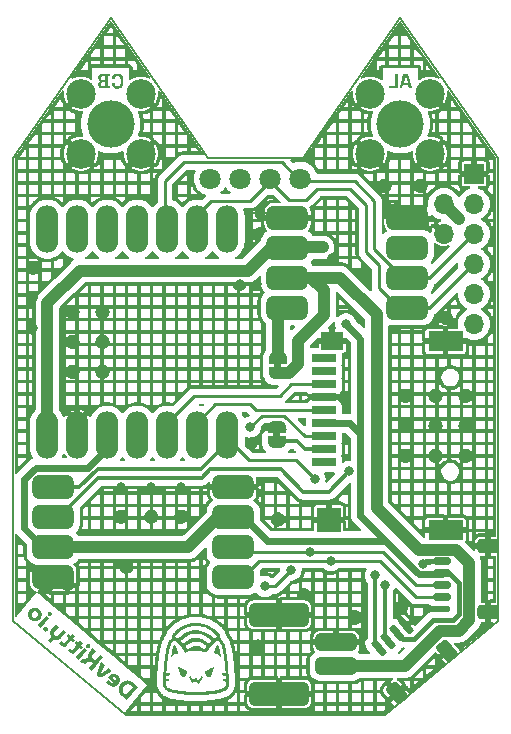
<source format=gbl>
G04 #@! TF.GenerationSoftware,KiCad,Pcbnew,7.0.7-7.0.7~ubuntu22.04.1*
G04 #@! TF.CreationDate,2025-01-16T16:21:51-05:00*
G04 #@! TF.ProjectId,CutieCat,43757469-6543-4617-942e-6b696361645f,rev?*
G04 #@! TF.SameCoordinates,Original*
G04 #@! TF.FileFunction,Copper,L2,Bot*
G04 #@! TF.FilePolarity,Positive*
%FSLAX46Y46*%
G04 Gerber Fmt 4.6, Leading zero omitted, Abs format (unit mm)*
G04 Created by KiCad (PCBNEW 7.0.7-7.0.7~ubuntu22.04.1) date 2025-01-16 16:21:51*
%MOMM*%
%LPD*%
G01*
G04 APERTURE LIST*
G04 Aperture macros list*
%AMRoundRect*
0 Rectangle with rounded corners*
0 $1 Rounding radius*
0 $2 $3 $4 $5 $6 $7 $8 $9 X,Y pos of 4 corners*
0 Add a 4 corners polygon primitive as box body*
4,1,4,$2,$3,$4,$5,$6,$7,$8,$9,$2,$3,0*
0 Add four circle primitives for the rounded corners*
1,1,$1+$1,$2,$3*
1,1,$1+$1,$4,$5*
1,1,$1+$1,$6,$7*
1,1,$1+$1,$8,$9*
0 Add four rect primitives between the rounded corners*
20,1,$1+$1,$2,$3,$4,$5,0*
20,1,$1+$1,$4,$5,$6,$7,0*
20,1,$1+$1,$6,$7,$8,$9,0*
20,1,$1+$1,$8,$9,$2,$3,0*%
%AMFreePoly0*
4,1,19,0.500000,-0.750000,0.000000,-0.750000,0.000000,-0.744911,-0.071157,-0.744911,-0.207708,-0.704816,-0.327430,-0.627875,-0.420627,-0.520320,-0.479746,-0.390866,-0.500000,-0.250000,-0.500000,0.250000,-0.479746,0.390866,-0.420627,0.520320,-0.327430,0.627875,-0.207708,0.704816,-0.071157,0.744911,0.000000,0.744911,0.000000,0.750000,0.500000,0.750000,0.500000,-0.750000,0.500000,-0.750000,
$1*%
%AMFreePoly1*
4,1,19,0.000000,0.744911,0.071157,0.744911,0.207708,0.704816,0.327430,0.627875,0.420627,0.520320,0.479746,0.390866,0.500000,0.250000,0.500000,-0.250000,0.479746,-0.390866,0.420627,-0.520320,0.327430,-0.627875,0.207708,-0.704816,0.071157,-0.744911,0.000000,-0.744911,0.000000,-0.750000,-0.500000,-0.750000,-0.500000,0.750000,0.000000,0.750000,0.000000,0.744911,0.000000,0.744911,
$1*%
G04 Aperture macros list end*
%ADD10C,0.250000*%
G04 #@! TA.AperFunction,NonConductor*
%ADD11C,0.250000*%
G04 #@! TD*
%ADD12C,0.200000*%
G04 #@! TA.AperFunction,NonConductor*
%ADD13C,0.200000*%
G04 #@! TD*
G04 #@! TA.AperFunction,ComponentPad*
%ADD14C,1.800000*%
G04 #@! TD*
G04 #@! TA.AperFunction,SMDPad,CuDef*
%ADD15RoundRect,0.150000X-0.286836X0.575196X-0.516649X0.382360X0.286836X-0.575196X0.516649X-0.382360X0*%
G04 #@! TD*
G04 #@! TA.AperFunction,SMDPad,CuDef*
%ADD16RoundRect,0.250000X-0.149696X0.722905X-0.685928X0.272953X0.149696X-0.722905X0.685928X-0.272953X0*%
G04 #@! TD*
G04 #@! TA.AperFunction,SMDPad,CuDef*
%ADD17FreePoly0,270.000000*%
G04 #@! TD*
G04 #@! TA.AperFunction,SMDPad,CuDef*
%ADD18FreePoly1,270.000000*%
G04 #@! TD*
G04 #@! TA.AperFunction,SMDPad,CuDef*
%ADD19RoundRect,0.150000X-0.625000X0.150000X-0.625000X-0.150000X0.625000X-0.150000X0.625000X0.150000X0*%
G04 #@! TD*
G04 #@! TA.AperFunction,SMDPad,CuDef*
%ADD20RoundRect,0.250000X-0.650000X0.350000X-0.650000X-0.350000X0.650000X-0.350000X0.650000X0.350000X0*%
G04 #@! TD*
G04 #@! TA.AperFunction,SMDPad,CuDef*
%ADD21O,1.900000X4.000000*%
G04 #@! TD*
G04 #@! TA.AperFunction,ComponentPad*
%ADD22R,1.700000X1.700000*%
G04 #@! TD*
G04 #@! TA.AperFunction,SMDPad,CuDef*
%ADD23O,1.700000X1.700000*%
G04 #@! TD*
G04 #@! TA.AperFunction,ComponentPad*
%ADD24O,1.700000X1.700000*%
G04 #@! TD*
G04 #@! TA.AperFunction,SMDPad,CuDef*
%ADD25FreePoly0,90.000000*%
G04 #@! TD*
G04 #@! TA.AperFunction,SMDPad,CuDef*
%ADD26FreePoly1,90.000000*%
G04 #@! TD*
G04 #@! TA.AperFunction,ComponentPad*
%ADD27C,4.000000*%
G04 #@! TD*
G04 #@! TA.AperFunction,ComponentPad*
%ADD28C,2.500000*%
G04 #@! TD*
G04 #@! TA.AperFunction,SMDPad,CuDef*
%ADD29RoundRect,0.500000X-1.250000X0.500000X-1.250000X-0.500000X1.250000X-0.500000X1.250000X0.500000X0*%
G04 #@! TD*
G04 #@! TA.AperFunction,SMDPad,CuDef*
%ADD30RoundRect,0.375000X1.375000X-0.375000X1.375000X0.375000X-1.375000X0.375000X-1.375000X-0.375000X0*%
G04 #@! TD*
G04 #@! TA.AperFunction,SMDPad,CuDef*
%ADD31RoundRect,0.333335X2.166665X-0.666665X2.166665X0.666665X-2.166665X0.666665X-2.166665X-0.666665X0*%
G04 #@! TD*
G04 #@! TA.AperFunction,SMDPad,CuDef*
%ADD32RoundRect,0.500000X1.250000X-0.500000X1.250000X0.500000X-1.250000X0.500000X-1.250000X-0.500000X0*%
G04 #@! TD*
G04 #@! TA.AperFunction,SMDPad,CuDef*
%ADD33R,2.000000X0.700000*%
G04 #@! TD*
G04 #@! TA.AperFunction,SMDPad,CuDef*
%ADD34R,1.900000X1.600000*%
G04 #@! TD*
G04 #@! TA.AperFunction,SMDPad,CuDef*
%ADD35R,3.000000X1.700000*%
G04 #@! TD*
G04 #@! TA.AperFunction,SMDPad,CuDef*
%ADD36R,2.000000X2.100000*%
G04 #@! TD*
G04 #@! TA.AperFunction,ViaPad*
%ADD37C,0.800000*%
G04 #@! TD*
G04 #@! TA.AperFunction,ViaPad*
%ADD38C,1.000000*%
G04 #@! TD*
G04 #@! TA.AperFunction,Conductor*
%ADD39C,0.250000*%
G04 #@! TD*
G04 #@! TA.AperFunction,Conductor*
%ADD40C,0.350000*%
G04 #@! TD*
G04 #@! TA.AperFunction,Conductor*
%ADD41C,0.400000*%
G04 #@! TD*
G04 #@! TA.AperFunction,Conductor*
%ADD42C,0.600000*%
G04 #@! TD*
G04 #@! TA.AperFunction,Conductor*
%ADD43C,1.000000*%
G04 #@! TD*
G04 #@! TA.AperFunction,Profile*
%ADD44C,0.200000*%
G04 #@! TD*
G04 APERTURE END LIST*
D10*
D11*
G36*
X13246815Y24481250D02*
G01*
X13008678Y24481250D01*
X12942122Y24750833D01*
X12504622Y24750833D01*
X12438371Y24481250D01*
X12200235Y24481250D01*
X12327243Y24964240D01*
X12558966Y24964240D01*
X12888084Y24964240D01*
X12739401Y25561108D01*
X12707649Y25561108D01*
X12558966Y24964240D01*
X12327243Y24964240D01*
X12522330Y25706127D01*
X12924720Y25706127D01*
X13246815Y24481250D01*
G37*
G36*
X12053994Y24481250D02*
G01*
X12053994Y25706127D01*
X11822879Y25706127D01*
X11822879Y24691298D01*
X11262953Y24691298D01*
X11262953Y24481250D01*
X12053994Y24481250D01*
G37*
D12*
D13*
G36*
X-10829997Y-25642700D02*
G01*
X-10806425Y-25643794D01*
X-10782747Y-25645701D01*
X-10758963Y-25648422D01*
X-10735074Y-25651957D01*
X-10711079Y-25656305D01*
X-10687084Y-25661497D01*
X-10663196Y-25667564D01*
X-10639414Y-25674506D01*
X-10615738Y-25682322D01*
X-10592168Y-25691014D01*
X-10568705Y-25700580D01*
X-10545348Y-25711021D01*
X-10522098Y-25722336D01*
X-10498954Y-25734527D01*
X-10475916Y-25747592D01*
X-10452984Y-25761532D01*
X-10430159Y-25776347D01*
X-10407440Y-25792036D01*
X-10384827Y-25808600D01*
X-10362321Y-25826040D01*
X-10339921Y-25844353D01*
X-9927644Y-26190295D01*
X-10872448Y-27316268D01*
X-11284725Y-26970326D01*
X-11306651Y-26951448D01*
X-11327736Y-26932315D01*
X-11347980Y-26912928D01*
X-11367383Y-26893286D01*
X-11385944Y-26873390D01*
X-11403664Y-26853240D01*
X-11420544Y-26832835D01*
X-11436582Y-26812175D01*
X-11451778Y-26791262D01*
X-11466134Y-26770094D01*
X-11479648Y-26748671D01*
X-11492322Y-26726994D01*
X-11504154Y-26705063D01*
X-11515145Y-26682877D01*
X-11525294Y-26660437D01*
X-11534603Y-26637742D01*
X-11543051Y-26614866D01*
X-11550677Y-26591950D01*
X-11557482Y-26568995D01*
X-11563466Y-26546000D01*
X-11568628Y-26522966D01*
X-11572969Y-26499893D01*
X-11576488Y-26476780D01*
X-11579186Y-26453628D01*
X-11580930Y-26432084D01*
X-11246454Y-26432084D01*
X-11246104Y-26452265D01*
X-11244680Y-26472289D01*
X-11242182Y-26492155D01*
X-11238609Y-26511862D01*
X-11233963Y-26531412D01*
X-11228242Y-26550803D01*
X-11221447Y-26570037D01*
X-11216352Y-26582652D01*
X-11207913Y-26601233D01*
X-11198518Y-26619407D01*
X-11188167Y-26637172D01*
X-11176859Y-26654529D01*
X-11164595Y-26671478D01*
X-11151375Y-26688019D01*
X-11137199Y-26704151D01*
X-11122066Y-26719875D01*
X-11111446Y-26730131D01*
X-11100402Y-26740206D01*
X-11088932Y-26750099D01*
X-10952255Y-26864785D01*
X-10386126Y-26190099D01*
X-10522804Y-26075413D01*
X-10528675Y-26070554D01*
X-10540497Y-26061176D01*
X-10552423Y-26052253D01*
X-10570508Y-26039718D01*
X-10588829Y-26028206D01*
X-10607385Y-26017715D01*
X-10626175Y-26008246D01*
X-10645201Y-25999798D01*
X-10664463Y-25992372D01*
X-10683959Y-25985968D01*
X-10703690Y-25980585D01*
X-10723657Y-25976224D01*
X-10737039Y-25973895D01*
X-10757083Y-25971295D01*
X-10777093Y-25969766D01*
X-10797069Y-25969308D01*
X-10817010Y-25969921D01*
X-10836917Y-25971606D01*
X-10856790Y-25974361D01*
X-10876629Y-25978188D01*
X-10896433Y-25983087D01*
X-10916203Y-25989056D01*
X-10935938Y-25996097D01*
X-10955464Y-26004190D01*
X-10974694Y-26013423D01*
X-10993628Y-26023796D01*
X-11012265Y-26035309D01*
X-11024525Y-26043617D01*
X-11036654Y-26052432D01*
X-11048651Y-26061753D01*
X-11060516Y-26071581D01*
X-11072250Y-26081916D01*
X-11083852Y-26092757D01*
X-11095322Y-26104104D01*
X-11106661Y-26115958D01*
X-11117867Y-26128319D01*
X-11128943Y-26141186D01*
X-11139609Y-26154230D01*
X-11149767Y-26167331D01*
X-11159416Y-26180488D01*
X-11168556Y-26193703D01*
X-11177187Y-26206975D01*
X-11185310Y-26220304D01*
X-11192924Y-26233691D01*
X-11200028Y-26247134D01*
X-11206624Y-26260634D01*
X-11212711Y-26274191D01*
X-11220888Y-26294634D01*
X-11227920Y-26315206D01*
X-11233807Y-26335905D01*
X-11238548Y-26356734D01*
X-11241060Y-26370592D01*
X-11243932Y-26391247D01*
X-11245730Y-26411744D01*
X-11246454Y-26432084D01*
X-11580930Y-26432084D01*
X-11581063Y-26430436D01*
X-11582118Y-26407206D01*
X-11582352Y-26383936D01*
X-11581764Y-26360626D01*
X-11580355Y-26337277D01*
X-11578125Y-26313889D01*
X-11575073Y-26290462D01*
X-11571200Y-26266995D01*
X-11566517Y-26243538D01*
X-11561026Y-26220271D01*
X-11554725Y-26197193D01*
X-11547616Y-26174305D01*
X-11539698Y-26151605D01*
X-11530970Y-26129095D01*
X-11521434Y-26106774D01*
X-11511089Y-26084643D01*
X-11499936Y-26062701D01*
X-11487973Y-26040948D01*
X-11475201Y-26019384D01*
X-11461621Y-25998010D01*
X-11447231Y-25976825D01*
X-11432033Y-25955829D01*
X-11416026Y-25935022D01*
X-11399210Y-25914405D01*
X-11381828Y-25894266D01*
X-11364122Y-25874896D01*
X-11346094Y-25856294D01*
X-11327742Y-25838459D01*
X-11309067Y-25821393D01*
X-11290069Y-25805095D01*
X-11270748Y-25789566D01*
X-11251104Y-25774804D01*
X-11231136Y-25760810D01*
X-11210845Y-25747585D01*
X-11190231Y-25735127D01*
X-11169294Y-25723438D01*
X-11148034Y-25712517D01*
X-11126450Y-25702364D01*
X-11104543Y-25692979D01*
X-11082313Y-25684363D01*
X-11059904Y-25676507D01*
X-11037389Y-25669465D01*
X-11014768Y-25663237D01*
X-10992042Y-25657823D01*
X-10969210Y-25653222D01*
X-10946272Y-25649434D01*
X-10923228Y-25646460D01*
X-10900079Y-25644300D01*
X-10876824Y-25642953D01*
X-10853463Y-25642420D01*
X-10829997Y-25642700D01*
G37*
G36*
X-11991840Y-25068691D02*
G01*
X-11975360Y-25069636D01*
X-11958807Y-25071181D01*
X-11942182Y-25073324D01*
X-11925538Y-25076055D01*
X-11908917Y-25079491D01*
X-11892320Y-25083632D01*
X-11875747Y-25088478D01*
X-11859197Y-25094029D01*
X-11842671Y-25100285D01*
X-11826168Y-25107246D01*
X-11809690Y-25114912D01*
X-11793234Y-25123283D01*
X-11776803Y-25132360D01*
X-11760395Y-25142141D01*
X-11744011Y-25152627D01*
X-11727650Y-25163818D01*
X-11711313Y-25175714D01*
X-11695000Y-25188315D01*
X-11678711Y-25201621D01*
X-11664677Y-25213740D01*
X-11651134Y-25226136D01*
X-11638080Y-25238808D01*
X-11625517Y-25251756D01*
X-11613443Y-25264981D01*
X-11601858Y-25278483D01*
X-11590764Y-25292261D01*
X-11580159Y-25306315D01*
X-11570045Y-25320646D01*
X-11560420Y-25335254D01*
X-11551285Y-25350138D01*
X-11542639Y-25365298D01*
X-11534484Y-25380735D01*
X-11526818Y-25396448D01*
X-11519642Y-25412438D01*
X-11512956Y-25428705D01*
X-11506847Y-25445130D01*
X-11501329Y-25461656D01*
X-11496405Y-25478283D01*
X-11492073Y-25495010D01*
X-11488333Y-25511838D01*
X-11485186Y-25528766D01*
X-11482632Y-25545796D01*
X-11480670Y-25562925D01*
X-11479300Y-25580156D01*
X-11478524Y-25597486D01*
X-11478339Y-25614918D01*
X-11478748Y-25632450D01*
X-11479749Y-25650083D01*
X-11481342Y-25667816D01*
X-11483528Y-25685650D01*
X-11486307Y-25703584D01*
X-11489765Y-25721509D01*
X-11493919Y-25739373D01*
X-11498769Y-25757176D01*
X-11504316Y-25774918D01*
X-11510558Y-25792599D01*
X-11517496Y-25810219D01*
X-11525131Y-25827778D01*
X-11533462Y-25845275D01*
X-11542488Y-25862712D01*
X-11552211Y-25880088D01*
X-11562630Y-25897403D01*
X-11573745Y-25914657D01*
X-11585556Y-25931850D01*
X-11598063Y-25948982D01*
X-11611267Y-25966053D01*
X-11625166Y-25983063D01*
X-11638051Y-25997948D01*
X-11651212Y-26012224D01*
X-11664650Y-26025890D01*
X-11678365Y-26038946D01*
X-11692357Y-26051393D01*
X-11706626Y-26063230D01*
X-11721171Y-26074458D01*
X-11735993Y-26085076D01*
X-11751092Y-26095084D01*
X-11766468Y-26104483D01*
X-11782121Y-26113272D01*
X-11798050Y-26121451D01*
X-11814257Y-26129021D01*
X-11830740Y-26135981D01*
X-11847500Y-26142331D01*
X-11864537Y-26148072D01*
X-11881730Y-26153162D01*
X-11899018Y-26157630D01*
X-11916402Y-26161477D01*
X-11933880Y-26164703D01*
X-11951453Y-26167307D01*
X-11969121Y-26169289D01*
X-11986885Y-26170650D01*
X-12004743Y-26171390D01*
X-12022696Y-26171508D01*
X-12040745Y-26171005D01*
X-12058888Y-26169880D01*
X-12077126Y-26168134D01*
X-12095460Y-26165766D01*
X-12113888Y-26162776D01*
X-12132411Y-26159165D01*
X-12151030Y-26154933D01*
X-12169665Y-26150010D01*
X-12188227Y-26144458D01*
X-12206716Y-26138275D01*
X-12225133Y-26131462D01*
X-12243476Y-26124019D01*
X-12261747Y-26115946D01*
X-12279945Y-26107243D01*
X-12298070Y-26097909D01*
X-12316122Y-26087946D01*
X-12334101Y-26077353D01*
X-12352008Y-26066129D01*
X-12369841Y-26054276D01*
X-12387602Y-26041792D01*
X-12405290Y-26028678D01*
X-12422905Y-26014934D01*
X-12440447Y-26000560D01*
X-12684894Y-25795445D01*
X-12512512Y-25590008D01*
X-12261048Y-25801011D01*
X-12251200Y-25809069D01*
X-12238046Y-25819191D01*
X-12224864Y-25828604D01*
X-12211655Y-25837308D01*
X-12198418Y-25845303D01*
X-12185154Y-25852588D01*
X-12171863Y-25859163D01*
X-12155210Y-25866385D01*
X-12148522Y-25868912D01*
X-12131890Y-25874302D01*
X-12115386Y-25878370D01*
X-12099011Y-25881116D01*
X-12082764Y-25882540D01*
X-12066646Y-25882642D01*
X-12050656Y-25881422D01*
X-12044275Y-25880529D01*
X-12028494Y-25877368D01*
X-12012956Y-25872883D01*
X-11997661Y-25867072D01*
X-11982609Y-25859937D01*
X-11967799Y-25851478D01*
X-11953233Y-25841693D01*
X-12445841Y-25428346D01*
X-12130082Y-25428346D01*
X-11816875Y-25691158D01*
X-11809403Y-25678372D01*
X-11802517Y-25665364D01*
X-11796218Y-25652132D01*
X-11789610Y-25636413D01*
X-11783799Y-25620391D01*
X-11780919Y-25611143D01*
X-11776898Y-25594931D01*
X-11774174Y-25578683D01*
X-11772747Y-25562399D01*
X-11772617Y-25546080D01*
X-11773662Y-25531915D01*
X-11776352Y-25515472D01*
X-11780627Y-25499118D01*
X-11785553Y-25485171D01*
X-11791643Y-25471290D01*
X-11795199Y-25464375D01*
X-11803310Y-25450865D01*
X-11812756Y-25437783D01*
X-11823536Y-25425128D01*
X-11835650Y-25412901D01*
X-11846763Y-25403039D01*
X-11852095Y-25398679D01*
X-11864662Y-25389281D01*
X-11877408Y-25380969D01*
X-11890333Y-25373743D01*
X-11905323Y-25366814D01*
X-11920368Y-25361304D01*
X-11935288Y-25357214D01*
X-11950085Y-25354542D01*
X-11964757Y-25353291D01*
X-11977448Y-25353142D01*
X-11993796Y-25354271D01*
X-12008357Y-25356520D01*
X-12022946Y-25359942D01*
X-12037380Y-25364569D01*
X-12051478Y-25370435D01*
X-12065241Y-25377538D01*
X-12078667Y-25385881D01*
X-12082008Y-25388119D01*
X-12095203Y-25397628D01*
X-12108125Y-25408022D01*
X-12119208Y-25417845D01*
X-12130082Y-25428346D01*
X-12445841Y-25428346D01*
X-12493767Y-25388131D01*
X-12488334Y-25377416D01*
X-12480471Y-25364043D01*
X-12471927Y-25350984D01*
X-12463250Y-25338652D01*
X-12454206Y-25326098D01*
X-12444298Y-25312794D01*
X-12434845Y-25300602D01*
X-12424754Y-25288216D01*
X-12412008Y-25273381D01*
X-12399083Y-25259047D01*
X-12385980Y-25245213D01*
X-12372700Y-25231879D01*
X-12359242Y-25219047D01*
X-12345606Y-25206714D01*
X-12331792Y-25194882D01*
X-12317800Y-25183551D01*
X-12303630Y-25172720D01*
X-12289282Y-25162389D01*
X-12274757Y-25152559D01*
X-12260054Y-25143230D01*
X-12245172Y-25134400D01*
X-12230113Y-25126072D01*
X-12214876Y-25118244D01*
X-12199461Y-25110916D01*
X-12183927Y-25104073D01*
X-12168320Y-25097830D01*
X-12152640Y-25092186D01*
X-12136887Y-25087140D01*
X-12121062Y-25082694D01*
X-12105163Y-25078847D01*
X-12089193Y-25075599D01*
X-12073149Y-25072950D01*
X-12057033Y-25070900D01*
X-12040844Y-25069449D01*
X-12024582Y-25068597D01*
X-12008247Y-25068345D01*
X-11991840Y-25068691D01*
G37*
G36*
X-13303331Y-25310471D02*
G01*
X-13289173Y-25321775D01*
X-13274695Y-25332196D01*
X-13259896Y-25341734D01*
X-13244777Y-25350389D01*
X-13229337Y-25358162D01*
X-13213577Y-25365052D01*
X-13197497Y-25371058D01*
X-13181096Y-25376182D01*
X-13164375Y-25380423D01*
X-13147333Y-25383782D01*
X-13135794Y-25385530D01*
X-13118459Y-25387293D01*
X-13101374Y-25388032D01*
X-13084538Y-25387745D01*
X-13067952Y-25386433D01*
X-13051616Y-25384097D01*
X-13035529Y-25380735D01*
X-13019692Y-25376348D01*
X-13004105Y-25370937D01*
X-12988767Y-25364501D01*
X-12973679Y-25357039D01*
X-12963759Y-25351495D01*
X-12140679Y-24846505D01*
X-12413753Y-24617369D01*
X-13074056Y-25065730D01*
X-13088391Y-25070123D01*
X-13089269Y-25070182D01*
X-13101357Y-25065779D01*
X-13108634Y-25053933D01*
X-13106559Y-25039140D01*
X-13106331Y-25038649D01*
X-12780564Y-24309578D01*
X-13048025Y-24085152D01*
X-13401475Y-24982295D01*
X-13406912Y-24998407D01*
X-13411308Y-25014593D01*
X-13414666Y-25030852D01*
X-13416984Y-25047185D01*
X-13418262Y-25063591D01*
X-13418501Y-25080072D01*
X-13417700Y-25096625D01*
X-13415860Y-25113253D01*
X-13412980Y-25129954D01*
X-13409061Y-25146728D01*
X-13405871Y-25157952D01*
X-13400279Y-25174525D01*
X-13393854Y-25190627D01*
X-13386598Y-25206259D01*
X-13378511Y-25221420D01*
X-13369591Y-25236110D01*
X-13359839Y-25250331D01*
X-13349255Y-25264080D01*
X-13337839Y-25277360D01*
X-13325592Y-25290169D01*
X-13312512Y-25302507D01*
X-13303331Y-25310471D01*
G37*
G36*
X-13854087Y-24814375D02*
G01*
X-12909284Y-23688402D01*
X-13178428Y-23462563D01*
X-13560871Y-23918341D01*
X-13747504Y-23761737D01*
X-13759031Y-23751535D01*
X-13769753Y-23740945D01*
X-13779673Y-23729969D01*
X-13790944Y-23715704D01*
X-13800959Y-23700834D01*
X-13809719Y-23685358D01*
X-13817225Y-23669278D01*
X-13823432Y-23652711D01*
X-13828122Y-23635923D01*
X-13831296Y-23618912D01*
X-13832952Y-23601680D01*
X-13833091Y-23584227D01*
X-13831713Y-23566552D01*
X-13830737Y-23559420D01*
X-13827065Y-23541580D01*
X-13822896Y-23527483D01*
X-13817633Y-23513543D01*
X-13811275Y-23499759D01*
X-13803823Y-23486131D01*
X-13795276Y-23472659D01*
X-13785635Y-23459343D01*
X-13777686Y-23449459D01*
X-13536539Y-23162072D01*
X-13805684Y-22936233D01*
X-14048479Y-23225584D01*
X-14059507Y-23239135D01*
X-14069986Y-23252845D01*
X-14079914Y-23266714D01*
X-14089292Y-23280742D01*
X-14098119Y-23294929D01*
X-14106396Y-23309275D01*
X-14114123Y-23323781D01*
X-14121300Y-23338445D01*
X-14127927Y-23353269D01*
X-14134003Y-23368251D01*
X-14139529Y-23383393D01*
X-14144504Y-23398694D01*
X-14148930Y-23414153D01*
X-14152805Y-23429772D01*
X-14156130Y-23445550D01*
X-14158904Y-23461487D01*
X-14161200Y-23477453D01*
X-14163018Y-23493374D01*
X-14164358Y-23509252D01*
X-14165221Y-23525085D01*
X-14165606Y-23540875D01*
X-14165514Y-23556622D01*
X-14164943Y-23572324D01*
X-14163895Y-23587982D01*
X-14162370Y-23603597D01*
X-14160367Y-23619168D01*
X-14157886Y-23634695D01*
X-14154927Y-23650178D01*
X-14151491Y-23665618D01*
X-14147577Y-23681013D01*
X-14143185Y-23696365D01*
X-14138316Y-23711673D01*
X-14477099Y-23866916D01*
X-14491665Y-23871511D01*
X-14506504Y-23871849D01*
X-14510794Y-23871164D01*
X-14525402Y-23866426D01*
X-14538167Y-23858926D01*
X-14542872Y-23855247D01*
X-14644468Y-23769998D01*
X-14832157Y-23993677D01*
X-14674992Y-24125554D01*
X-14658512Y-24138874D01*
X-14642118Y-24151104D01*
X-14625810Y-24162245D01*
X-14609589Y-24172297D01*
X-14593453Y-24181258D01*
X-14577404Y-24189131D01*
X-14561440Y-24195913D01*
X-14545563Y-24201607D01*
X-14529773Y-24206210D01*
X-14514068Y-24209724D01*
X-14503646Y-24211462D01*
X-14488094Y-24213210D01*
X-14472631Y-24214161D01*
X-14457255Y-24214315D01*
X-14441968Y-24213672D01*
X-14426768Y-24212233D01*
X-14411656Y-24209996D01*
X-14396633Y-24206963D01*
X-14381697Y-24203133D01*
X-14366849Y-24198506D01*
X-14352090Y-24193083D01*
X-14342299Y-24189024D01*
X-13922900Y-23998123D01*
X-13911043Y-24008072D01*
X-13899680Y-24017606D01*
X-13898202Y-24018846D01*
X-13886275Y-24028855D01*
X-13874328Y-24038880D01*
X-13873505Y-24039570D01*
X-13749738Y-24143423D01*
X-14123232Y-24588536D01*
X-13854087Y-24814375D01*
G37*
G36*
X-14937121Y-23905602D02*
G01*
X-14245003Y-23080768D01*
X-14495905Y-22870236D01*
X-15188023Y-23695070D01*
X-14937121Y-23905602D01*
G37*
G36*
X-14291373Y-22880687D02*
G01*
X-14276046Y-22892389D01*
X-14260097Y-22902298D01*
X-14243524Y-22910413D01*
X-14226328Y-22916734D01*
X-14208508Y-22921262D01*
X-14190066Y-22923996D01*
X-14171000Y-22924936D01*
X-14156292Y-22924465D01*
X-14151311Y-22924083D01*
X-14136583Y-22922217D01*
X-14117767Y-22918308D01*
X-14099889Y-22912774D01*
X-14082950Y-22905616D01*
X-14066949Y-22896833D01*
X-14051887Y-22886426D01*
X-14037763Y-22874394D01*
X-14024578Y-22860738D01*
X-14021429Y-22857070D01*
X-14009718Y-22841743D01*
X-13999786Y-22825791D01*
X-13991630Y-22809214D01*
X-13985253Y-22792013D01*
X-13980652Y-22774188D01*
X-13977829Y-22755737D01*
X-13976784Y-22736662D01*
X-13977166Y-22721946D01*
X-13977516Y-22716963D01*
X-13979253Y-22702172D01*
X-13983025Y-22683269D01*
X-13988464Y-22665300D01*
X-13995568Y-22648264D01*
X-14004337Y-22632163D01*
X-14014772Y-22616995D01*
X-14026872Y-22602762D01*
X-14040638Y-22589463D01*
X-14044339Y-22586284D01*
X-14059669Y-22574586D01*
X-14075630Y-22564691D01*
X-14092221Y-22556598D01*
X-14109443Y-22550307D01*
X-14127296Y-22545819D01*
X-14145779Y-22543133D01*
X-14164892Y-22542249D01*
X-14179642Y-22542769D01*
X-14184637Y-22543168D01*
X-14199419Y-22544997D01*
X-14218313Y-22548878D01*
X-14236274Y-22554409D01*
X-14253303Y-22561590D01*
X-14269399Y-22570420D01*
X-14284562Y-22580899D01*
X-14298793Y-22593027D01*
X-14312092Y-22606805D01*
X-14315271Y-22610507D01*
X-14326866Y-22625707D01*
X-14336690Y-22641555D01*
X-14344742Y-22658054D01*
X-14351023Y-22675202D01*
X-14355533Y-22692999D01*
X-14358270Y-22711446D01*
X-14359237Y-22730543D01*
X-14358799Y-22745291D01*
X-14358432Y-22750289D01*
X-14356653Y-22765029D01*
X-14352830Y-22783873D01*
X-14347350Y-22801792D01*
X-14340211Y-22818786D01*
X-14331414Y-22834854D01*
X-14320959Y-22849997D01*
X-14308846Y-22864215D01*
X-14295075Y-22877508D01*
X-14291373Y-22880687D01*
G37*
G36*
X-15674392Y-23286958D02*
G01*
X-15660163Y-23298466D01*
X-15645893Y-23309145D01*
X-15631582Y-23318996D01*
X-15617230Y-23328018D01*
X-15602836Y-23336212D01*
X-15588401Y-23343578D01*
X-15573924Y-23350115D01*
X-15559407Y-23355823D01*
X-15544848Y-23360703D01*
X-15530248Y-23364755D01*
X-15515606Y-23367978D01*
X-15500923Y-23370373D01*
X-15486199Y-23371939D01*
X-15471434Y-23372677D01*
X-15456627Y-23372586D01*
X-15441779Y-23371667D01*
X-15427015Y-23369877D01*
X-15412450Y-23367305D01*
X-15398083Y-23363949D01*
X-15383915Y-23359811D01*
X-15369946Y-23354889D01*
X-15356175Y-23349184D01*
X-15342602Y-23342696D01*
X-15329228Y-23335425D01*
X-15316053Y-23327371D01*
X-15303076Y-23318534D01*
X-15290298Y-23308913D01*
X-15277718Y-23298510D01*
X-15265336Y-23287323D01*
X-15253154Y-23275354D01*
X-15241170Y-23262601D01*
X-15229384Y-23249065D01*
X-14570706Y-22464084D01*
X-14820766Y-22254258D01*
X-15467669Y-23025207D01*
X-15478708Y-23035635D01*
X-15492890Y-23043237D01*
X-15507638Y-23046630D01*
X-15509210Y-23046785D01*
X-15524586Y-23046241D01*
X-15538750Y-23042137D01*
X-15551702Y-23034473D01*
X-15554146Y-23032513D01*
X-15733763Y-22881797D01*
X-15908736Y-23090320D01*
X-15674392Y-23286958D01*
G37*
G36*
X-14775767Y-22982617D02*
G01*
X-14604798Y-22778864D01*
X-15216618Y-22265486D01*
X-15387586Y-22469239D01*
X-14775767Y-22982617D01*
G37*
G36*
X-16363671Y-22708584D02*
G01*
X-16349443Y-22720092D01*
X-16335173Y-22730771D01*
X-16320862Y-22740622D01*
X-16306509Y-22749644D01*
X-16292115Y-22757838D01*
X-16277680Y-22765203D01*
X-16263204Y-22771740D01*
X-16248686Y-22777449D01*
X-16234127Y-22782329D01*
X-16219527Y-22786380D01*
X-16204886Y-22789604D01*
X-16190203Y-22791998D01*
X-16175479Y-22793565D01*
X-16160713Y-22794302D01*
X-16145907Y-22794212D01*
X-16131059Y-22793293D01*
X-16116295Y-22791503D01*
X-16101730Y-22788931D01*
X-16087363Y-22785575D01*
X-16073195Y-22781436D01*
X-16059225Y-22776515D01*
X-16045454Y-22770810D01*
X-16031882Y-22764322D01*
X-16018508Y-22757051D01*
X-16005332Y-22748997D01*
X-15992356Y-22740159D01*
X-15979577Y-22730539D01*
X-15966997Y-22720136D01*
X-15954616Y-22708949D01*
X-15942433Y-22696980D01*
X-15930449Y-22684227D01*
X-15918663Y-22670691D01*
X-15259986Y-21885709D01*
X-15510046Y-21675884D01*
X-16156949Y-22446833D01*
X-16167988Y-22457261D01*
X-16182170Y-22464863D01*
X-16196917Y-22468256D01*
X-16198489Y-22468411D01*
X-16213866Y-22467866D01*
X-16228030Y-22463762D01*
X-16240981Y-22456099D01*
X-16243426Y-22454139D01*
X-16423043Y-22303422D01*
X-16598015Y-22511946D01*
X-16363671Y-22708584D01*
G37*
G36*
X-15465046Y-22404243D02*
G01*
X-15294077Y-22200490D01*
X-15905897Y-21687112D01*
X-16076866Y-21890865D01*
X-15465046Y-22404243D01*
G37*
G36*
X-17310508Y-22470782D02*
G01*
X-17039925Y-22148314D01*
X-17026430Y-22154896D01*
X-17012942Y-22161076D01*
X-16999460Y-22166855D01*
X-16979250Y-22174770D01*
X-16959056Y-22181782D01*
X-16938876Y-22187889D01*
X-16918711Y-22193093D01*
X-16898562Y-22197393D01*
X-16878427Y-22200789D01*
X-16858308Y-22203282D01*
X-16838204Y-22204871D01*
X-16824809Y-22205428D01*
X-16804833Y-22205451D01*
X-16785063Y-22204647D01*
X-16765497Y-22203015D01*
X-16746136Y-22200556D01*
X-16726980Y-22197269D01*
X-16708029Y-22193154D01*
X-16689284Y-22188211D01*
X-16670743Y-22182440D01*
X-16652407Y-22175842D01*
X-16634276Y-22168416D01*
X-16622302Y-22163006D01*
X-16604624Y-22154263D01*
X-16587373Y-22144816D01*
X-16570550Y-22134667D01*
X-16554153Y-22123814D01*
X-16538184Y-22112259D01*
X-16522641Y-22100000D01*
X-16507527Y-22087038D01*
X-16492839Y-22073372D01*
X-16478578Y-22059004D01*
X-16464745Y-22043932D01*
X-16455760Y-22033494D01*
X-16058010Y-21559474D01*
X-16307229Y-21350355D01*
X-16698856Y-21817078D01*
X-16710558Y-21829995D01*
X-16722998Y-21841731D01*
X-16736177Y-21852288D01*
X-16750093Y-21861665D01*
X-16764748Y-21869862D01*
X-16780141Y-21876880D01*
X-16786504Y-21879357D01*
X-16802733Y-21884573D01*
X-16819128Y-21888458D01*
X-16835691Y-21891012D01*
X-16852421Y-21892234D01*
X-16869319Y-21892125D01*
X-16886384Y-21890685D01*
X-16893256Y-21889736D01*
X-16910169Y-21886292D01*
X-16926623Y-21881410D01*
X-16942618Y-21875092D01*
X-16958156Y-21867337D01*
X-16973235Y-21858145D01*
X-16987855Y-21847517D01*
X-16993575Y-21842863D01*
X-17004707Y-21832939D01*
X-17017371Y-21819945D01*
X-17028644Y-21806296D01*
X-17038528Y-21791992D01*
X-17047021Y-21777033D01*
X-17054123Y-21761419D01*
X-17057718Y-21751737D01*
X-17062541Y-21735287D01*
X-17066010Y-21718783D01*
X-17068126Y-21702223D01*
X-17068887Y-21685609D01*
X-17068295Y-21668940D01*
X-17066349Y-21652216D01*
X-17065191Y-21645511D01*
X-17061469Y-21628924D01*
X-17056457Y-21612860D01*
X-17050155Y-21597318D01*
X-17042563Y-21582298D01*
X-17033681Y-21567799D01*
X-17023509Y-21553823D01*
X-17019079Y-21548379D01*
X-16627452Y-21081656D01*
X-16877231Y-20872066D01*
X-17274981Y-21346086D01*
X-17287934Y-21362118D01*
X-17300121Y-21378431D01*
X-17311543Y-21395024D01*
X-17322200Y-21411897D01*
X-17332092Y-21429051D01*
X-17341219Y-21446486D01*
X-17349581Y-21464201D01*
X-17357178Y-21482196D01*
X-17364010Y-21500472D01*
X-17370077Y-21519028D01*
X-17373696Y-21531555D01*
X-17378504Y-21550436D01*
X-17382472Y-21569398D01*
X-17385601Y-21588442D01*
X-17387890Y-21607569D01*
X-17389341Y-21626777D01*
X-17389953Y-21646068D01*
X-17389725Y-21665440D01*
X-17388659Y-21684895D01*
X-17386753Y-21704431D01*
X-17384008Y-21724050D01*
X-17381712Y-21737174D01*
X-17377532Y-21756719D01*
X-17372423Y-21776119D01*
X-17366385Y-21795373D01*
X-17359418Y-21814482D01*
X-17351523Y-21833445D01*
X-17342698Y-21852264D01*
X-17332945Y-21870937D01*
X-17322262Y-21889465D01*
X-17310651Y-21907848D01*
X-17302393Y-21920022D01*
X-17293723Y-21932132D01*
X-17289234Y-21938162D01*
X-17560288Y-22261192D01*
X-17310508Y-22470782D01*
G37*
G36*
X-17893663Y-21458724D02*
G01*
X-17881537Y-21468211D01*
X-17869047Y-21476623D01*
X-17856194Y-21483961D01*
X-17838491Y-21492075D01*
X-17820143Y-21498279D01*
X-17801150Y-21502574D01*
X-17786481Y-21504542D01*
X-17771449Y-21505437D01*
X-17756053Y-21505257D01*
X-17745588Y-21504540D01*
X-17730053Y-21502528D01*
X-17715069Y-21499548D01*
X-17700636Y-21495602D01*
X-17686753Y-21490690D01*
X-17669100Y-21482636D01*
X-17652426Y-21472864D01*
X-17636732Y-21461373D01*
X-17625603Y-21451627D01*
X-17615026Y-21440915D01*
X-17608280Y-21433236D01*
X-17598747Y-21421064D01*
X-17590282Y-21408541D01*
X-17582885Y-21395668D01*
X-17576557Y-21382446D01*
X-17569780Y-21364271D01*
X-17564903Y-21345474D01*
X-17562492Y-21330969D01*
X-17561149Y-21316113D01*
X-17560874Y-21300907D01*
X-17561667Y-21285352D01*
X-17563543Y-21269847D01*
X-17566408Y-21254881D01*
X-17570265Y-21240454D01*
X-17575111Y-21226567D01*
X-17583115Y-21208889D01*
X-17592879Y-21192169D01*
X-17604403Y-21176409D01*
X-17614203Y-21165217D01*
X-17624992Y-21154565D01*
X-17632736Y-21147763D01*
X-17644910Y-21138232D01*
X-17657439Y-21129774D01*
X-17670322Y-21122390D01*
X-17683560Y-21116079D01*
X-17701760Y-21109333D01*
X-17720590Y-21104496D01*
X-17735125Y-21102120D01*
X-17750015Y-21100817D01*
X-17765258Y-21100587D01*
X-17780856Y-21101431D01*
X-17796363Y-21103308D01*
X-17811335Y-21106182D01*
X-17825772Y-21110050D01*
X-17839674Y-21114914D01*
X-17857378Y-21122948D01*
X-17874130Y-21132752D01*
X-17886070Y-21141265D01*
X-17897475Y-21150775D01*
X-17908345Y-21161280D01*
X-17918680Y-21172780D01*
X-17929005Y-21186128D01*
X-17938049Y-21200037D01*
X-17945813Y-21214507D01*
X-17952295Y-21229538D01*
X-17957497Y-21245130D01*
X-17961418Y-21261283D01*
X-17962628Y-21267902D01*
X-17964841Y-21284429D01*
X-17965770Y-21300845D01*
X-17965412Y-21317148D01*
X-17963770Y-21333339D01*
X-17960842Y-21349417D01*
X-17956629Y-21365382D01*
X-17954584Y-21371737D01*
X-17948503Y-21387172D01*
X-17941150Y-21401925D01*
X-17932522Y-21415995D01*
X-17922621Y-21429382D01*
X-17911447Y-21442086D01*
X-17898999Y-21454107D01*
X-17893663Y-21458724D01*
G37*
G36*
X-18183695Y-21181403D02*
G01*
X-17491577Y-20356569D01*
X-17742479Y-20146037D01*
X-18434597Y-20970871D01*
X-18183695Y-21181403D01*
G37*
G36*
X-17537947Y-20156488D02*
G01*
X-17522621Y-20168190D01*
X-17506671Y-20178098D01*
X-17490098Y-20186213D01*
X-17472902Y-20192535D01*
X-17455083Y-20197062D01*
X-17436640Y-20199797D01*
X-17417574Y-20200737D01*
X-17402866Y-20200265D01*
X-17397885Y-20199884D01*
X-17383157Y-20198018D01*
X-17364341Y-20194109D01*
X-17346463Y-20188575D01*
X-17329524Y-20181416D01*
X-17313524Y-20172634D01*
X-17298461Y-20162226D01*
X-17284338Y-20150195D01*
X-17271153Y-20136538D01*
X-17268003Y-20132871D01*
X-17256293Y-20117543D01*
X-17246360Y-20101592D01*
X-17238205Y-20085015D01*
X-17231827Y-20067814D01*
X-17227227Y-20049988D01*
X-17224404Y-20031538D01*
X-17223358Y-20012463D01*
X-17223741Y-19997747D01*
X-17224090Y-19992763D01*
X-17225827Y-19977973D01*
X-17229600Y-19959070D01*
X-17235038Y-19941100D01*
X-17242142Y-19924065D01*
X-17250911Y-19907964D01*
X-17261346Y-19892796D01*
X-17273446Y-19878563D01*
X-17287212Y-19865263D01*
X-17290914Y-19862084D01*
X-17306244Y-19850387D01*
X-17322204Y-19840491D01*
X-17338796Y-19832398D01*
X-17356018Y-19826107D01*
X-17373870Y-19821619D01*
X-17392353Y-19818933D01*
X-17411467Y-19818050D01*
X-17426216Y-19818570D01*
X-17431211Y-19818969D01*
X-17445993Y-19820797D01*
X-17464887Y-19824679D01*
X-17482848Y-19830210D01*
X-17499877Y-19837391D01*
X-17515973Y-19846220D01*
X-17531137Y-19856699D01*
X-17545368Y-19868828D01*
X-17558666Y-19882606D01*
X-17561845Y-19886308D01*
X-17573440Y-19901507D01*
X-17583264Y-19917356D01*
X-17591317Y-19933854D01*
X-17597598Y-19951002D01*
X-17602107Y-19968800D01*
X-17604845Y-19987247D01*
X-17605811Y-20006343D01*
X-17605373Y-20021092D01*
X-17605006Y-20026089D01*
X-17603227Y-20040829D01*
X-17599405Y-20059674D01*
X-17593924Y-20077592D01*
X-17586785Y-20094586D01*
X-17577989Y-20110655D01*
X-17567534Y-20125798D01*
X-17555420Y-20140016D01*
X-17541649Y-20153309D01*
X-17537947Y-20156488D01*
G37*
G36*
X-18685795Y-19485486D02*
G01*
X-18667520Y-19486350D01*
X-18649185Y-19487809D01*
X-18630790Y-19489865D01*
X-18612334Y-19492517D01*
X-18593818Y-19495765D01*
X-18575363Y-19499552D01*
X-18557077Y-19503952D01*
X-18538961Y-19508963D01*
X-18521016Y-19514587D01*
X-18503240Y-19520824D01*
X-18485634Y-19527672D01*
X-18468198Y-19535132D01*
X-18450932Y-19543205D01*
X-18433836Y-19551890D01*
X-18416910Y-19561187D01*
X-18400153Y-19571096D01*
X-18383567Y-19581617D01*
X-18367150Y-19592750D01*
X-18350904Y-19604496D01*
X-18334827Y-19616854D01*
X-18318921Y-19629824D01*
X-18303383Y-19643238D01*
X-18288415Y-19656930D01*
X-18274016Y-19670899D01*
X-18260186Y-19685146D01*
X-18246924Y-19699670D01*
X-18234232Y-19714471D01*
X-18222108Y-19729550D01*
X-18210554Y-19744906D01*
X-18199569Y-19760539D01*
X-18189152Y-19776450D01*
X-18179305Y-19792637D01*
X-18170026Y-19809103D01*
X-18161317Y-19825845D01*
X-18153176Y-19842865D01*
X-18145604Y-19860162D01*
X-18138602Y-19877737D01*
X-18132155Y-19895439D01*
X-18126309Y-19913190D01*
X-18121064Y-19930989D01*
X-18116421Y-19948837D01*
X-18112378Y-19966733D01*
X-18108937Y-19984678D01*
X-18106097Y-20002672D01*
X-18103859Y-20020714D01*
X-18102221Y-20038805D01*
X-18101185Y-20056944D01*
X-18100749Y-20075131D01*
X-18100915Y-20093368D01*
X-18101683Y-20111652D01*
X-18103051Y-20129986D01*
X-18105020Y-20148367D01*
X-18107591Y-20166798D01*
X-18110747Y-20185122D01*
X-18114531Y-20203255D01*
X-18118944Y-20221197D01*
X-18123984Y-20238949D01*
X-18129653Y-20256509D01*
X-18135950Y-20273879D01*
X-18142875Y-20291058D01*
X-18150429Y-20308046D01*
X-18158610Y-20324843D01*
X-18167420Y-20341449D01*
X-18176858Y-20357865D01*
X-18186925Y-20374089D01*
X-18197619Y-20390123D01*
X-18208942Y-20405966D01*
X-18220893Y-20421618D01*
X-18233472Y-20437079D01*
X-18246516Y-20452154D01*
X-18259860Y-20466648D01*
X-18273505Y-20480561D01*
X-18287451Y-20493892D01*
X-18301698Y-20506643D01*
X-18316245Y-20518812D01*
X-18331093Y-20530400D01*
X-18346242Y-20541407D01*
X-18361692Y-20551833D01*
X-18377442Y-20561678D01*
X-18393493Y-20570942D01*
X-18409845Y-20579624D01*
X-18426497Y-20587726D01*
X-18443451Y-20595246D01*
X-18460705Y-20602185D01*
X-18478259Y-20608543D01*
X-18495962Y-20614276D01*
X-18513719Y-20619410D01*
X-18531531Y-20623946D01*
X-18549397Y-20627883D01*
X-18567317Y-20631221D01*
X-18585292Y-20633961D01*
X-18603322Y-20636102D01*
X-18621405Y-20637644D01*
X-18639543Y-20638588D01*
X-18657736Y-20638934D01*
X-18675983Y-20638680D01*
X-18694284Y-20637828D01*
X-18712640Y-20636377D01*
X-18731050Y-20634328D01*
X-18749514Y-20631680D01*
X-18768033Y-20628434D01*
X-18786500Y-20624521D01*
X-18804795Y-20620005D01*
X-18822921Y-20614884D01*
X-18840875Y-20609159D01*
X-18858659Y-20602830D01*
X-18876272Y-20595897D01*
X-18893715Y-20588360D01*
X-18910987Y-20580219D01*
X-18928088Y-20571474D01*
X-18945019Y-20562125D01*
X-18961779Y-20552171D01*
X-18978369Y-20541614D01*
X-18994788Y-20530452D01*
X-19011036Y-20518686D01*
X-19027114Y-20506316D01*
X-19043021Y-20493342D01*
X-19058525Y-20479959D01*
X-19073464Y-20466303D01*
X-19087837Y-20452375D01*
X-19101645Y-20438173D01*
X-19114888Y-20423698D01*
X-19127565Y-20408950D01*
X-19139678Y-20393930D01*
X-19151225Y-20378636D01*
X-19162206Y-20363070D01*
X-19172623Y-20347230D01*
X-19182474Y-20331118D01*
X-19191759Y-20314732D01*
X-19200480Y-20298074D01*
X-19208635Y-20281143D01*
X-19216225Y-20263939D01*
X-19223250Y-20246462D01*
X-19229695Y-20228760D01*
X-19235538Y-20211012D01*
X-19240777Y-20193217D01*
X-19245413Y-20175376D01*
X-19249445Y-20157488D01*
X-19252874Y-20139553D01*
X-19255700Y-20121571D01*
X-19257922Y-20103543D01*
X-19258752Y-20094278D01*
X-18950641Y-20094278D01*
X-18949644Y-20110972D01*
X-18947500Y-20127582D01*
X-18944209Y-20144108D01*
X-18939772Y-20160549D01*
X-18934151Y-20176587D01*
X-18927287Y-20192158D01*
X-18919180Y-20207263D01*
X-18909830Y-20221902D01*
X-18899236Y-20236074D01*
X-18887400Y-20249780D01*
X-18874320Y-20263019D01*
X-18859997Y-20275793D01*
X-18844992Y-20287628D01*
X-18829726Y-20298174D01*
X-18814199Y-20307429D01*
X-18798411Y-20315393D01*
X-18782363Y-20322067D01*
X-18766053Y-20327450D01*
X-18749483Y-20331542D01*
X-18732651Y-20334344D01*
X-18715750Y-20335807D01*
X-18698948Y-20336141D01*
X-18682244Y-20335346D01*
X-18665639Y-20333422D01*
X-18649133Y-20330369D01*
X-18632726Y-20326187D01*
X-18616418Y-20320876D01*
X-18600208Y-20314435D01*
X-18596167Y-20312635D01*
X-18580271Y-20304796D01*
X-18564805Y-20295938D01*
X-18549769Y-20286061D01*
X-18535164Y-20275166D01*
X-18520990Y-20263251D01*
X-18507246Y-20250318D01*
X-18493932Y-20236366D01*
X-18484229Y-20225234D01*
X-18472055Y-20209960D01*
X-18460967Y-20194447D01*
X-18450964Y-20178696D01*
X-18442046Y-20162707D01*
X-18434214Y-20146480D01*
X-18427467Y-20130015D01*
X-18421805Y-20113311D01*
X-18417229Y-20096369D01*
X-18413705Y-20079292D01*
X-18411317Y-20062322D01*
X-18410066Y-20045460D01*
X-18409951Y-20028705D01*
X-18410973Y-20012058D01*
X-18413131Y-19995518D01*
X-18416426Y-19979086D01*
X-18420857Y-19962762D01*
X-18426488Y-19946603D01*
X-18433361Y-19930927D01*
X-18441476Y-19915734D01*
X-18450833Y-19901023D01*
X-18461431Y-19886794D01*
X-18473271Y-19873048D01*
X-18486353Y-19859784D01*
X-18500677Y-19847003D01*
X-18515681Y-19835175D01*
X-18530945Y-19824653D01*
X-18546469Y-19815439D01*
X-18562251Y-19807531D01*
X-18578294Y-19800930D01*
X-18594595Y-19795636D01*
X-18611157Y-19791648D01*
X-18627977Y-19788967D01*
X-18644885Y-19787387D01*
X-18661683Y-19786959D01*
X-18678372Y-19787683D01*
X-18694953Y-19789561D01*
X-18711424Y-19792590D01*
X-18727787Y-19796773D01*
X-18744040Y-19802108D01*
X-18760185Y-19808595D01*
X-18764194Y-19810393D01*
X-18779968Y-19818215D01*
X-18795320Y-19827049D01*
X-18810251Y-19836894D01*
X-18824760Y-19847751D01*
X-18838847Y-19859619D01*
X-18852512Y-19872498D01*
X-18865756Y-19886389D01*
X-18875412Y-19897471D01*
X-18878572Y-19901284D01*
X-18887649Y-19912812D01*
X-18898810Y-19928383D01*
X-18908894Y-19944186D01*
X-18917901Y-19960219D01*
X-18925832Y-19976483D01*
X-18932686Y-19992978D01*
X-18938463Y-20009704D01*
X-18943164Y-20026661D01*
X-18946753Y-20043691D01*
X-18949196Y-20060638D01*
X-18950492Y-20077500D01*
X-18950641Y-20094278D01*
X-19258752Y-20094278D01*
X-19259541Y-20085468D01*
X-19260557Y-20067347D01*
X-19260969Y-20049178D01*
X-19260778Y-20030963D01*
X-19259983Y-20012702D01*
X-19258585Y-19994393D01*
X-19256584Y-19976038D01*
X-19253979Y-19957636D01*
X-19250761Y-19939307D01*
X-19246918Y-19921168D01*
X-19242452Y-19903221D01*
X-19237361Y-19885465D01*
X-19231645Y-19867901D01*
X-19225306Y-19850527D01*
X-19218343Y-19833345D01*
X-19210755Y-19816354D01*
X-19202543Y-19799554D01*
X-19193707Y-19782946D01*
X-19184246Y-19766528D01*
X-19174162Y-19750302D01*
X-19163453Y-19734267D01*
X-19152120Y-19718424D01*
X-19140163Y-19702771D01*
X-19127582Y-19687310D01*
X-19114428Y-19672101D01*
X-19100989Y-19657487D01*
X-19087263Y-19643468D01*
X-19073253Y-19630043D01*
X-19058956Y-19617213D01*
X-19044374Y-19604978D01*
X-19029506Y-19593337D01*
X-19014352Y-19582291D01*
X-18998913Y-19571839D01*
X-18983188Y-19561983D01*
X-18967178Y-19552721D01*
X-18950882Y-19544053D01*
X-18934300Y-19535980D01*
X-18917432Y-19528502D01*
X-18900279Y-19521619D01*
X-18882840Y-19515330D01*
X-18865228Y-19509636D01*
X-18847556Y-19504539D01*
X-18829824Y-19500038D01*
X-18812031Y-19496132D01*
X-18794178Y-19492823D01*
X-18776265Y-19490110D01*
X-18758292Y-19487993D01*
X-18740258Y-19486472D01*
X-18722164Y-19485548D01*
X-18704010Y-19485219D01*
X-18685795Y-19485486D01*
G37*
D10*
D11*
G36*
X-11687325Y24456825D02*
G01*
X-11673202Y24456949D01*
X-11659262Y24457320D01*
X-11645507Y24457939D01*
X-11631936Y24458805D01*
X-11618550Y24459919D01*
X-11605348Y24461280D01*
X-11592330Y24462888D01*
X-11579496Y24464744D01*
X-11566846Y24466847D01*
X-11554381Y24469198D01*
X-11542100Y24471797D01*
X-11530003Y24474643D01*
X-11518091Y24477736D01*
X-11494818Y24484665D01*
X-11472283Y24492584D01*
X-11450485Y24501492D01*
X-11429424Y24511391D01*
X-11409100Y24522279D01*
X-11389513Y24534157D01*
X-11370662Y24547025D01*
X-11352549Y24560883D01*
X-11335173Y24575731D01*
X-11326762Y24583526D01*
X-11310680Y24599829D01*
X-11295635Y24616986D01*
X-11281628Y24634996D01*
X-11268659Y24653860D01*
X-11256727Y24673579D01*
X-11245832Y24694151D01*
X-11235976Y24715577D01*
X-11227156Y24737857D01*
X-11219375Y24760991D01*
X-11215873Y24772878D01*
X-11212631Y24784979D01*
X-11209648Y24797293D01*
X-11206924Y24809821D01*
X-11204460Y24822562D01*
X-11202255Y24835516D01*
X-11200310Y24848684D01*
X-11198624Y24862066D01*
X-11197197Y24875661D01*
X-11196030Y24889469D01*
X-11195122Y24903491D01*
X-11194473Y24917726D01*
X-11194084Y24932175D01*
X-11193955Y24946837D01*
X-11193955Y25240845D01*
X-11194084Y25255507D01*
X-11194473Y25269955D01*
X-11195122Y25284189D01*
X-11196030Y25298208D01*
X-11197197Y25312014D01*
X-11198624Y25325606D01*
X-11200310Y25338983D01*
X-11202255Y25352147D01*
X-11204460Y25365096D01*
X-11206924Y25377832D01*
X-11209648Y25390353D01*
X-11212631Y25402660D01*
X-11215873Y25414754D01*
X-11219375Y25426633D01*
X-11223136Y25438298D01*
X-11231436Y25460986D01*
X-11240774Y25482817D01*
X-11251150Y25503793D01*
X-11262563Y25523912D01*
X-11275014Y25543174D01*
X-11288502Y25561581D01*
X-11303028Y25579131D01*
X-11318591Y25595825D01*
X-11326762Y25603851D01*
X-11343769Y25619230D01*
X-11361514Y25633618D01*
X-11379995Y25647013D01*
X-11399214Y25659416D01*
X-11419170Y25670827D01*
X-11439862Y25681245D01*
X-11461292Y25690671D01*
X-11483459Y25699105D01*
X-11506362Y25706547D01*
X-11530003Y25712997D01*
X-11542100Y25715849D01*
X-11554381Y25718454D01*
X-11566846Y25720811D01*
X-11579496Y25722919D01*
X-11592330Y25724780D01*
X-11605348Y25726392D01*
X-11618550Y25727756D01*
X-11631936Y25728872D01*
X-11645507Y25729741D01*
X-11659262Y25730361D01*
X-11673202Y25730733D01*
X-11687325Y25730857D01*
X-11701327Y25730736D01*
X-11715128Y25730374D01*
X-11728730Y25729770D01*
X-11742132Y25728925D01*
X-11755334Y25727838D01*
X-11768337Y25726510D01*
X-11781140Y25724940D01*
X-11793743Y25723129D01*
X-11806146Y25721076D01*
X-11818349Y25718782D01*
X-11830353Y25716246D01*
X-11853761Y25710450D01*
X-11876370Y25703688D01*
X-11898181Y25695960D01*
X-11919192Y25687266D01*
X-11939404Y25677606D01*
X-11958817Y25666980D01*
X-11977431Y25655388D01*
X-11995246Y25642830D01*
X-12012261Y25629306D01*
X-12028478Y25614816D01*
X-12036287Y25607209D01*
X-12051260Y25591432D01*
X-12065267Y25574937D01*
X-12078308Y25557725D01*
X-12090383Y25539794D01*
X-12101492Y25521146D01*
X-12111635Y25501779D01*
X-12120812Y25481695D01*
X-12129023Y25460892D01*
X-12136268Y25439372D01*
X-12142547Y25417134D01*
X-12147860Y25394178D01*
X-12152207Y25370503D01*
X-12154018Y25358397D01*
X-12155588Y25346111D01*
X-12156916Y25333646D01*
X-12158003Y25321001D01*
X-12158848Y25308177D01*
X-12159452Y25295173D01*
X-12159814Y25281990D01*
X-12159935Y25268627D01*
X-12159935Y25258247D01*
X-11932484Y25258247D01*
X-11932484Y25275649D01*
X-11932248Y25289084D01*
X-11931539Y25302216D01*
X-11930359Y25315044D01*
X-11928706Y25327570D01*
X-11926581Y25339793D01*
X-11922507Y25357559D01*
X-11917371Y25374644D01*
X-11911173Y25391047D01*
X-11903912Y25406769D01*
X-11895588Y25421809D01*
X-11886202Y25436167D01*
X-11875753Y25449844D01*
X-11872034Y25454252D01*
X-11860139Y25466746D01*
X-11847122Y25478012D01*
X-11832983Y25488049D01*
X-11817723Y25496856D01*
X-11801341Y25504435D01*
X-11789797Y25508804D01*
X-11777754Y25512628D01*
X-11765213Y25515905D01*
X-11752173Y25518636D01*
X-11738635Y25520821D01*
X-11724598Y25522460D01*
X-11710063Y25523552D01*
X-11695029Y25524098D01*
X-11687325Y25524166D01*
X-11672226Y25523872D01*
X-11657534Y25522988D01*
X-11643251Y25521515D01*
X-11629375Y25519453D01*
X-11615907Y25516802D01*
X-11602847Y25513562D01*
X-11590195Y25509733D01*
X-11577950Y25505314D01*
X-11566114Y25500306D01*
X-11554685Y25494709D01*
X-11543664Y25488523D01*
X-11533051Y25481748D01*
X-11522846Y25474384D01*
X-11513049Y25466431D01*
X-11503660Y25457888D01*
X-11494679Y25448756D01*
X-11486212Y25439156D01*
X-11478292Y25429131D01*
X-11470919Y25418682D01*
X-11464091Y25407808D01*
X-11457810Y25396509D01*
X-11452074Y25384786D01*
X-11446886Y25372638D01*
X-11442243Y25360066D01*
X-11438146Y25347069D01*
X-11434596Y25333647D01*
X-11431592Y25319802D01*
X-11429134Y25305531D01*
X-11427222Y25290836D01*
X-11425857Y25275716D01*
X-11425037Y25260172D01*
X-11424764Y25244203D01*
X-11424764Y24943174D01*
X-11425037Y24927422D01*
X-11425857Y24912071D01*
X-11427222Y24897121D01*
X-11429134Y24882571D01*
X-11431592Y24868422D01*
X-11434596Y24854674D01*
X-11438146Y24841326D01*
X-11442243Y24828380D01*
X-11446886Y24815834D01*
X-11452074Y24803688D01*
X-11457810Y24791944D01*
X-11464091Y24780600D01*
X-11470919Y24769656D01*
X-11478292Y24759114D01*
X-11486212Y24748972D01*
X-11494679Y24739231D01*
X-11503660Y24730025D01*
X-11513049Y24721414D01*
X-11522846Y24713396D01*
X-11533051Y24705972D01*
X-11543664Y24699142D01*
X-11554685Y24692906D01*
X-11566114Y24687264D01*
X-11577950Y24682216D01*
X-11590195Y24677761D01*
X-11602847Y24673901D01*
X-11615907Y24670634D01*
X-11629375Y24667962D01*
X-11643251Y24665883D01*
X-11657534Y24664398D01*
X-11672226Y24663507D01*
X-11687325Y24663210D01*
X-11702608Y24663487D01*
X-11717393Y24664317D01*
X-11731679Y24665701D01*
X-11745466Y24667637D01*
X-11758755Y24670127D01*
X-11771546Y24673171D01*
X-11783838Y24676768D01*
X-11795632Y24680918D01*
X-11806927Y24685622D01*
X-11822935Y24693715D01*
X-11837821Y24703053D01*
X-11851585Y24713636D01*
X-11864228Y24725464D01*
X-11872034Y24734041D01*
X-11882837Y24747638D01*
X-11892577Y24761869D01*
X-11901255Y24776733D01*
X-11908871Y24792230D01*
X-11915423Y24808360D01*
X-11920913Y24825124D01*
X-11925341Y24842521D01*
X-11928706Y24860551D01*
X-11930359Y24872923D01*
X-11931539Y24885576D01*
X-11932248Y24898511D01*
X-11932484Y24911728D01*
X-11932484Y24943174D01*
X-12159935Y24943174D01*
X-12159935Y24918750D01*
X-12159814Y24905387D01*
X-12159452Y24892204D01*
X-12158848Y24879200D01*
X-12158003Y24866376D01*
X-12156916Y24853731D01*
X-12155588Y24841266D01*
X-12154018Y24828980D01*
X-12152207Y24816874D01*
X-12147860Y24793199D01*
X-12142547Y24770243D01*
X-12136268Y24748005D01*
X-12129023Y24726485D01*
X-12120812Y24705682D01*
X-12111635Y24685598D01*
X-12101492Y24666231D01*
X-12090383Y24647583D01*
X-12078308Y24629652D01*
X-12065267Y24612439D01*
X-12051260Y24595945D01*
X-12036287Y24580168D01*
X-12020470Y24565232D01*
X-12003853Y24551259D01*
X-11986438Y24538251D01*
X-11968224Y24526205D01*
X-11949210Y24515124D01*
X-11929398Y24505006D01*
X-11908786Y24495852D01*
X-11887375Y24487661D01*
X-11865166Y24480434D01*
X-11842157Y24474170D01*
X-11818349Y24468870D01*
X-11806146Y24466582D01*
X-11793743Y24464534D01*
X-11781140Y24462727D01*
X-11768337Y24461161D01*
X-11755334Y24459837D01*
X-11742132Y24458752D01*
X-11728730Y24457909D01*
X-11715128Y24457307D01*
X-11701327Y24456946D01*
X-11687325Y24456825D01*
G37*
G36*
X-12312892Y25503101D02*
G01*
X-12473787Y25503101D01*
X-12473787Y24684276D01*
X-12312892Y24684276D01*
X-12312892Y24481250D01*
X-12949755Y24481250D01*
X-12956617Y24481287D01*
X-12970182Y24481588D01*
X-12983534Y24482189D01*
X-12996674Y24483090D01*
X-13009602Y24484292D01*
X-13022317Y24485795D01*
X-13034820Y24487598D01*
X-13047111Y24489702D01*
X-13059190Y24492106D01*
X-13076910Y24496276D01*
X-13094152Y24501122D01*
X-13110916Y24506645D01*
X-13127203Y24512843D01*
X-13143013Y24519718D01*
X-13153289Y24524660D01*
X-13168172Y24532574D01*
X-13182416Y24541089D01*
X-13196021Y24550205D01*
X-13208988Y24559922D01*
X-13221316Y24570241D01*
X-13233006Y24581160D01*
X-13244056Y24592681D01*
X-13254469Y24604802D01*
X-13264242Y24617525D01*
X-13273377Y24630848D01*
X-13276289Y24635418D01*
X-13284468Y24649462D01*
X-13291816Y24664011D01*
X-13298332Y24679065D01*
X-13304016Y24694623D01*
X-13308869Y24710685D01*
X-13312889Y24727252D01*
X-13316078Y24744323D01*
X-13318435Y24761899D01*
X-13319960Y24779979D01*
X-13320514Y24792313D01*
X-13320699Y24804871D01*
X-13320699Y24822579D01*
X-13320668Y24828004D01*
X-13320520Y24832959D01*
X-13089890Y24832959D01*
X-13089844Y24828734D01*
X-13089165Y24816425D01*
X-13086989Y24800864D01*
X-13083364Y24786276D01*
X-13078288Y24772662D01*
X-13071762Y24760020D01*
X-13063786Y24748352D01*
X-13054360Y24737657D01*
X-13043484Y24727935D01*
X-13031429Y24719348D01*
X-13018468Y24711906D01*
X-13004600Y24705609D01*
X-12989826Y24700457D01*
X-12974146Y24696450D01*
X-12961791Y24694196D01*
X-12948927Y24692586D01*
X-12935552Y24691620D01*
X-12921667Y24691298D01*
X-12704902Y24691298D01*
X-12704902Y24992328D01*
X-12921667Y24992328D01*
X-12935871Y24992003D01*
X-12949517Y24991029D01*
X-12962604Y24989406D01*
X-12975134Y24987133D01*
X-12990971Y24983092D01*
X-13005817Y24977897D01*
X-13019670Y24971548D01*
X-13032531Y24964044D01*
X-13044399Y24955386D01*
X-13047198Y24953065D01*
X-13057505Y24943162D01*
X-13066389Y24932266D01*
X-13073853Y24920379D01*
X-13079894Y24907499D01*
X-13084514Y24893626D01*
X-13087713Y24878762D01*
X-13089490Y24862905D01*
X-13089890Y24850362D01*
X-13089890Y24832959D01*
X-13320520Y24832959D01*
X-13320194Y24843893D01*
X-13319151Y24859202D01*
X-13317539Y24873932D01*
X-13315358Y24888082D01*
X-13312609Y24901653D01*
X-13309290Y24914643D01*
X-13305403Y24927055D01*
X-13300947Y24938886D01*
X-13295922Y24950139D01*
X-13288337Y24964240D01*
X-13280041Y24977425D01*
X-13271335Y24989809D01*
X-13262219Y25001391D01*
X-13252693Y25012172D01*
X-13242756Y25022152D01*
X-13232409Y25031330D01*
X-13221652Y25039707D01*
X-13210485Y25047282D01*
X-13199222Y25054242D01*
X-13188178Y25060620D01*
X-13177354Y25066416D01*
X-13164133Y25072843D01*
X-13151255Y25078360D01*
X-13138719Y25082968D01*
X-13126526Y25086666D01*
X-13126526Y25118113D01*
X-13136210Y25121495D01*
X-13148503Y25126434D01*
X-13161004Y25132163D01*
X-13173714Y25138682D01*
X-13186633Y25145991D01*
X-13197118Y25152407D01*
X-13207737Y25159329D01*
X-13218318Y25166957D01*
X-13228536Y25175338D01*
X-13238391Y25184473D01*
X-13247884Y25194362D01*
X-13257015Y25205005D01*
X-13265783Y25216401D01*
X-13274188Y25228552D01*
X-13282231Y25241455D01*
X-13289601Y25255294D01*
X-13295989Y25270097D01*
X-13300134Y25281831D01*
X-13303727Y25294107D01*
X-13306768Y25306925D01*
X-13309255Y25320286D01*
X-13311190Y25334188D01*
X-13311782Y25340374D01*
X-13082868Y25340374D01*
X-13082143Y25324632D01*
X-13079967Y25309767D01*
X-13076342Y25295780D01*
X-13071266Y25282671D01*
X-13064740Y25270440D01*
X-13056764Y25259087D01*
X-13047338Y25248611D01*
X-13036462Y25239013D01*
X-13027538Y25232466D01*
X-13014946Y25224738D01*
X-13001563Y25218154D01*
X-12987388Y25212716D01*
X-12972421Y25208423D01*
X-12956662Y25205275D01*
X-12944323Y25203665D01*
X-12931539Y25202699D01*
X-12918309Y25202377D01*
X-12704902Y25202377D01*
X-12704902Y25496384D01*
X-12918309Y25496384D01*
X-12931858Y25496067D01*
X-12944913Y25495117D01*
X-12957475Y25493534D01*
X-12969543Y25491318D01*
X-12984865Y25487377D01*
X-12999310Y25482311D01*
X-13012877Y25476119D01*
X-13025566Y25468802D01*
X-13037378Y25460358D01*
X-13040176Y25458095D01*
X-13050483Y25448443D01*
X-13059367Y25437826D01*
X-13066831Y25426246D01*
X-13072872Y25413702D01*
X-13077492Y25400195D01*
X-13080691Y25385724D01*
X-13082468Y25370290D01*
X-13082868Y25358081D01*
X-13082868Y25340374D01*
X-13311782Y25340374D01*
X-13312572Y25348632D01*
X-13313401Y25363619D01*
X-13313677Y25379147D01*
X-13313677Y25396550D01*
X-13313496Y25408465D01*
X-13312544Y25425940D01*
X-13310777Y25442937D01*
X-13308194Y25459456D01*
X-13304795Y25475498D01*
X-13300580Y25491062D01*
X-13295550Y25506149D01*
X-13289704Y25520758D01*
X-13283042Y25534889D01*
X-13275564Y25548543D01*
X-13267271Y25561719D01*
X-13261363Y25570258D01*
X-13251955Y25582601D01*
X-13241893Y25594386D01*
X-13231176Y25605613D01*
X-13219804Y25616282D01*
X-13207777Y25626393D01*
X-13195095Y25635946D01*
X-13181759Y25644940D01*
X-13167768Y25653377D01*
X-13153123Y25661255D01*
X-13137822Y25668575D01*
X-13127329Y25673122D01*
X-13111163Y25679393D01*
X-13094488Y25685004D01*
X-13077303Y25689955D01*
X-13059609Y25694246D01*
X-13047529Y25696739D01*
X-13035222Y25698940D01*
X-13022690Y25700847D01*
X-13009930Y25702460D01*
X-12996944Y25703780D01*
X-12983731Y25704807D01*
X-12970292Y25705541D01*
X-12956626Y25705981D01*
X-12942733Y25706127D01*
X-12312892Y25706127D01*
X-12312892Y25503101D01*
G37*
G04 #@! TA.AperFunction,EtchedComponent*
G36*
X2100000Y-5085000D02*
G01*
X1500000Y-5085000D01*
X1500000Y-4585000D01*
X2100000Y-4585000D01*
X2100000Y-5085000D01*
G37*
G04 #@! TD.AperFunction*
G04 #@! TA.AperFunction,EtchedComponent*
G36*
X2199600Y764200D02*
G01*
X1599600Y764200D01*
X1599600Y1264200D01*
X2199600Y1264200D01*
X2199600Y764200D01*
G37*
G04 #@! TD.AperFunction*
G04 #@! TA.AperFunction,EtchedComponent*
G36*
X-3165503Y-22638834D02*
G01*
X-3129003Y-22689276D01*
X-3092129Y-22768840D01*
X-3055149Y-22877032D01*
X-3018330Y-23013357D01*
X-3013789Y-23032704D01*
X-2996693Y-23117207D01*
X-2980012Y-23215557D01*
X-2964947Y-23319017D01*
X-2952700Y-23418846D01*
X-2944470Y-23506308D01*
X-2941460Y-23572661D01*
X-2941460Y-23649572D01*
X-3003006Y-23571712D01*
X-3030394Y-23539055D01*
X-3120718Y-23456915D01*
X-3222170Y-23401797D01*
X-3338335Y-23371563D01*
X-3344139Y-23370700D01*
X-3404133Y-23361561D01*
X-3454787Y-23353489D01*
X-3485665Y-23348144D01*
X-3518511Y-23341713D01*
X-3480076Y-23200432D01*
X-3472266Y-23172095D01*
X-3429702Y-23029782D01*
X-3386441Y-22904238D01*
X-3343639Y-22798131D01*
X-3302455Y-22714125D01*
X-3264045Y-22654889D01*
X-3229565Y-22623088D01*
X-3201361Y-22618008D01*
X-3165503Y-22638834D01*
G37*
G04 #@! TD.AperFunction*
G04 #@! TA.AperFunction,EtchedComponent*
G36*
X-6547136Y-24471413D02*
G01*
X-6526948Y-24480838D01*
X-6483844Y-24502160D01*
X-6421301Y-24533622D01*
X-6342797Y-24573469D01*
X-6251809Y-24619943D01*
X-6151813Y-24671289D01*
X-6095684Y-24700045D01*
X-5991292Y-24753169D01*
X-5910263Y-24795337D01*
X-5850470Y-24829474D01*
X-5809787Y-24858506D01*
X-5786085Y-24885358D01*
X-5777237Y-24912956D01*
X-5781117Y-24944226D01*
X-5795596Y-24982092D01*
X-5818547Y-25029482D01*
X-5847844Y-25089319D01*
X-5891990Y-25176263D01*
X-5942527Y-25257408D01*
X-5993145Y-25316692D01*
X-6047120Y-25358539D01*
X-6064863Y-25368918D01*
X-6102691Y-25384057D01*
X-6138526Y-25381807D01*
X-6186178Y-25362568D01*
X-6203981Y-25352229D01*
X-6254491Y-25304441D01*
X-6306228Y-25230555D01*
X-6357479Y-25133666D01*
X-6406531Y-25016866D01*
X-6451670Y-24883249D01*
X-6460274Y-24853949D01*
X-6478387Y-24788039D01*
X-6496965Y-24715964D01*
X-6514616Y-24643665D01*
X-6529950Y-24577087D01*
X-6541576Y-24522173D01*
X-6548102Y-24484866D01*
X-6548137Y-24471110D01*
X-6547136Y-24471413D01*
G37*
G04 #@! TD.AperFunction*
G04 #@! TA.AperFunction,EtchedComponent*
G36*
X-3522438Y-24500094D02*
G01*
X-3527135Y-24542680D01*
X-3540084Y-24605690D01*
X-3559700Y-24683822D01*
X-3584401Y-24771774D01*
X-3612603Y-24864245D01*
X-3642721Y-24955932D01*
X-3673174Y-25041534D01*
X-3702376Y-25115748D01*
X-3728744Y-25173273D01*
X-3739154Y-25193276D01*
X-3777100Y-25260829D01*
X-3809994Y-25307574D01*
X-3842734Y-25339657D01*
X-3880222Y-25363221D01*
X-3885489Y-25365904D01*
X-3929215Y-25383425D01*
X-3965126Y-25383011D01*
X-4008462Y-25364858D01*
X-4031370Y-25350986D01*
X-4092967Y-25293715D01*
X-4155262Y-25206770D01*
X-4218570Y-25089739D01*
X-4227545Y-25071352D01*
X-4255048Y-25015862D01*
X-4275062Y-24971504D01*
X-4285465Y-24935378D01*
X-4284132Y-24904581D01*
X-4268940Y-24876215D01*
X-4237765Y-24847376D01*
X-4188482Y-24815165D01*
X-4118968Y-24776679D01*
X-4027099Y-24729019D01*
X-3910751Y-24669283D01*
X-3893818Y-24660560D01*
X-3796391Y-24611071D01*
X-3708654Y-24567665D01*
X-3634071Y-24531970D01*
X-3576108Y-24505615D01*
X-3538228Y-24490228D01*
X-3523896Y-24487437D01*
X-3522438Y-24500094D01*
G37*
G04 #@! TD.AperFunction*
G04 #@! TA.AperFunction,EtchedComponent*
G36*
X-6828797Y-22628678D02*
G01*
X-6814937Y-22639647D01*
X-6781489Y-22680820D01*
X-6745754Y-22745109D01*
X-6707159Y-22833910D01*
X-6665130Y-22948616D01*
X-6619092Y-23090623D01*
X-6568473Y-23261326D01*
X-6561395Y-23284848D01*
X-6553798Y-23312545D01*
X-6554500Y-23330930D01*
X-6567837Y-23343022D01*
X-6598144Y-23351839D01*
X-6649757Y-23360401D01*
X-6727011Y-23371726D01*
X-6777288Y-23381245D01*
X-6849752Y-23401853D01*
X-6905094Y-23426164D01*
X-6907814Y-23427801D01*
X-6943848Y-23454410D01*
X-6986963Y-23492518D01*
X-7031081Y-23535884D01*
X-7070120Y-23578267D01*
X-7098003Y-23613426D01*
X-7108648Y-23635120D01*
X-7108657Y-23635619D01*
X-7118600Y-23646831D01*
X-7122675Y-23637504D01*
X-7124248Y-23602923D01*
X-7122384Y-23547966D01*
X-7117542Y-23478089D01*
X-7110182Y-23398751D01*
X-7100761Y-23315411D01*
X-7089738Y-23233525D01*
X-7077572Y-23158552D01*
X-7059737Y-23069458D01*
X-7032325Y-22956918D01*
X-7001797Y-22853195D01*
X-6969924Y-22763652D01*
X-6938476Y-22693654D01*
X-6909223Y-22648562D01*
X-6896822Y-22634845D01*
X-6874123Y-22614583D01*
X-6855297Y-22613478D01*
X-6828797Y-22628678D01*
G37*
G04 #@! TD.AperFunction*
G04 #@! TA.AperFunction,EtchedComponent*
G36*
X-4515753Y-25296778D02*
G01*
X-4504799Y-25303327D01*
X-4483706Y-25321420D01*
X-4473463Y-25344153D01*
X-4475107Y-25374969D01*
X-4489672Y-25417317D01*
X-4518193Y-25474643D01*
X-4561706Y-25550392D01*
X-4621246Y-25648011D01*
X-4622311Y-25649731D01*
X-4672039Y-25730030D01*
X-4717486Y-25803334D01*
X-4755707Y-25864899D01*
X-4783760Y-25909985D01*
X-4798699Y-25933848D01*
X-4800274Y-25936318D01*
X-4809874Y-25948835D01*
X-4820143Y-25951947D01*
X-4834467Y-25942544D01*
X-4856232Y-25917519D01*
X-4888825Y-25873764D01*
X-4935631Y-25808171D01*
X-4942635Y-25798319D01*
X-4985596Y-25738583D01*
X-5021987Y-25689127D01*
X-5048155Y-25654853D01*
X-5060444Y-25640667D01*
X-5074177Y-25646557D01*
X-5106516Y-25668743D01*
X-5152264Y-25703734D01*
X-5206427Y-25747863D01*
X-5257671Y-25789589D01*
X-5304963Y-25825677D01*
X-5339474Y-25849294D01*
X-5356048Y-25856692D01*
X-5364291Y-25846300D01*
X-5384205Y-25812219D01*
X-5412741Y-25758867D01*
X-5447477Y-25690796D01*
X-5485992Y-25612557D01*
X-5489463Y-25605383D01*
X-5530233Y-25520723D01*
X-5559157Y-25458749D01*
X-5577673Y-25415036D01*
X-5587220Y-25385155D01*
X-5589237Y-25364681D01*
X-5585161Y-25349187D01*
X-5576433Y-25334245D01*
X-5564504Y-25319850D01*
X-5524438Y-25297926D01*
X-5479817Y-25298331D01*
X-5442092Y-25322101D01*
X-5438159Y-25327302D01*
X-5418494Y-25359873D01*
X-5392307Y-25409305D01*
X-5364157Y-25467113D01*
X-5353864Y-25488726D01*
X-5328536Y-25538136D01*
X-5308280Y-25572449D01*
X-5296750Y-25585260D01*
X-5288334Y-25581061D01*
X-5259976Y-25560869D01*
X-5217724Y-25527780D01*
X-5167126Y-25486041D01*
X-5133132Y-25457889D01*
X-5086738Y-25421332D01*
X-5052000Y-25396274D01*
X-5034613Y-25386975D01*
X-5027470Y-25391399D01*
X-5004597Y-25415774D01*
X-4971861Y-25456674D01*
X-4933781Y-25508646D01*
X-4910813Y-25540913D01*
X-4876008Y-25588468D01*
X-4849799Y-25622569D01*
X-4836580Y-25637397D01*
X-4836134Y-25637545D01*
X-4823192Y-25626023D01*
X-4798459Y-25593319D01*
X-4765308Y-25544180D01*
X-4727113Y-25483352D01*
X-4682173Y-25411450D01*
X-4638936Y-25349155D01*
X-4603719Y-25309227D01*
X-4573478Y-25288979D01*
X-4545170Y-25285725D01*
X-4515753Y-25296778D01*
G37*
G04 #@! TD.AperFunction*
G04 #@! TA.AperFunction,EtchedComponent*
G36*
X-3021025Y-21923074D02*
G01*
X-3031841Y-21975375D01*
X-3034181Y-21982598D01*
X-3032174Y-22001783D01*
X-3012535Y-22021562D01*
X-2970170Y-22047927D01*
X-2948241Y-22061876D01*
X-2878521Y-22123381D01*
X-2807671Y-22210225D01*
X-2738751Y-22318826D01*
X-2720472Y-22353076D01*
X-2668150Y-22473427D01*
X-2617534Y-22623551D01*
X-2568712Y-22802917D01*
X-2521774Y-23010992D01*
X-2476807Y-23247245D01*
X-2433902Y-23511144D01*
X-2393146Y-23802156D01*
X-2354628Y-24119749D01*
X-2318438Y-24463392D01*
X-2284664Y-24832553D01*
X-2253394Y-25226699D01*
X-2243154Y-25373122D01*
X-2233492Y-25540704D01*
X-2228344Y-25683637D01*
X-2228038Y-25785569D01*
X-2227979Y-25805104D01*
X-2232669Y-25908289D01*
X-2242685Y-25996374D01*
X-2258298Y-26072543D01*
X-2279777Y-26139979D01*
X-2307395Y-26201864D01*
X-2341422Y-26261383D01*
X-2364985Y-26296475D01*
X-2431256Y-26375714D01*
X-2512070Y-26447706D01*
X-2608869Y-26512865D01*
X-2723096Y-26571600D01*
X-2856193Y-26624326D01*
X-3009602Y-26671452D01*
X-3184765Y-26713390D01*
X-3383125Y-26750554D01*
X-3606123Y-26783353D01*
X-3855203Y-26812199D01*
X-4131806Y-26837506D01*
X-4437374Y-26859683D01*
X-4570297Y-26867522D01*
X-4775999Y-26876198D01*
X-4977588Y-26879966D01*
X-5180749Y-26878693D01*
X-5391164Y-26872249D01*
X-5614519Y-26860500D01*
X-5856498Y-26843316D01*
X-6122784Y-26820564D01*
X-6285447Y-26804498D01*
X-6539757Y-26773369D01*
X-6766242Y-26737037D01*
X-6966418Y-26694917D01*
X-7141798Y-26646422D01*
X-7293899Y-26590968D01*
X-7424234Y-26527969D01*
X-7534320Y-26456841D01*
X-7625670Y-26376998D01*
X-7699800Y-26287855D01*
X-7758225Y-26188826D01*
X-7770727Y-26162622D01*
X-7793149Y-26109851D01*
X-7811007Y-26056428D01*
X-7824479Y-25999048D01*
X-7833742Y-25934408D01*
X-7838974Y-25859205D01*
X-7840352Y-25770134D01*
X-7839739Y-25741780D01*
X-7585952Y-25741780D01*
X-7577767Y-25861200D01*
X-7574660Y-25895761D01*
X-7553113Y-26004413D01*
X-7513334Y-26099630D01*
X-7453607Y-26182733D01*
X-7372217Y-26255041D01*
X-7267449Y-26317873D01*
X-7137589Y-26372547D01*
X-6980920Y-26420384D01*
X-6795727Y-26462702D01*
X-6652372Y-26488739D01*
X-6461947Y-26516968D01*
X-6246176Y-26542847D01*
X-6003778Y-26566513D01*
X-5733469Y-26588102D01*
X-5433967Y-26607752D01*
X-5393421Y-26610078D01*
X-5252266Y-26616593D01*
X-5115086Y-26620080D01*
X-4976989Y-26620400D01*
X-4833084Y-26617414D01*
X-4678480Y-26610980D01*
X-4508284Y-26600959D01*
X-4317607Y-26587211D01*
X-4101556Y-26569596D01*
X-4045524Y-26564727D01*
X-3788319Y-26539280D01*
X-3559680Y-26510990D01*
X-3358054Y-26479466D01*
X-3181886Y-26444319D01*
X-3029624Y-26405160D01*
X-2899713Y-26361601D01*
X-2790599Y-26313251D01*
X-2700730Y-26259722D01*
X-2628552Y-26200625D01*
X-2619932Y-26192003D01*
X-2553002Y-26101251D01*
X-2508764Y-25990624D01*
X-2487594Y-25861023D01*
X-2486021Y-25837149D01*
X-2483856Y-25785569D01*
X-2486115Y-25755457D01*
X-2493866Y-25740177D01*
X-2508175Y-25733096D01*
X-2591249Y-25708932D01*
X-2660182Y-25688255D01*
X-2708040Y-25672553D01*
X-2739196Y-25660044D01*
X-2758026Y-25648945D01*
X-2768905Y-25637470D01*
X-2776208Y-25623839D01*
X-2778489Y-25618440D01*
X-2785380Y-25567989D01*
X-2770045Y-25521947D01*
X-2735810Y-25491240D01*
X-2732621Y-25489858D01*
X-2701929Y-25483240D01*
X-2659505Y-25486456D01*
X-2596955Y-25500038D01*
X-2595203Y-25500477D01*
X-2543575Y-25512093D01*
X-2504890Y-25518405D01*
X-2487405Y-25518056D01*
X-2486769Y-25516918D01*
X-2485015Y-25494684D01*
X-2486355Y-25451549D01*
X-2490580Y-25395560D01*
X-2501347Y-25280656D01*
X-2603104Y-25250735D01*
X-2657034Y-25235258D01*
X-2712162Y-25220184D01*
X-2750655Y-25210492D01*
X-2762860Y-25207563D01*
X-2821851Y-25184744D01*
X-2854859Y-25151660D01*
X-2865138Y-25105322D01*
X-2865132Y-25103645D01*
X-2856154Y-25052435D01*
X-2828970Y-25020545D01*
X-2781852Y-25007486D01*
X-2713073Y-25012765D01*
X-2620907Y-25035893D01*
X-2620287Y-25036083D01*
X-2569815Y-25051272D01*
X-2532388Y-25062125D01*
X-2516067Y-25066306D01*
X-2514898Y-25063564D01*
X-2514522Y-25037123D01*
X-2517127Y-24985571D01*
X-2522360Y-24912554D01*
X-2529867Y-24821718D01*
X-2539299Y-24716709D01*
X-2550301Y-24601173D01*
X-2562522Y-24478755D01*
X-2575610Y-24353103D01*
X-2589213Y-24227862D01*
X-2602978Y-24106677D01*
X-2616553Y-23993195D01*
X-2629587Y-23891062D01*
X-2645172Y-23777649D01*
X-2683797Y-23526113D01*
X-2725449Y-23292592D01*
X-2769701Y-23078648D01*
X-2816125Y-22885848D01*
X-2864295Y-22715753D01*
X-2913782Y-22569929D01*
X-2964161Y-22449939D01*
X-3015004Y-22357348D01*
X-3065883Y-22293719D01*
X-3098497Y-22268733D01*
X-3161877Y-22248150D01*
X-3234734Y-22255911D01*
X-3294226Y-22281983D01*
X-3317311Y-22292100D01*
X-3409851Y-22356803D01*
X-3512598Y-22450105D01*
X-3539793Y-22478038D01*
X-3625295Y-22574171D01*
X-3717996Y-22688770D01*
X-3759146Y-22743523D01*
X-3813085Y-22815293D01*
X-3905751Y-22947193D01*
X-3991183Y-23077928D01*
X-4064571Y-23200952D01*
X-4105983Y-23274622D01*
X-4222069Y-23241108D01*
X-4273385Y-23226961D01*
X-4412670Y-23195443D01*
X-4560530Y-23172372D01*
X-4724114Y-23156777D01*
X-4910571Y-23147689D01*
X-5055421Y-23145703D01*
X-5253232Y-23150976D01*
X-5441338Y-23165129D01*
X-5614717Y-23187615D01*
X-5768350Y-23217886D01*
X-5897216Y-23255393D01*
X-5960364Y-23277913D01*
X-6001669Y-23202021D01*
X-6003512Y-23198660D01*
X-6036699Y-23142161D01*
X-6082966Y-23068315D01*
X-6137766Y-22983940D01*
X-6196552Y-22895856D01*
X-6254778Y-22810882D01*
X-6302653Y-22743247D01*
X-5902758Y-22743247D01*
X-5894444Y-22766329D01*
X-5871288Y-22805896D01*
X-5838699Y-22853739D01*
X-5802113Y-22902303D01*
X-5766961Y-22944035D01*
X-5738679Y-22971380D01*
X-5731298Y-22977054D01*
X-5717240Y-22985694D01*
X-5702253Y-22986426D01*
X-5680148Y-22977097D01*
X-5644739Y-22955559D01*
X-5589838Y-22919662D01*
X-5540155Y-22888110D01*
X-5380898Y-22802604D01*
X-5228265Y-22746205D01*
X-5080381Y-22718879D01*
X-4935372Y-22720591D01*
X-4791365Y-22751307D01*
X-4646483Y-22810993D01*
X-4498854Y-22899615D01*
X-4479146Y-22912891D01*
X-4427785Y-22944732D01*
X-4385916Y-22966887D01*
X-4361121Y-22975196D01*
X-4348187Y-22971214D01*
X-4315892Y-22947885D01*
X-4276334Y-22909592D01*
X-4235368Y-22863172D01*
X-4198855Y-22815463D01*
X-4172651Y-22773301D01*
X-4162614Y-22743523D01*
X-4165791Y-22726249D01*
X-4182246Y-22701350D01*
X-4216634Y-22670403D01*
X-4273281Y-22628930D01*
X-4349757Y-22578239D01*
X-4514336Y-22487586D01*
X-4692391Y-22415012D01*
X-4716674Y-22406726D01*
X-4765689Y-22391963D01*
X-4811955Y-22382312D01*
X-4863788Y-22376706D01*
X-4929505Y-22374081D01*
X-5017422Y-22373372D01*
X-5082854Y-22373548D01*
X-5152785Y-22375225D01*
X-5207470Y-22379674D01*
X-5255753Y-22388117D01*
X-5306483Y-22401776D01*
X-5368504Y-22421873D01*
X-5388003Y-22428646D01*
X-5471771Y-22461974D01*
X-5559021Y-22502447D01*
X-5645237Y-22547351D01*
X-5725903Y-22593968D01*
X-5796504Y-22639582D01*
X-5852524Y-22681478D01*
X-5889447Y-22716938D01*
X-5902758Y-22743247D01*
X-6302653Y-22743247D01*
X-6307898Y-22735837D01*
X-6351364Y-22677540D01*
X-6390316Y-22629390D01*
X-6466970Y-22542789D01*
X-6547847Y-22460096D01*
X-6627449Y-22386543D01*
X-6700283Y-22327359D01*
X-6760853Y-22287777D01*
X-6775274Y-22281094D01*
X-6314898Y-22281094D01*
X-6306996Y-22300244D01*
X-6281527Y-22335423D01*
X-6244393Y-22378451D01*
X-6201723Y-22422974D01*
X-6159645Y-22462642D01*
X-6124287Y-22491101D01*
X-6101779Y-22501999D01*
X-6082529Y-22494039D01*
X-6044462Y-22470204D01*
X-5993941Y-22434309D01*
X-5936668Y-22390215D01*
X-5759016Y-22263402D01*
X-5571130Y-22160469D01*
X-5381508Y-22087348D01*
X-5191239Y-22044027D01*
X-5001411Y-22030495D01*
X-4813114Y-22046740D01*
X-4627437Y-22092753D01*
X-4445468Y-22168520D01*
X-4268296Y-22274031D01*
X-4097011Y-22409275D01*
X-4073775Y-22429731D01*
X-4029609Y-22466797D01*
X-3996157Y-22492428D01*
X-3979288Y-22501999D01*
X-3966615Y-22496320D01*
X-3935735Y-22473709D01*
X-3894826Y-22439265D01*
X-3850269Y-22398828D01*
X-3808446Y-22358238D01*
X-3775738Y-22323334D01*
X-3758525Y-22299958D01*
X-3757687Y-22298084D01*
X-3754773Y-22281983D01*
X-3761850Y-22262890D01*
X-3782149Y-22236511D01*
X-3818902Y-22198551D01*
X-3875340Y-22144715D01*
X-4026370Y-22017741D01*
X-4215165Y-21894738D01*
X-4421050Y-21796161D01*
X-4645829Y-21721017D01*
X-4659946Y-21717383D01*
X-4762500Y-21699131D01*
X-4883902Y-21688351D01*
X-5014890Y-21685056D01*
X-5146199Y-21689256D01*
X-5268565Y-21700962D01*
X-5372725Y-21720183D01*
X-5445993Y-21740216D01*
X-5659680Y-21817804D01*
X-5868174Y-21921217D01*
X-6065231Y-22047077D01*
X-6244606Y-22192003D01*
X-6276500Y-22223785D01*
X-6304228Y-22258123D01*
X-6314898Y-22281094D01*
X-6775274Y-22281094D01*
X-6813696Y-22263289D01*
X-6884012Y-22246818D01*
X-6944132Y-22256205D01*
X-6997806Y-22291509D01*
X-7010109Y-22303835D01*
X-7062567Y-22375056D01*
X-7114369Y-22475074D01*
X-7165211Y-22602487D01*
X-7214791Y-22755891D01*
X-7262804Y-22933883D01*
X-7308948Y-23135061D01*
X-7352918Y-23358021D01*
X-7394412Y-23601360D01*
X-7433126Y-23863676D01*
X-7468757Y-24143566D01*
X-7501001Y-24439627D01*
X-7529556Y-24750455D01*
X-7530897Y-24766591D01*
X-7538091Y-24857736D01*
X-7543734Y-24937252D01*
X-7547540Y-25000444D01*
X-7549220Y-25042617D01*
X-7548486Y-25059076D01*
X-7548476Y-25059086D01*
X-7531731Y-25058180D01*
X-7494088Y-25049718D01*
X-7443676Y-25035527D01*
X-7377319Y-25017579D01*
X-7307967Y-25007089D01*
X-7258545Y-25012335D01*
X-7225497Y-25033279D01*
X-7206850Y-25066084D01*
X-7201869Y-25116530D01*
X-7219315Y-25162010D01*
X-7233977Y-25172416D01*
X-7273999Y-25190370D01*
X-7331224Y-25210827D01*
X-7398621Y-25231080D01*
X-7558846Y-25275050D01*
X-7569466Y-25334829D01*
X-7574996Y-25373394D01*
X-7579471Y-25426576D01*
X-7580718Y-25475181D01*
X-7578580Y-25510632D01*
X-7572902Y-25524355D01*
X-7556119Y-25521046D01*
X-7517884Y-25511740D01*
X-7467079Y-25498540D01*
X-7402534Y-25485404D01*
X-7343031Y-25486423D01*
X-7303810Y-25507045D01*
X-7282672Y-25547858D01*
X-7277992Y-25581486D01*
X-7290057Y-25625711D01*
X-7328145Y-25659455D01*
X-7394255Y-25685176D01*
X-7432144Y-25695863D01*
X-7490085Y-25712592D01*
X-7534289Y-25725800D01*
X-7585952Y-25741780D01*
X-7839739Y-25741780D01*
X-7838055Y-25663894D01*
X-7832259Y-25537179D01*
X-7823142Y-25386687D01*
X-7810882Y-25209113D01*
X-7800768Y-25070154D01*
X-7775849Y-24747389D01*
X-7750792Y-24452245D01*
X-7725295Y-24182655D01*
X-7699057Y-23936549D01*
X-7671778Y-23711860D01*
X-7643157Y-23506518D01*
X-7612892Y-23318456D01*
X-7580684Y-23145605D01*
X-7546232Y-22985896D01*
X-7509234Y-22837260D01*
X-7469390Y-22697630D01*
X-7426399Y-22564936D01*
X-7410981Y-22520796D01*
X-7366970Y-22404902D01*
X-7324467Y-22312030D01*
X-7280087Y-22236984D01*
X-7230443Y-22174568D01*
X-7172151Y-22119586D01*
X-7101823Y-22066841D01*
X-7057828Y-22035212D01*
X-7034675Y-22013115D01*
X-7028087Y-21994383D01*
X-7033390Y-21972578D01*
X-7043837Y-21927902D01*
X-7045402Y-21891703D01*
X-6803359Y-21891703D01*
X-6799411Y-21903219D01*
X-6775723Y-21932760D01*
X-6736715Y-21969214D01*
X-6689427Y-22007101D01*
X-6640901Y-22040945D01*
X-6598179Y-22065265D01*
X-6568300Y-22074585D01*
X-6554186Y-22070079D01*
X-6517239Y-22044969D01*
X-6464756Y-21999559D01*
X-6399152Y-21935835D01*
X-6325245Y-21864637D01*
X-6154140Y-21726013D01*
X-5970961Y-21613194D01*
X-5771818Y-21523977D01*
X-5552824Y-21456158D01*
X-5536953Y-21452237D01*
X-5304385Y-21409839D01*
X-5070173Y-21394113D01*
X-4837388Y-21404246D01*
X-4609102Y-21439422D01*
X-4388386Y-21498828D01*
X-4178311Y-21581650D01*
X-3981949Y-21687074D01*
X-3802370Y-21814285D01*
X-3642645Y-21962470D01*
X-3617790Y-21988441D01*
X-3573903Y-22031893D01*
X-3538630Y-22063778D01*
X-3517913Y-22078566D01*
X-3515086Y-22079349D01*
X-3483965Y-22073284D01*
X-3436238Y-22048944D01*
X-3376474Y-22009011D01*
X-3309246Y-21956165D01*
X-3293632Y-21942064D01*
X-3272907Y-21915073D01*
X-3267228Y-21886389D01*
X-3278167Y-21852314D01*
X-3307297Y-21809153D01*
X-3356191Y-21753207D01*
X-3426423Y-21680781D01*
X-3432153Y-21675040D01*
X-3620668Y-21508296D01*
X-3828289Y-21365324D01*
X-4055051Y-21246107D01*
X-4300988Y-21150626D01*
X-4566135Y-21078864D01*
X-4594581Y-21072846D01*
X-4649896Y-21062687D01*
X-4705156Y-21055341D01*
X-4766477Y-21050388D01*
X-4839973Y-21047406D01*
X-4931759Y-21045975D01*
X-5047951Y-21045673D01*
X-5150630Y-21046400D01*
X-5279083Y-21050178D01*
X-5389300Y-21058104D01*
X-5488507Y-21071210D01*
X-5583930Y-21090526D01*
X-5682798Y-21117086D01*
X-5792336Y-21151919D01*
X-5848682Y-21171764D01*
X-6050939Y-21258587D01*
X-6245757Y-21365893D01*
X-6427488Y-21489935D01*
X-6590485Y-21626969D01*
X-6729100Y-21773247D01*
X-6734358Y-21779637D01*
X-6769320Y-21826265D01*
X-6794006Y-21866310D01*
X-6803359Y-21891703D01*
X-7045402Y-21891703D01*
X-7046884Y-21857430D01*
X-7039181Y-21785172D01*
X-7021440Y-21725821D01*
X-7008784Y-21704329D01*
X-6971300Y-21655697D01*
X-6917101Y-21594677D01*
X-6850573Y-21525526D01*
X-6776101Y-21452497D01*
X-6698070Y-21379848D01*
X-6620867Y-21311832D01*
X-6548876Y-21252706D01*
X-6486482Y-21206724D01*
X-6394828Y-21147931D01*
X-6169704Y-21026749D01*
X-5928928Y-20926481D01*
X-5679142Y-20849683D01*
X-5426990Y-20798913D01*
X-5316214Y-20787000D01*
X-5181892Y-20780126D01*
X-5036198Y-20778651D01*
X-4887449Y-20782364D01*
X-4743965Y-20791050D01*
X-4614064Y-20804498D01*
X-4506064Y-20822493D01*
X-4415133Y-20843437D01*
X-4146749Y-20923989D01*
X-3896467Y-21028869D01*
X-3663475Y-21158507D01*
X-3446960Y-21313339D01*
X-3246110Y-21493795D01*
X-3210118Y-21530418D01*
X-3151099Y-21593180D01*
X-3100754Y-21650065D01*
X-3063526Y-21695977D01*
X-3043857Y-21725821D01*
X-3041567Y-21731021D01*
X-3026552Y-21787094D01*
X-3019483Y-21855713D01*
X-3020185Y-21886389D01*
X-3021025Y-21923074D01*
G37*
G04 #@! TD.AperFunction*
D14*
X-3810000Y16850000D03*
X-1270000Y16850000D03*
X1270000Y16850000D03*
X3810000Y16850000D03*
D15*
X12763491Y-21003730D03*
X11997447Y-21646517D03*
X11231403Y-22289305D03*
X10465358Y-22932093D03*
D16*
X16250151Y-23136528D03*
X11960302Y-26736139D03*
D17*
X1800000Y-4185000D03*
D18*
X1800000Y-5485000D03*
D19*
X15830000Y-15570000D03*
X15830000Y-16570000D03*
X15830000Y-17570000D03*
X15830000Y-18570000D03*
D20*
X19705000Y-14270000D03*
X19705000Y-19870000D03*
D21*
X-17620000Y12560000D03*
D14*
X-17610000Y11460000D03*
D21*
X-15080000Y12560000D03*
D14*
X-15070000Y11460000D03*
D21*
X-12540000Y12560000D03*
D14*
X-12530000Y11460000D03*
D21*
X-10000000Y12560000D03*
D14*
X-9990000Y11460000D03*
D21*
X-7460000Y12560000D03*
D14*
X-7450000Y11460000D03*
D21*
X-4920000Y12560000D03*
D14*
X-4910000Y11460000D03*
D21*
X-2380000Y12560000D03*
D14*
X-2370000Y11460000D03*
D21*
X-2380000Y-4880000D03*
D14*
X-2370000Y-3780000D03*
D21*
X-4920000Y-4880000D03*
D14*
X-4910000Y-3780000D03*
D21*
X-7460000Y-4880000D03*
D14*
X-7450000Y-3780000D03*
D21*
X-10000000Y-4880000D03*
D14*
X-9990000Y-3780000D03*
D21*
X-12540000Y-4880000D03*
D14*
X-12530000Y-3780000D03*
D21*
X-15080000Y-4880000D03*
D14*
X-15070000Y-3780000D03*
D21*
X-17620000Y-4880000D03*
D14*
X-17610000Y-3780000D03*
D22*
X18500000Y17250000D03*
D23*
X15960000Y12190000D03*
D24*
X18500000Y14710000D03*
X18500000Y12170000D03*
X18500000Y9630000D03*
X18500000Y7090000D03*
X18500000Y4550000D03*
D23*
X15960000Y14710000D03*
D25*
X1899600Y364200D03*
D26*
X1899600Y1664200D03*
D27*
X12250000Y21500000D03*
D28*
X14790000Y18960000D03*
X14790000Y24040000D03*
X9710000Y18960000D03*
X9710000Y24040000D03*
D29*
X-1880000Y-9290000D03*
X-1880000Y-11830000D03*
X-1880000Y-14370000D03*
X-1880000Y-16910000D03*
X-17120000Y-16910000D03*
X-17120000Y-14370000D03*
X-17120000Y-11830000D03*
X-17120000Y-9290000D03*
D30*
X6850000Y-24420000D03*
X6850000Y-22420000D03*
D31*
X2000000Y-26770000D03*
X2000000Y-20070000D03*
D32*
X12870000Y13550000D03*
X12870000Y11010000D03*
X12870000Y8470000D03*
X12870000Y5930000D03*
X2710000Y13550000D03*
X2710000Y11010000D03*
X2710000Y8470000D03*
X2710000Y5930000D03*
D33*
X5790000Y-7180000D03*
X5790000Y-6080000D03*
X5790000Y-4980000D03*
X5790000Y-3880000D03*
X5790000Y-2780000D03*
X5790000Y-1680000D03*
X5790000Y-580000D03*
X5790000Y520000D03*
X5790000Y1620000D03*
D34*
X6490000Y3120000D03*
D35*
X16090000Y3070000D03*
D36*
X6190000Y-12030000D03*
D35*
X16090000Y-12930000D03*
D27*
X-12250000Y21500000D03*
D28*
X-9710000Y18960000D03*
X-9710000Y24040000D03*
X-14790000Y18960000D03*
X-14790000Y24040000D03*
D37*
X4622451Y-14770000D03*
X6390000Y-15504500D03*
X13970000Y16256000D03*
X1900000Y-12010000D03*
X89595Y7959095D03*
X17780000Y-1524000D03*
X-15494000Y5588000D03*
X17780000Y-6604000D03*
X15240000Y-4064000D03*
X15240000Y-6604000D03*
X-18830000Y9310000D03*
X190000Y-22770000D03*
X-11360000Y-9250000D03*
X10922000Y16256000D03*
X508000Y13970000D03*
X-8820000Y-9250000D03*
X8440000Y-20310000D03*
X7640000Y-1710000D03*
X4125000Y-18425000D03*
X-12954000Y5588000D03*
X-10922000Y-16002000D03*
X-6280000Y-11770000D03*
X16100000Y5070000D03*
X-15494000Y508000D03*
X-8820000Y-11770000D03*
X-6280000Y-9250000D03*
X-11360000Y-11770000D03*
X9325000Y8450000D03*
X324500Y12120000D03*
X12700000Y-4064000D03*
X-1350500Y7960500D03*
X12700000Y-6604000D03*
X12340000Y-19450000D03*
X-12954000Y3048000D03*
X-15494000Y3048000D03*
X-370000Y-5480000D03*
X12700000Y-1524000D03*
X17780000Y-4064000D03*
X6500000Y10125000D03*
X-18830000Y6770000D03*
X14224000Y-15748000D03*
X-18830000Y4230000D03*
X-12954000Y508000D03*
X2710000Y13550000D03*
X15240000Y-1524000D03*
X7650000Y4550000D03*
X3000000Y-16300000D03*
X800000Y-17675000D03*
X7950000Y-7950000D03*
X10160000Y-16755500D03*
X-450000Y-4200000D03*
D38*
X5675000Y11025000D03*
X17220000Y13400000D03*
D37*
X-17170400Y-9296400D03*
X5030000Y-8603438D03*
X10938843Y-17530000D03*
D39*
X12493274Y8470000D02*
X12870000Y8470000D01*
X-6090000Y18225000D02*
X2235000Y18225000D01*
X10066000Y14969000D02*
X10066000Y10897274D01*
D40*
X14800000Y8470000D02*
X18500000Y12170000D01*
D39*
X4632451Y-14780000D02*
X10790000Y-14780000D01*
X10066000Y10897274D02*
X12493274Y8470000D01*
X-1470000Y-14780000D02*
X-1880000Y-14370000D01*
X4622451Y-14770000D02*
X4632451Y-14780000D01*
X-7660000Y12820000D02*
X-7660000Y16655000D01*
X8385000Y16650000D02*
X10066000Y14969000D01*
X4612451Y-14780000D02*
X-1470000Y-14780000D01*
X3810000Y16650000D02*
X8385000Y16650000D01*
X2235000Y18225000D02*
X3810000Y16650000D01*
X10790000Y-14780000D02*
X13580000Y-17570000D01*
X13580000Y-17570000D02*
X15830000Y-17570000D01*
X4622451Y-14770000D02*
X4612451Y-14780000D01*
D40*
X12870000Y8470000D02*
X14800000Y8470000D01*
D39*
X-7660000Y16655000D02*
X-6090000Y18225000D01*
D40*
X14800000Y5930000D02*
X18500000Y9630000D01*
D39*
X325500Y-15504500D02*
X-1080000Y-16910000D01*
X2845000Y15075000D02*
X4317412Y15075000D01*
X9370000Y14645000D02*
X9370000Y10605000D01*
X-3735000Y14955000D02*
X-425000Y14955000D01*
X13570000Y-18570000D02*
X15830000Y-18570000D01*
X10460000Y9515000D02*
X10460000Y7595000D01*
X-5120000Y12820000D02*
X-5120000Y13570000D01*
X4317412Y15075000D02*
X5217412Y15975000D01*
X-5120000Y13570000D02*
X-3735000Y14955000D01*
X1270000Y16650000D02*
X2845000Y15075000D01*
X-1080000Y-16910000D02*
X-1880000Y-16910000D01*
X5217412Y15975000D02*
X8040000Y15975000D01*
X-425000Y14955000D02*
X1270000Y16650000D01*
X9370000Y10605000D02*
X10460000Y9515000D01*
D40*
X12870000Y5930000D02*
X14800000Y5930000D01*
D39*
X6390000Y-15504500D02*
X325500Y-15504500D01*
X10460000Y7595000D02*
X12125000Y5930000D01*
X6390000Y-15504500D02*
X10504500Y-15504500D01*
X10504500Y-15504500D02*
X13570000Y-18570000D01*
X12125000Y5930000D02*
X12870000Y5930000D01*
X8040000Y15975000D02*
X9370000Y14645000D01*
D41*
X14402000Y-15570000D02*
X14224000Y-15748000D01*
X15830000Y-15570000D02*
X14402000Y-15570000D01*
D42*
X5790000Y-3880000D02*
X7994800Y-3880000D01*
X-17120000Y-14370000D02*
X-17970000Y-14370000D01*
D41*
X16682817Y-20530000D02*
X17205000Y-20007817D01*
X11997447Y-21646517D02*
X12497618Y-22146688D01*
D42*
X7994800Y-3880000D02*
X8890000Y-4775200D01*
X8890000Y-11686793D02*
X11061403Y-13858196D01*
X7650000Y4550000D02*
X8890000Y3310000D01*
X11003207Y-13800000D02*
X13851207Y-16648000D01*
X-14214975Y-7640000D02*
X-12740000Y-6165025D01*
X998400Y-13800000D02*
X11003207Y-13800000D01*
X-971600Y-11830000D02*
X998400Y-13800000D01*
X-18209899Y-7630000D02*
X-18199899Y-7640000D01*
D43*
X-5680000Y-14370000D02*
X-3140000Y-11830000D01*
D42*
X8890000Y-4775200D02*
X8890000Y-11686793D01*
X-19590000Y-12750000D02*
X-19590000Y-8595786D01*
X-1880000Y-11830000D02*
X-971600Y-11830000D01*
X8890000Y3310000D02*
X8890000Y-4775200D01*
X-17970000Y-14370000D02*
X-19590000Y-12750000D01*
X-12740000Y-6165025D02*
X-12740000Y-4960000D01*
D41*
X15050000Y-20530000D02*
X16682817Y-20530000D01*
D43*
X-3140000Y-11830000D02*
X-1880000Y-11830000D01*
D41*
X13433312Y-22146688D02*
X15050000Y-20530000D01*
X17205000Y-17392183D02*
X16382817Y-16570000D01*
X16382817Y-16570000D02*
X15830000Y-16570000D01*
X12497618Y-22146688D02*
X13433312Y-22146688D01*
D43*
X-17120000Y-14370000D02*
X-5680000Y-14370000D01*
D42*
X13851207Y-16648000D02*
X15752000Y-16648000D01*
X-18624214Y-7630000D02*
X-18209899Y-7630000D01*
D41*
X17205000Y-20007817D02*
X17205000Y-17392183D01*
D42*
X-19590000Y-8595786D02*
X-18624214Y-7630000D01*
X15752000Y-16648000D02*
X15830000Y-16570000D01*
X-18199899Y-7640000D02*
X-14214975Y-7640000D01*
D43*
X13810000Y-14570000D02*
X10250000Y-11010000D01*
X18105000Y-15705000D02*
X16970000Y-14570000D01*
X17190000Y-21430000D02*
X18105000Y-20515000D01*
X6850000Y-24420000D02*
X12620906Y-24420000D01*
X2839550Y364200D02*
X1899600Y364200D01*
X12620906Y-24420000D02*
X15610906Y-21430000D01*
X7150000Y8470000D02*
X2710000Y8470000D01*
X10250000Y-11010000D02*
X10250000Y5370000D01*
X15610906Y-21430000D02*
X17190000Y-21430000D01*
X16970000Y-14570000D02*
X13810000Y-14570000D01*
X3600000Y1124650D02*
X2839550Y364200D01*
X4740000Y8470000D02*
X5800000Y7410000D01*
X10250000Y5370000D02*
X7150000Y8470000D01*
X5800000Y7410000D02*
X5800000Y5340000D01*
X18105000Y-20515000D02*
X18105000Y-15705000D01*
X5800000Y5340000D02*
X3600000Y3140000D01*
X3600000Y3140000D02*
X3600000Y1124650D01*
X1899600Y1664200D02*
X1899600Y5119600D01*
X2124200Y1664200D02*
X1899600Y1664200D01*
X1899600Y5119600D02*
X2710000Y5930000D01*
D40*
X4220000Y-6080000D02*
X5790000Y-6080000D01*
X1800000Y-5485000D02*
X1885000Y-5400000D01*
X3540000Y-5400000D02*
X4220000Y-6080000D01*
X1885000Y-5400000D02*
X3540000Y-5400000D01*
D39*
X1625000Y-17675000D02*
X3000000Y-16300000D01*
X800000Y-17675000D02*
X1625000Y-17675000D01*
D40*
X10160000Y-22626735D02*
X10465358Y-22932093D01*
X6248000Y-9652000D02*
X4064000Y-9652000D01*
X7950000Y-7950000D02*
X6248000Y-9652000D01*
X-16672563Y-11830000D02*
X-17120000Y-11830000D01*
X-13312563Y-8470000D02*
X-16672563Y-11830000D01*
X-3839060Y-7740000D02*
X-4569060Y-8470000D01*
X-4569060Y-8470000D02*
X-13312563Y-8470000D01*
X4064000Y-9652000D02*
X2152000Y-7740000D01*
X2152000Y-7740000D02*
X-3839060Y-7740000D01*
X10160000Y-16755500D02*
X10160000Y-22626735D01*
D39*
X-3400000Y-2270000D02*
X-480000Y-2270000D01*
X-480000Y-2270000D02*
X30000Y-2780000D01*
X-5120000Y-3490000D02*
X-4620000Y-3490000D01*
X30000Y-2780000D02*
X5790000Y-2780000D01*
X-4620000Y-3490000D02*
X-3400000Y-2270000D01*
X-7660000Y-3990000D02*
X-5240000Y-1570000D01*
X3040000Y-580000D02*
X5790000Y-580000D01*
X-5240000Y-1570000D02*
X2050000Y-1570000D01*
X2050000Y-1570000D02*
X3040000Y-580000D01*
X-10200000Y-4960000D02*
X-10200000Y-5710000D01*
X2410000Y-3230000D02*
X4160000Y-4980000D01*
X520000Y-3230000D02*
X2410000Y-3230000D01*
X-450000Y-4200000D02*
X520000Y-3230000D01*
X4160000Y-4980000D02*
X5790000Y-4980000D01*
D43*
X17220000Y13400000D02*
X17220000Y13450000D01*
X-650000Y9060000D02*
X1300000Y11010000D01*
X3811400Y11025000D02*
X3796400Y11010000D01*
X3796400Y11010000D02*
X2710000Y11010000D01*
X1300000Y11010000D02*
X2710000Y11010000D01*
X-14890000Y9060000D02*
X-650000Y9060000D01*
X-17610000Y6340000D02*
X-14890000Y9060000D01*
X-17610000Y-4750000D02*
X-17610000Y6340000D01*
X17220000Y13450000D02*
X15960000Y14710000D01*
X5675000Y11025000D02*
X3811400Y11025000D01*
D40*
X10938843Y-21996745D02*
X11231403Y-22289305D01*
X10938843Y-17530000D02*
X10938843Y-21996745D01*
D39*
X3416562Y-6990000D02*
X-550000Y-6990000D01*
X-550000Y-6990000D02*
X-2580000Y-4960000D01*
D40*
X-17120000Y-9290000D02*
X-14910381Y-9290000D01*
X-14910381Y-9290000D02*
X-13370381Y-7750000D01*
X-13370381Y-7750000D02*
X-4626878Y-7750000D01*
X-2580000Y-5703122D02*
X-2580000Y-4960000D01*
D39*
X5030000Y-8603438D02*
X3416562Y-6990000D01*
D40*
X-4626878Y-7750000D02*
X-2580000Y-5703122D01*
G04 #@! TA.AperFunction,Conductor*
G36*
X-20230496Y-13241581D02*
G01*
X-20219817Y-13252259D01*
X-20219816Y-13252262D01*
X-20187825Y-13284252D01*
X-20187826Y-13284252D01*
X-19764725Y-13707352D01*
X-19399495Y-14072582D01*
X-19371718Y-14127099D01*
X-19370498Y-14142585D01*
X-19370499Y-14928036D01*
X-19359886Y-15047418D01*
X-19303909Y-15243049D01*
X-19209698Y-15423407D01*
X-19081109Y-15581109D01*
X-18923407Y-15709698D01*
X-18743049Y-15803909D01*
X-18547418Y-15859886D01*
X-18428037Y-15870500D01*
X-18428033Y-15870499D01*
X-18428033Y-15870500D01*
X-18428032Y-15870500D01*
X-18428030Y-15870499D01*
X-17946988Y-15870499D01*
X-17897492Y-15883763D01*
X-16713670Y-16567244D01*
X-15170000Y-17458479D01*
X-15170000Y-16353433D01*
X-15170001Y-16353417D01*
X-15176408Y-16282896D01*
X-15176410Y-16282890D01*
X-15189333Y-16241417D01*
X-14881168Y-16241417D01*
X-14880770Y-16244167D01*
X-14880463Y-16246775D01*
X-14872817Y-16330940D01*
X-14872511Y-16335436D01*
X-14872103Y-16344429D01*
X-14872001Y-16348936D01*
X-14872000Y-16993417D01*
X-14199500Y-16993417D01*
X-14199500Y-16241417D01*
X-13901500Y-16241417D01*
X-13901500Y-16993417D01*
X-13149500Y-16993417D01*
X-13149500Y-16241417D01*
X-12851500Y-16241417D01*
X-12851500Y-16993417D01*
X-12099500Y-16993417D01*
X-12099500Y-16241417D01*
X-11801500Y-16241417D01*
X-11801500Y-16993417D01*
X-11049500Y-16993417D01*
X-10751500Y-16993417D01*
X-9999500Y-16993417D01*
X-9999500Y-16241417D01*
X-9701500Y-16241417D01*
X-9701500Y-16993417D01*
X-8949500Y-16993417D01*
X-8949500Y-16241417D01*
X-8651500Y-16241417D01*
X-8651500Y-16993417D01*
X-7899500Y-16993417D01*
X-7899500Y-16241417D01*
X-7601500Y-16241417D01*
X-7601500Y-16993417D01*
X-6849500Y-16993417D01*
X-6849500Y-16241417D01*
X-6551500Y-16241417D01*
X-6551500Y-16993417D01*
X-5799500Y-16993417D01*
X-5799500Y-16241417D01*
X-5501500Y-16241417D01*
X-5501500Y-16993417D01*
X-4749500Y-16993417D01*
X-4749500Y-16241417D01*
X-5501500Y-16241417D01*
X-5799500Y-16241417D01*
X-6551500Y-16241417D01*
X-6849500Y-16241417D01*
X-7601500Y-16241417D01*
X-7899500Y-16241417D01*
X-8651500Y-16241417D01*
X-8949500Y-16241417D01*
X-9701500Y-16241417D01*
X-9999500Y-16241417D01*
X-10372831Y-16241417D01*
X-10406995Y-16316226D01*
X-10422228Y-16339931D01*
X-10516382Y-16448592D01*
X-10537679Y-16467045D01*
X-10658633Y-16544777D01*
X-10684265Y-16556483D01*
X-10751500Y-16576224D01*
X-10751500Y-16993417D01*
X-11049500Y-16993417D01*
X-11049500Y-16588850D01*
X-11159735Y-16556483D01*
X-11185367Y-16544777D01*
X-11306321Y-16467045D01*
X-11327618Y-16448592D01*
X-11421772Y-16339931D01*
X-11437005Y-16316226D01*
X-11471169Y-16241417D01*
X-11801500Y-16241417D01*
X-12099500Y-16241417D01*
X-12851500Y-16241417D01*
X-13149500Y-16241417D01*
X-13901500Y-16241417D01*
X-14199500Y-16241417D01*
X-14881168Y-16241417D01*
X-15189333Y-16241417D01*
X-15226979Y-16120607D01*
X-15226982Y-16120599D01*
X-15314925Y-15975126D01*
X-15314927Y-15975123D01*
X-15346633Y-15943417D01*
X-14951500Y-15943417D01*
X-14199500Y-15943417D01*
X-14199500Y-15668500D01*
X-13901500Y-15668500D01*
X-13901500Y-15943417D01*
X-13149500Y-15943417D01*
X-13149500Y-15668500D01*
X-12851500Y-15668500D01*
X-12851500Y-15943417D01*
X-12099500Y-15943417D01*
X-12099500Y-15668500D01*
X-10419381Y-15668500D01*
X-10406995Y-15687774D01*
X-10347267Y-15818559D01*
X-10339328Y-15845596D01*
X-10325263Y-15943417D01*
X-9999500Y-15943417D01*
X-9999500Y-15668500D01*
X-9701500Y-15668500D01*
X-9701500Y-15943417D01*
X-8949500Y-15943417D01*
X-8949500Y-15668500D01*
X-8651500Y-15668500D01*
X-8651500Y-15943417D01*
X-7899500Y-15943417D01*
X-7899500Y-15668500D01*
X-7601500Y-15668500D01*
X-7601500Y-15943417D01*
X-6849500Y-15943417D01*
X-6849500Y-15668500D01*
X-6551500Y-15668500D01*
X-6551500Y-15943417D01*
X-5799500Y-15943417D01*
X-5501500Y-15943417D01*
X-4749500Y-15943417D01*
X-4749500Y-15282503D01*
X-4750311Y-15283237D01*
X-4796727Y-15323084D01*
X-4839991Y-15366347D01*
X-4841804Y-15368071D01*
X-4847422Y-15373148D01*
X-4849328Y-15374784D01*
X-4862985Y-15385921D01*
X-4864971Y-15387458D01*
X-4871080Y-15391944D01*
X-4873138Y-15393376D01*
X-4896679Y-15408892D01*
X-4918072Y-15427256D01*
X-4920015Y-15428840D01*
X-4926003Y-15433476D01*
X-4928024Y-15434960D01*
X-4942485Y-15445026D01*
X-4944582Y-15446408D01*
X-4951015Y-15450418D01*
X-4953176Y-15451690D01*
X-5006672Y-15481382D01*
X-5057752Y-15515046D01*
X-5059881Y-15516373D01*
X-5066407Y-15520215D01*
X-5068597Y-15521430D01*
X-5084214Y-15529589D01*
X-5086470Y-15530696D01*
X-5093360Y-15533861D01*
X-5095664Y-15534849D01*
X-5121840Y-15545304D01*
X-5146494Y-15558989D01*
X-5148721Y-15560152D01*
X-5155524Y-15563489D01*
X-5157801Y-15564535D01*
X-5173987Y-15571481D01*
X-5176311Y-15572409D01*
X-5183416Y-15575042D01*
X-5185797Y-15575856D01*
X-5244163Y-15594166D01*
X-5300984Y-15616863D01*
X-5303333Y-15617734D01*
X-5310503Y-15620185D01*
X-5312899Y-15620937D01*
X-5329842Y-15625785D01*
X-5332274Y-15626414D01*
X-5339655Y-15628126D01*
X-5342109Y-15628631D01*
X-5369853Y-15633602D01*
X-5396753Y-15642043D01*
X-5399164Y-15642733D01*
X-5406502Y-15644633D01*
X-5408949Y-15645201D01*
X-5426204Y-15648747D01*
X-5428665Y-15649188D01*
X-5436153Y-15650336D01*
X-5438649Y-15650654D01*
X-5499507Y-15656841D01*
X-5501500Y-15657198D01*
X-5501500Y-15943417D01*
X-5799500Y-15943417D01*
X-5799500Y-15668500D01*
X-6551500Y-15668500D01*
X-6849500Y-15668500D01*
X-7601500Y-15668500D01*
X-7899500Y-15668500D01*
X-8651500Y-15668500D01*
X-8949500Y-15668500D01*
X-9701500Y-15668500D01*
X-9999500Y-15668500D01*
X-10419381Y-15668500D01*
X-12099500Y-15668500D01*
X-12851500Y-15668500D01*
X-13149500Y-15668500D01*
X-13901500Y-15668500D01*
X-14199500Y-15668500D01*
X-14845641Y-15668500D01*
X-14933501Y-15776251D01*
X-14935130Y-15778150D01*
X-14940208Y-15783772D01*
X-14941941Y-15785595D01*
X-14951500Y-15795154D01*
X-14951500Y-15943417D01*
X-15346633Y-15943417D01*
X-15394519Y-15895531D01*
X-15422296Y-15841014D01*
X-15412724Y-15780582D01*
X-15370352Y-15737779D01*
X-15316593Y-15709698D01*
X-15158891Y-15581109D01*
X-15030302Y-15423407D01*
X-15030299Y-15423402D01*
X-15027540Y-15419215D01*
X-15026557Y-15419862D01*
X-14986740Y-15380841D01*
X-14942687Y-15370500D01*
X-5692716Y-15370500D01*
X-5603637Y-15372757D01*
X-5542778Y-15361848D01*
X-5539072Y-15361328D01*
X-5477562Y-15355074D01*
X-5444011Y-15344547D01*
X-5437946Y-15343059D01*
X-5403347Y-15336858D01*
X-5345940Y-15313927D01*
X-5342407Y-15312668D01*
X-5283412Y-15294159D01*
X-5252686Y-15277104D01*
X-5247024Y-15274414D01*
X-5214383Y-15261377D01*
X-5162766Y-15227359D01*
X-5159553Y-15225412D01*
X-5105498Y-15195409D01*
X-5100848Y-15191417D01*
X-4451500Y-15191417D01*
X-4451500Y-15943417D01*
X-4346999Y-15943417D01*
X-4344789Y-15936948D01*
X-4343915Y-15934589D01*
X-4337379Y-15918225D01*
X-4336389Y-15915920D01*
X-4333226Y-15909036D01*
X-4332122Y-15906786D01*
X-4229755Y-15710814D01*
X-4228540Y-15708624D01*
X-4224695Y-15702092D01*
X-4223366Y-15699959D01*
X-4213667Y-15685244D01*
X-4212231Y-15683181D01*
X-4207748Y-15677077D01*
X-4206216Y-15675098D01*
X-4177597Y-15640000D01*
X-4206216Y-15604902D01*
X-4207748Y-15602923D01*
X-4212231Y-15596819D01*
X-4213667Y-15594756D01*
X-4223366Y-15580041D01*
X-4224695Y-15577908D01*
X-4228540Y-15571376D01*
X-4229755Y-15569186D01*
X-4332122Y-15373214D01*
X-4333226Y-15370964D01*
X-4336389Y-15364080D01*
X-4337379Y-15361775D01*
X-4343915Y-15345411D01*
X-4344789Y-15343052D01*
X-4347239Y-15335881D01*
X-4347988Y-15333493D01*
X-4388641Y-15191417D01*
X-4451500Y-15191417D01*
X-5100848Y-15191417D01*
X-5094766Y-15186196D01*
X-5078832Y-15172517D01*
X-5073823Y-15168740D01*
X-5044485Y-15149405D01*
X-5044479Y-15149400D01*
X-5000761Y-15105683D01*
X-4998001Y-15103125D01*
X-4951105Y-15062866D01*
X-4951102Y-15062863D01*
X-4929594Y-15035077D01*
X-4925449Y-15030371D01*
X-4504342Y-14609263D01*
X-4299500Y-14404421D01*
X-4244986Y-14376646D01*
X-4184554Y-14386217D01*
X-4141289Y-14429482D01*
X-4130499Y-14474426D01*
X-4130499Y-14928036D01*
X-4119886Y-15047418D01*
X-4063909Y-15243049D01*
X-3969698Y-15423407D01*
X-3848203Y-15572409D01*
X-3844102Y-15577438D01*
X-3821982Y-15634485D01*
X-3837618Y-15693638D01*
X-3844099Y-15702558D01*
X-3969698Y-15856593D01*
X-4063909Y-16036951D01*
X-4119886Y-16232582D01*
X-4130500Y-16351963D01*
X-4130499Y-17468036D01*
X-4119886Y-17587418D01*
X-4063909Y-17783049D01*
X-3969698Y-17963407D01*
X-3841109Y-18121109D01*
X-3683407Y-18249698D01*
X-3503049Y-18343909D01*
X-3307418Y-18399886D01*
X-3188037Y-18410500D01*
X-3188033Y-18410499D01*
X-3188033Y-18410500D01*
X-3188032Y-18410500D01*
X-1880883Y-18410499D01*
X-571964Y-18410499D01*
X-452582Y-18399886D01*
X-256951Y-18343909D01*
X-120739Y-18272758D01*
X-76594Y-18249699D01*
X-67667Y-18242420D01*
X-44521Y-18223547D01*
X12523Y-18201428D01*
X71677Y-18217063D01*
X91610Y-18234030D01*
X194123Y-18347883D01*
X194128Y-18347887D01*
X194129Y-18347888D01*
X347270Y-18459151D01*
X520197Y-18536144D01*
X705354Y-18575500D01*
X705357Y-18575500D01*
X894643Y-18575500D01*
X894646Y-18575500D01*
X1079803Y-18536144D01*
X1252730Y-18459151D01*
X1405871Y-18347888D01*
X1419045Y-18333256D01*
X1472034Y-18302663D01*
X1492617Y-18300500D01*
X1545017Y-18300500D01*
X1559470Y-18302095D01*
X1559471Y-18302087D01*
X1565665Y-18302672D01*
X1565667Y-18302673D01*
X1565668Y-18302672D01*
X1565669Y-18302673D01*
X1634814Y-18300500D01*
X1664343Y-18300500D01*
X1664350Y-18300500D01*
X1670160Y-18299765D01*
X1671813Y-18299557D01*
X1676459Y-18299190D01*
X1723627Y-18297709D01*
X1744751Y-18291570D01*
X1759961Y-18288421D01*
X1781792Y-18285664D01*
X1781796Y-18285662D01*
X1781798Y-18285662D01*
X1814388Y-18272758D01*
X1825675Y-18268288D01*
X1830067Y-18266784D01*
X1875390Y-18253618D01*
X1894325Y-18242419D01*
X1908265Y-18235589D01*
X1928732Y-18227486D01*
X1966928Y-18199734D01*
X1970785Y-18197200D01*
X2011420Y-18173170D01*
X2026978Y-18157610D01*
X2038784Y-18147527D01*
X2056587Y-18134594D01*
X2086665Y-18098234D01*
X2089801Y-18094788D01*
X2141172Y-18043417D01*
X2898500Y-18043417D01*
X3650500Y-18043417D01*
X3650500Y-17308810D01*
X3620527Y-17330587D01*
X3618394Y-17332053D01*
X3611834Y-17336314D01*
X3609624Y-17337668D01*
X3593859Y-17346771D01*
X3591587Y-17348006D01*
X3584607Y-17351563D01*
X3582260Y-17352683D01*
X3392699Y-17437080D01*
X3390313Y-17438069D01*
X3383007Y-17440875D01*
X3380554Y-17441744D01*
X3363234Y-17447371D01*
X3360749Y-17448108D01*
X3353184Y-17450134D01*
X3350664Y-17450739D01*
X3147699Y-17493880D01*
X3145151Y-17494352D01*
X3137421Y-17495577D01*
X3134855Y-17495915D01*
X3116748Y-17497819D01*
X3114159Y-17498023D01*
X3107664Y-17498362D01*
X2898500Y-17707526D01*
X2898500Y-18043417D01*
X2141172Y-18043417D01*
X2893174Y-17291417D01*
X3948500Y-17291417D01*
X3948500Y-17852536D01*
X4025220Y-17830010D01*
X4053111Y-17826000D01*
X4196889Y-17826000D01*
X4224780Y-17830010D01*
X4362735Y-17870517D01*
X4388367Y-17882223D01*
X4509321Y-17959955D01*
X4530618Y-17978408D01*
X4586948Y-18043417D01*
X4700500Y-18043417D01*
X4700500Y-17291417D01*
X4998500Y-17291417D01*
X4998500Y-18043417D01*
X5750500Y-18043417D01*
X5750500Y-17291417D01*
X6048500Y-17291417D01*
X6048500Y-18043417D01*
X6800500Y-18043417D01*
X6800500Y-17291417D01*
X7098500Y-17291417D01*
X7098500Y-18043417D01*
X7850500Y-18043417D01*
X7850500Y-17291417D01*
X8148500Y-17291417D01*
X8148500Y-18043417D01*
X8900500Y-18043417D01*
X8900500Y-17291417D01*
X8148500Y-17291417D01*
X7850500Y-17291417D01*
X7098500Y-17291417D01*
X6800500Y-17291417D01*
X6048500Y-17291417D01*
X5750500Y-17291417D01*
X4998500Y-17291417D01*
X4700500Y-17291417D01*
X3948500Y-17291417D01*
X2893174Y-17291417D01*
X2955095Y-17229496D01*
X3009611Y-17201719D01*
X3025098Y-17200500D01*
X3094643Y-17200500D01*
X3094646Y-17200500D01*
X3279803Y-17161144D01*
X3452730Y-17084151D01*
X3577615Y-16993417D01*
X3983333Y-16993417D01*
X4700500Y-16993417D01*
X4700500Y-16428000D01*
X4998500Y-16428000D01*
X4998500Y-16993417D01*
X5750500Y-16993417D01*
X6048500Y-16993417D01*
X6800500Y-16993417D01*
X7098500Y-16993417D01*
X7850500Y-16993417D01*
X7850500Y-16428000D01*
X8148500Y-16428000D01*
X8148500Y-16993417D01*
X8900500Y-16993417D01*
X8900500Y-16428000D01*
X8148500Y-16428000D01*
X7850500Y-16428000D01*
X7157921Y-16428000D01*
X7098500Y-16471171D01*
X7098500Y-16993417D01*
X6800500Y-16993417D01*
X6800500Y-16633654D01*
X6782699Y-16641580D01*
X6780313Y-16642569D01*
X6773007Y-16645375D01*
X6770554Y-16646244D01*
X6753234Y-16651871D01*
X6750749Y-16652608D01*
X6743184Y-16654634D01*
X6740664Y-16655239D01*
X6537699Y-16698380D01*
X6535151Y-16698852D01*
X6527421Y-16700077D01*
X6524855Y-16700415D01*
X6506748Y-16702319D01*
X6504159Y-16702523D01*
X6496337Y-16702932D01*
X6493748Y-16703000D01*
X6286252Y-16703000D01*
X6283663Y-16702932D01*
X6275841Y-16702523D01*
X6273252Y-16702319D01*
X6255145Y-16700415D01*
X6252579Y-16700077D01*
X6244849Y-16698852D01*
X6242301Y-16698380D01*
X6048500Y-16657186D01*
X6048500Y-16993417D01*
X5750500Y-16993417D01*
X5750500Y-16521302D01*
X5622079Y-16428000D01*
X4998500Y-16428000D01*
X4700500Y-16428000D01*
X4191648Y-16428000D01*
X4181090Y-16528457D01*
X4180752Y-16531027D01*
X4179528Y-16538757D01*
X4179055Y-16541305D01*
X4175271Y-16559113D01*
X4174666Y-16561633D01*
X4172639Y-16569199D01*
X4171902Y-16571685D01*
X4107780Y-16769029D01*
X4106914Y-16771476D01*
X4104110Y-16778779D01*
X4103121Y-16781166D01*
X4095720Y-16797794D01*
X4094604Y-16800135D01*
X4091047Y-16807117D01*
X4089808Y-16809398D01*
X3986059Y-16989095D01*
X3984710Y-16991296D01*
X3983333Y-16993417D01*
X3577615Y-16993417D01*
X3605871Y-16972888D01*
X3732533Y-16832216D01*
X3827179Y-16668284D01*
X3885674Y-16488256D01*
X3905460Y-16300000D01*
X3899085Y-16239346D01*
X3911807Y-16179500D01*
X3957276Y-16138559D01*
X3997543Y-16130000D01*
X5697383Y-16130000D01*
X5755574Y-16148907D01*
X5770954Y-16162756D01*
X5784129Y-16177388D01*
X5937270Y-16288651D01*
X6110197Y-16365644D01*
X6295354Y-16405000D01*
X6295357Y-16405000D01*
X6484643Y-16405000D01*
X6484646Y-16405000D01*
X6669803Y-16365644D01*
X6842730Y-16288651D01*
X6995871Y-16177388D01*
X7009045Y-16162756D01*
X7062034Y-16132163D01*
X7082617Y-16130000D01*
X9309852Y-16130000D01*
X9368043Y-16148907D01*
X9404007Y-16198407D01*
X9404007Y-16259593D01*
X9395588Y-16278500D01*
X9332825Y-16387206D01*
X9332819Y-16387220D01*
X9274327Y-16567238D01*
X9274326Y-16567242D01*
X9274326Y-16567244D01*
X9254540Y-16755500D01*
X9268765Y-16890849D01*
X9274327Y-16943761D01*
X9332819Y-17123779D01*
X9332825Y-17123793D01*
X9393854Y-17229496D01*
X9427467Y-17287716D01*
X9459072Y-17322816D01*
X9483958Y-17378710D01*
X9484500Y-17389059D01*
X9484500Y-22047959D01*
X9465593Y-22106150D01*
X9454899Y-22118562D01*
X9453869Y-22119574D01*
X9362438Y-22256151D01*
X9307847Y-22411172D01*
X9307847Y-22411173D01*
X9293845Y-22571216D01*
X9293522Y-22574903D01*
X9319918Y-22734347D01*
X9320367Y-22737055D01*
X9386688Y-22887426D01*
X9386689Y-22887427D01*
X9408171Y-22917544D01*
X9408171Y-22917543D01*
X9467487Y-22988233D01*
X9692895Y-23256864D01*
X9715816Y-23313594D01*
X9701014Y-23372962D01*
X9654143Y-23412291D01*
X9617057Y-23419500D01*
X8879122Y-23419500D01*
X8820931Y-23400593D01*
X8817123Y-23397681D01*
X8699296Y-23302970D01*
X8699295Y-23302969D01*
X8699292Y-23302967D01*
X8696732Y-23301331D01*
X8695710Y-23300088D01*
X8695112Y-23299607D01*
X8695212Y-23299482D01*
X8657882Y-23254062D01*
X8654236Y-23192986D01*
X8671504Y-23157646D01*
X8727261Y-23084981D01*
X8727263Y-23084977D01*
X8785198Y-22945109D01*
X8785200Y-22945101D01*
X8799999Y-22832690D01*
X8800000Y-22832689D01*
X8800000Y-22670001D01*
X8799999Y-22670000D01*
X4900001Y-22670000D01*
X4900000Y-22670001D01*
X4900000Y-22832690D01*
X4914799Y-22945101D01*
X4914801Y-22945109D01*
X4972736Y-23084977D01*
X4972739Y-23084982D01*
X5028495Y-23157646D01*
X5048919Y-23215322D01*
X5031541Y-23273988D01*
X5003273Y-23301328D01*
X5000704Y-23302969D01*
X4852280Y-23422276D01*
X4852276Y-23422280D01*
X4732970Y-23570703D01*
X4648359Y-23741307D01*
X4602400Y-23926109D01*
X4602399Y-23926114D01*
X4599500Y-23968870D01*
X4599501Y-24871127D01*
X4602400Y-24913887D01*
X4602399Y-24913887D01*
X4622373Y-24994203D01*
X4648359Y-25098693D01*
X4732970Y-25269296D01*
X4852278Y-25417722D01*
X5000704Y-25537030D01*
X5171307Y-25621641D01*
X5356111Y-25667600D01*
X5398877Y-25670500D01*
X8301122Y-25670499D01*
X8301127Y-25670499D01*
X8310955Y-25669832D01*
X8343889Y-25667600D01*
X8528693Y-25621641D01*
X8699296Y-25537030D01*
X8817099Y-25442337D01*
X8874297Y-25420618D01*
X8879122Y-25420500D01*
X11564124Y-25420500D01*
X11622315Y-25439407D01*
X11658279Y-25488907D01*
X11658279Y-25550093D01*
X11622315Y-25599593D01*
X11599142Y-25612100D01*
X11587994Y-25616315D01*
X11562877Y-25633670D01*
X11562872Y-25633673D01*
X11444745Y-25732793D01*
X11991116Y-26383930D01*
X12412438Y-26030398D01*
X12412439Y-26030397D01*
X12150726Y-25718500D01*
X12539736Y-25718500D01*
X12679864Y-25885498D01*
X12698444Y-25919364D01*
X12710407Y-25957305D01*
X12714612Y-25995703D01*
X12704462Y-26111712D01*
X12820472Y-26121862D01*
X12857558Y-26132671D01*
X12892846Y-26151041D01*
X12922970Y-26175219D01*
X13063611Y-26342828D01*
X13100500Y-26311874D01*
X13100500Y-25691417D01*
X13398500Y-25691417D01*
X13398500Y-26061823D01*
X13839936Y-25691417D01*
X13398500Y-25691417D01*
X13100500Y-25691417D01*
X12906152Y-25691417D01*
X12904148Y-25692046D01*
X12901728Y-25692738D01*
X12894391Y-25694636D01*
X12891956Y-25695201D01*
X12874701Y-25698748D01*
X12872229Y-25699191D01*
X12864740Y-25700338D01*
X12862253Y-25700654D01*
X12801399Y-25706841D01*
X12741170Y-25717638D01*
X12738684Y-25718018D01*
X12731164Y-25718975D01*
X12728673Y-25719228D01*
X12711108Y-25720566D01*
X12708601Y-25720693D01*
X12701031Y-25720884D01*
X12698526Y-25720884D01*
X12604416Y-25718500D01*
X12539736Y-25718500D01*
X12150726Y-25718500D01*
X12120494Y-25682471D01*
X12098756Y-25660998D01*
X12003844Y-25604613D01*
X11963472Y-25558637D01*
X11957835Y-25497712D01*
X11989086Y-25445109D01*
X12045287Y-25420921D01*
X12054408Y-25420500D01*
X12608190Y-25420500D01*
X12697269Y-25422757D01*
X12758123Y-25411849D01*
X12761835Y-25411328D01*
X12823344Y-25405074D01*
X12856883Y-25394550D01*
X12861502Y-25393417D01*
X13483844Y-25393417D01*
X14150500Y-25393417D01*
X14150500Y-24726762D01*
X13597309Y-25279952D01*
X13580064Y-25302234D01*
X13578476Y-25304183D01*
X13573539Y-25309933D01*
X13571860Y-25311791D01*
X13559721Y-25324562D01*
X13557945Y-25326339D01*
X13552450Y-25331561D01*
X13550590Y-25333241D01*
X13504167Y-25373091D01*
X13483844Y-25393417D01*
X12861502Y-25393417D01*
X12862965Y-25393058D01*
X12897559Y-25386858D01*
X12954979Y-25363921D01*
X12958487Y-25362671D01*
X13017494Y-25344159D01*
X13048241Y-25327091D01*
X13053874Y-25324417D01*
X13086523Y-25311377D01*
X13138157Y-25277346D01*
X13141330Y-25275423D01*
X13195408Y-25245409D01*
X13222088Y-25222503D01*
X13227066Y-25218749D01*
X13256425Y-25199402D01*
X13300161Y-25155664D01*
X13302881Y-25153144D01*
X13349801Y-25112866D01*
X13371310Y-25085076D01*
X13375453Y-25080373D01*
X13814409Y-24641417D01*
X14448500Y-24641417D01*
X14448500Y-25180773D01*
X15091283Y-24641417D01*
X14448500Y-24641417D01*
X13814409Y-24641417D01*
X14112409Y-24343417D01*
X14533844Y-24343417D01*
X15200500Y-24343417D01*
X15200499Y-23676762D01*
X14533844Y-24343417D01*
X14112409Y-24343417D01*
X14274460Y-24181366D01*
X15181205Y-23274621D01*
X15235719Y-23246846D01*
X15296151Y-23256417D01*
X15327044Y-23280991D01*
X15476617Y-23459245D01*
X15476618Y-23459246D01*
X16205126Y-22847955D01*
X16261856Y-22825034D01*
X16321224Y-22839836D01*
X16344600Y-22860157D01*
X16538722Y-23091503D01*
X16561643Y-23148233D01*
X16546841Y-23207601D01*
X16526520Y-23230977D01*
X15798013Y-23842267D01*
X15798012Y-23842268D01*
X16027431Y-24115678D01*
X16050352Y-24172408D01*
X16035550Y-24231776D01*
X16015229Y-24255153D01*
X13102720Y-26699025D01*
X13045990Y-26721945D01*
X12986622Y-26707143D01*
X12963246Y-26686822D01*
X12733833Y-26413419D01*
X11929488Y-27088347D01*
X11508163Y-27441879D01*
X11737572Y-27715277D01*
X11760493Y-27772007D01*
X11745691Y-27831375D01*
X11725370Y-27854752D01*
X10991024Y-28470939D01*
X10934294Y-28493859D01*
X10927388Y-28494100D01*
X-10927387Y-28494100D01*
X-10985578Y-28475193D01*
X-10991024Y-28470938D01*
X-11030761Y-28437594D01*
X-11063184Y-28385705D01*
X-11058915Y-28324669D01*
X-11042962Y-28298120D01*
X-10957357Y-28196100D01*
X-10568347Y-28196100D01*
X-9999500Y-28196100D01*
X-9999500Y-27791417D01*
X-9701500Y-27791417D01*
X-9701500Y-28196100D01*
X-8949500Y-28196100D01*
X-8949500Y-27791417D01*
X-8651500Y-27791417D01*
X-8651500Y-28196100D01*
X-7899500Y-28196100D01*
X-7899500Y-27791417D01*
X-7601500Y-27791417D01*
X-7601500Y-28196100D01*
X-6849500Y-28196100D01*
X-6849500Y-27791417D01*
X-6551500Y-27791417D01*
X-6551500Y-28196100D01*
X-5799500Y-28196100D01*
X-5799500Y-27791417D01*
X-5501500Y-27791417D01*
X-5501500Y-28196100D01*
X-4749500Y-28196100D01*
X-4749500Y-27791417D01*
X-4451500Y-27791417D01*
X-4451500Y-28196100D01*
X-3699500Y-28196100D01*
X-3699500Y-27791417D01*
X-3401500Y-27791417D01*
X-3401500Y-28196100D01*
X-2649500Y-28196100D01*
X-2649500Y-27791417D01*
X-2351500Y-27791417D01*
X-2351500Y-28196100D01*
X-1599500Y-28196100D01*
X-1599500Y-27791417D01*
X-1301500Y-27791417D01*
X-1301500Y-28196100D01*
X-549500Y-28196100D01*
X-549500Y-28179335D01*
X-550886Y-28178789D01*
X-553985Y-28177443D01*
X-563209Y-28173057D01*
X-566214Y-28171500D01*
X-586921Y-28159856D01*
X-589804Y-28158103D01*
X-598345Y-28152502D01*
X-601112Y-28150549D01*
X-736863Y-28047604D01*
X-739487Y-28045470D01*
X-747184Y-28038758D01*
X-749654Y-28036451D01*
X-766451Y-28019654D01*
X-768758Y-28017184D01*
X-775470Y-28009487D01*
X-777604Y-28006863D01*
X-880549Y-27871112D01*
X-882502Y-27868345D01*
X-888103Y-27859804D01*
X-889857Y-27856919D01*
X-901500Y-27836213D01*
X-903055Y-27833212D01*
X-907441Y-27823989D01*
X-908788Y-27820887D01*
X-920409Y-27791417D01*
X-1301500Y-27791417D01*
X-1599500Y-27791417D01*
X-2351500Y-27791417D01*
X-2649500Y-27791417D01*
X-3401500Y-27791417D01*
X-3699500Y-27791417D01*
X-4451500Y-27791417D01*
X-4749500Y-27791417D01*
X-5501500Y-27791417D01*
X-5799500Y-27791417D01*
X-6551500Y-27791417D01*
X-6849500Y-27791417D01*
X-7601500Y-27791417D01*
X-7899500Y-27791417D01*
X-8651500Y-27791417D01*
X-8949500Y-27791417D01*
X-9701500Y-27791417D01*
X-9999500Y-27791417D01*
X-10228778Y-27791417D01*
X-10568347Y-28196100D01*
X-10957357Y-28196100D01*
X-10367736Y-27493417D01*
X-9701500Y-27493417D01*
X-8949500Y-27493417D01*
X-8949500Y-26741417D01*
X-8651500Y-26741417D01*
X-8651500Y-27493417D01*
X-7899500Y-27493417D01*
X-2351500Y-27493417D01*
X-1599500Y-27493417D01*
X-1599500Y-26741417D01*
X-1301500Y-26741417D01*
X-1301500Y-27493417D01*
X-997635Y-27493417D01*
X-997822Y-27490280D01*
X-997999Y-27484345D01*
X-997999Y-27478412D01*
X-699999Y-27478412D01*
X-699998Y-27478422D01*
X-689706Y-27564125D01*
X-635922Y-27700514D01*
X-547334Y-27817334D01*
X-430515Y-27905921D01*
X-294125Y-27959706D01*
X-208417Y-27969999D01*
X1749997Y-27969999D01*
X1749999Y-27969997D01*
X2250000Y-27969997D01*
X2250001Y-27969999D01*
X4208413Y-27969999D01*
X4208422Y-27969998D01*
X4294125Y-27959706D01*
X4430514Y-27905922D01*
X4547334Y-27817334D01*
X4566988Y-27791417D01*
X4998500Y-27791417D01*
X4998500Y-28196100D01*
X5750500Y-28196100D01*
X5750500Y-27791417D01*
X6048500Y-27791417D01*
X6048500Y-28196100D01*
X6800500Y-28196100D01*
X6800500Y-27791417D01*
X7098500Y-27791417D01*
X7098500Y-28196100D01*
X7850500Y-28196100D01*
X7850500Y-27791417D01*
X8148500Y-27791417D01*
X8148500Y-28196100D01*
X8900500Y-28196100D01*
X8900500Y-27791417D01*
X9198500Y-27791417D01*
X9198500Y-28196100D01*
X9950500Y-28196100D01*
X9950500Y-27791417D01*
X10248500Y-27791417D01*
X10248500Y-28196100D01*
X10854957Y-28196100D01*
X11000500Y-28073974D01*
X11000500Y-27791417D01*
X10248500Y-27791417D01*
X9950500Y-27791417D01*
X9198500Y-27791417D01*
X8900500Y-27791417D01*
X8148500Y-27791417D01*
X7850500Y-27791417D01*
X7098500Y-27791417D01*
X6800500Y-27791417D01*
X6048500Y-27791417D01*
X5750500Y-27791417D01*
X4998500Y-27791417D01*
X4566988Y-27791417D01*
X4635921Y-27700515D01*
X4689706Y-27564125D01*
X4699999Y-27478419D01*
X4700000Y-27478415D01*
X4700000Y-27020001D01*
X4699999Y-27020000D01*
X2250001Y-27020000D01*
X2250000Y-27020001D01*
X2250000Y-27969997D01*
X1749999Y-27969997D01*
X1749999Y-27020000D01*
X-699998Y-27020000D01*
X-699998Y-27020001D01*
X-699999Y-27478412D01*
X-997999Y-27478412D01*
X-997999Y-26959102D01*
X-990463Y-26921216D01*
X-975239Y-26884462D01*
X-953779Y-26852344D01*
X-871435Y-26770000D01*
X-900019Y-26741417D01*
X4998500Y-26741417D01*
X4998500Y-27493417D01*
X5750500Y-27493417D01*
X5750500Y-26741417D01*
X6048500Y-26741417D01*
X6048500Y-27493417D01*
X6800500Y-27493417D01*
X6800500Y-26741417D01*
X7098500Y-26741417D01*
X7098500Y-27493417D01*
X7850500Y-27493417D01*
X7850500Y-26741417D01*
X8148500Y-26741417D01*
X8148500Y-27493417D01*
X8900500Y-27493417D01*
X8900500Y-26741417D01*
X9198500Y-26741417D01*
X9198500Y-27493417D01*
X9950500Y-27493417D01*
X9950500Y-26741417D01*
X10248500Y-26741417D01*
X10248500Y-27493417D01*
X11000500Y-27493417D01*
X11000500Y-27299358D01*
X10997634Y-27297058D01*
X10663551Y-26898916D01*
X10660642Y-26895281D01*
X10655014Y-26887897D01*
X10652282Y-26884136D01*
X10626279Y-26846502D01*
X10624647Y-26843979D01*
X10619943Y-26836201D01*
X10618462Y-26833575D01*
X10608645Y-26814856D01*
X10607330Y-26812152D01*
X10603606Y-26803865D01*
X10602458Y-26801086D01*
X10579893Y-26741417D01*
X10248500Y-26741417D01*
X9950500Y-26741417D01*
X9198500Y-26741417D01*
X8900500Y-26741417D01*
X8148500Y-26741417D01*
X7850500Y-26741417D01*
X7098500Y-26741417D01*
X6800500Y-26741417D01*
X6048500Y-26741417D01*
X5750500Y-26741417D01*
X4998500Y-26741417D01*
X-900019Y-26741417D01*
X-1301500Y-26741417D01*
X-1599500Y-26741417D01*
X-1701285Y-26741417D01*
X-1708349Y-26752844D01*
X-1712298Y-26758748D01*
X-1720587Y-26770234D01*
X-1724946Y-26775842D01*
X-1725500Y-26776504D01*
X-1725980Y-26777219D01*
X-1730144Y-26782968D01*
X-1738865Y-26794140D01*
X-1743430Y-26799578D01*
X-1762094Y-26820260D01*
X-1762385Y-26820608D01*
X-1764133Y-26823010D01*
X-1766304Y-26825780D01*
X-1819751Y-26889200D01*
X-1846259Y-26920893D01*
X-1851011Y-26926180D01*
X-1852643Y-26927870D01*
X-1853094Y-26928368D01*
X-1856952Y-26932331D01*
X-1860739Y-26936253D01*
X-1861243Y-26936740D01*
X-1863002Y-26938547D01*
X-1868102Y-26943426D01*
X-1898860Y-26970826D01*
X-1960680Y-27026315D01*
X-1963391Y-27028579D01*
X-1965696Y-27030368D01*
X-1978611Y-27041873D01*
X-2008250Y-27068679D01*
X-2013695Y-27073261D01*
X-2017530Y-27076261D01*
X-2018378Y-27076965D01*
X-2021656Y-27079488D01*
X-2025042Y-27082138D01*
X-2025917Y-27082770D01*
X-2029647Y-27085643D01*
X-2035436Y-27089782D01*
X-2068682Y-27111798D01*
X-2154590Y-27169626D01*
X-2181337Y-27188630D01*
X-2187270Y-27192534D01*
X-2199400Y-27199911D01*
X-2202021Y-27201377D01*
X-2204586Y-27202975D01*
X-2216900Y-27210043D01*
X-2223183Y-27213355D01*
X-2252710Y-27227605D01*
X-2341964Y-27273500D01*
X-2351500Y-27278959D01*
X-2351500Y-27493417D01*
X-7899500Y-27493417D01*
X-7899500Y-27171746D01*
X-7968521Y-27126969D01*
X-8003798Y-27104177D01*
X-8005891Y-27102712D01*
X-8006588Y-27102257D01*
X-8009343Y-27100321D01*
X-8015420Y-27095737D01*
X-8021534Y-27091133D01*
X-8023880Y-27089252D01*
X-8024158Y-27089015D01*
X-8027416Y-27086372D01*
X-8059120Y-27058661D01*
X-8082719Y-27038110D01*
X-8084071Y-27037203D01*
X-8086944Y-27035121D01*
X-8095369Y-27028543D01*
X-8098075Y-27026271D01*
X-8155965Y-26974015D01*
X-8183450Y-26949993D01*
X-8188639Y-26945121D01*
X-8197060Y-26936625D01*
X-8197498Y-26936204D01*
X-8198109Y-26935567D01*
X-8198761Y-26934910D01*
X-8199197Y-26934434D01*
X-8207461Y-26925829D01*
X-8212199Y-26920528D01*
X-8235508Y-26892498D01*
X-8259081Y-26865054D01*
X-8260380Y-26863751D01*
X-8267674Y-26855883D01*
X-8269992Y-26853194D01*
X-8280026Y-26840677D01*
X-8286355Y-26833314D01*
X-8288577Y-26830532D01*
X-8293738Y-26823572D01*
X-8318324Y-26792910D01*
X-8341174Y-26765432D01*
X-8345520Y-26759810D01*
X-8353819Y-26748242D01*
X-8358533Y-26741417D01*
X-8651500Y-26741417D01*
X-8949500Y-26741417D01*
X-9347724Y-26741417D01*
X-9701500Y-27163030D01*
X-9701500Y-27493417D01*
X-10367736Y-27493417D01*
X-9148813Y-26040761D01*
X-9148814Y-26040760D01*
X-9441573Y-25795106D01*
X-8341509Y-25795106D01*
X-8340696Y-25801771D01*
X-8340341Y-25806946D01*
X-8339829Y-25840099D01*
X-8339792Y-25842499D01*
X-8339918Y-25846891D01*
X-8340752Y-25858229D01*
X-8339294Y-25879169D01*
X-8339183Y-25881766D01*
X-8338860Y-25902742D01*
X-8337069Y-25913957D01*
X-8336571Y-25918309D01*
X-8334369Y-25949965D01*
X-8334250Y-25953387D01*
X-8334259Y-25969968D01*
X-8332023Y-25985562D01*
X-8331644Y-25989130D01*
X-8330551Y-26004858D01*
X-8327057Y-26021068D01*
X-8326451Y-26024448D01*
X-8322042Y-26055216D01*
X-8321737Y-26057858D01*
X-8321388Y-26061823D01*
X-8319912Y-26078595D01*
X-8317282Y-26089792D01*
X-8316471Y-26094095D01*
X-8314840Y-26105482D01*
X-8308984Y-26125458D01*
X-8308303Y-26128039D01*
X-8303296Y-26149363D01*
X-8301453Y-26157213D01*
X-8300944Y-26159653D01*
X-8297038Y-26181150D01*
X-8293711Y-26191099D01*
X-8292475Y-26195450D01*
X-8290075Y-26205678D01*
X-8290071Y-26205687D01*
X-8290071Y-26205689D01*
X-8282119Y-26225983D01*
X-8281262Y-26228341D01*
X-8273372Y-26251944D01*
X-8272491Y-26254886D01*
X-8267792Y-26272627D01*
X-8262302Y-26285545D01*
X-8260929Y-26289170D01*
X-8256481Y-26302478D01*
X-8248253Y-26318859D01*
X-8246951Y-26321672D01*
X-8245119Y-26325986D01*
X-8242072Y-26333158D01*
X-8240377Y-26337774D01*
X-8237864Y-26345830D01*
X-8227122Y-26368344D01*
X-8217371Y-26391294D01*
X-8217364Y-26391305D01*
X-8215758Y-26394443D01*
X-8215790Y-26394459D01*
X-8210597Y-26404746D01*
X-8207485Y-26412315D01*
X-8203427Y-26419192D01*
X-8201582Y-26422319D01*
X-8199535Y-26426163D01*
X-8194531Y-26436654D01*
X-8183047Y-26453879D01*
X-8181622Y-26456149D01*
X-8169331Y-26476983D01*
X-8166532Y-26482489D01*
X-8163921Y-26488526D01*
X-8163920Y-26488532D01*
X-8128589Y-26546041D01*
X-8112679Y-26573009D01*
X-8111812Y-26574089D01*
X-8108242Y-26579160D01*
X-8107515Y-26580345D01*
X-8093373Y-26597350D01*
X-8087494Y-26604421D01*
X-8071165Y-26624786D01*
X-8057090Y-26642341D01*
X-8054300Y-26645820D01*
X-8053016Y-26647614D01*
X-8052215Y-26648545D01*
X-8052215Y-26648547D01*
X-8050710Y-26650298D01*
X-8045274Y-26657079D01*
X-8045268Y-26657082D01*
X-8041556Y-26660953D01*
X-8007903Y-26700129D01*
X-7987606Y-26724538D01*
X-7986959Y-26725121D01*
X-7982569Y-26729620D01*
X-7982000Y-26730284D01*
X-7958060Y-26751207D01*
X-7907619Y-26796740D01*
X-7907610Y-26796744D01*
X-7903667Y-26799393D01*
X-7898753Y-26803160D01*
X-7867320Y-26830532D01*
X-7863214Y-26834107D01*
X-7836741Y-26857245D01*
X-7836718Y-26857259D01*
X-7836695Y-26857279D01*
X-7836542Y-26857394D01*
X-7836485Y-26857432D01*
X-7836057Y-26857754D01*
X-7836006Y-26857799D01*
X-7806566Y-26876819D01*
X-7806567Y-26876819D01*
X-7741387Y-26919105D01*
X-7739602Y-26920086D01*
X-7699947Y-26945708D01*
X-7674278Y-26963009D01*
X-7672624Y-26963808D01*
X-7667330Y-26966782D01*
X-7665782Y-26967783D01*
X-7637649Y-26980713D01*
X-7521225Y-27036988D01*
X-7498969Y-27048929D01*
X-7491344Y-27051708D01*
X-7486796Y-27053629D01*
X-7479480Y-27057167D01*
X-7455413Y-27064808D01*
X-7329503Y-27110712D01*
X-7326658Y-27111852D01*
X-7309692Y-27119279D01*
X-7296331Y-27122972D01*
X-7292615Y-27124161D01*
X-7279601Y-27128907D01*
X-7261489Y-27132706D01*
X-7258531Y-27133424D01*
X-7121132Y-27171417D01*
X-7117372Y-27172621D01*
X-7104506Y-27177321D01*
X-7086250Y-27181161D01*
X-7083282Y-27181882D01*
X-7065304Y-27186855D01*
X-7051718Y-27188589D01*
X-7047845Y-27189242D01*
X-6894739Y-27221458D01*
X-6890232Y-27222631D01*
X-6880864Y-27225549D01*
X-6858591Y-27229121D01*
X-6856293Y-27229547D01*
X-6834266Y-27234183D01*
X-6829275Y-27234505D01*
X-6824487Y-27234816D01*
X-6819858Y-27235335D01*
X-6647705Y-27262950D01*
X-6642637Y-27264040D01*
X-6636101Y-27265812D01*
X-6609809Y-27269030D01*
X-6583685Y-27273221D01*
X-6576928Y-27273330D01*
X-6571740Y-27273689D01*
X-6378883Y-27297296D01*
X-6373092Y-27298360D01*
X-6370267Y-27299056D01*
X-6342578Y-27301790D01*
X-6340469Y-27301999D01*
X-6337805Y-27302324D01*
X-6310724Y-27305640D01*
X-6307814Y-27305578D01*
X-6301906Y-27305807D01*
X-6207428Y-27315138D01*
X-6201118Y-27316185D01*
X-6201061Y-27316199D01*
X-6168708Y-27318963D01*
X-6136353Y-27322159D01*
X-6136245Y-27322154D01*
X-6129831Y-27322285D01*
X-6010072Y-27332517D01*
X-5934346Y-27338987D01*
X-5928051Y-27339938D01*
X-5927661Y-27340023D01*
X-5927648Y-27340023D01*
X-5927648Y-27340024D01*
X-5895538Y-27342304D01*
X-5863438Y-27345047D01*
X-5863026Y-27345023D01*
X-5856684Y-27345062D01*
X-5684128Y-27357317D01*
X-5678056Y-27358131D01*
X-5676560Y-27358428D01*
X-5645436Y-27360065D01*
X-5614264Y-27362279D01*
X-5612736Y-27362168D01*
X-5606578Y-27362109D01*
X-5450664Y-27370310D01*
X-5444746Y-27370984D01*
X-5442267Y-27371419D01*
X-5411975Y-27372346D01*
X-5381705Y-27373939D01*
X-5379196Y-27373711D01*
X-5373217Y-27373533D01*
X-5287035Y-27376171D01*
X-5228665Y-27377959D01*
X-5222830Y-27378485D01*
X-5219683Y-27378959D01*
X-5218080Y-27378969D01*
X-5189965Y-27379146D01*
X-5174888Y-27379606D01*
X-5160287Y-27380054D01*
X-5157121Y-27379697D01*
X-5151278Y-27379387D01*
X-5013170Y-27380251D01*
X-5007355Y-27380632D01*
X-5004027Y-27381048D01*
X-4974446Y-27380495D01*
X-4974258Y-27380496D01*
X-4944926Y-27380680D01*
X-4941605Y-27380223D01*
X-4935811Y-27379772D01*
X-4799491Y-27377224D01*
X-4793586Y-27377467D01*
X-4790675Y-27377762D01*
X-4760791Y-27376501D01*
X-4730853Y-27375942D01*
X-4727936Y-27375466D01*
X-4722085Y-27374868D01*
X-4583870Y-27369039D01*
X-4577631Y-27369171D01*
X-4576569Y-27369261D01*
X-4545052Y-27367402D01*
X-4513439Y-27366069D01*
X-4512376Y-27365870D01*
X-4506189Y-27365109D01*
X-4443402Y-27361407D01*
X-4437027Y-27361448D01*
X-4436850Y-27361461D01*
X-4404520Y-27359114D01*
X-4372172Y-27357207D01*
X-4372015Y-27357175D01*
X-4365682Y-27356295D01*
X-4129627Y-27339163D01*
X-4123493Y-27339101D01*
X-4121855Y-27339186D01*
X-4090900Y-27336353D01*
X-4059871Y-27334102D01*
X-4058255Y-27333748D01*
X-4052203Y-27332812D01*
X-3842136Y-27313593D01*
X-3836291Y-27313408D01*
X-3833186Y-27313494D01*
X-3803633Y-27310071D01*
X-3773952Y-27307356D01*
X-3770926Y-27306634D01*
X-3765152Y-27305614D01*
X-3622422Y-27289085D01*
X-3579186Y-27284079D01*
X-3573661Y-27283751D01*
X-3568710Y-27283735D01*
X-3540912Y-27279646D01*
X-3512983Y-27276412D01*
X-3508182Y-27275144D01*
X-3502777Y-27274036D01*
X-3338506Y-27249875D01*
X-3333428Y-27249395D01*
X-3326144Y-27249087D01*
X-3300585Y-27244298D01*
X-3274876Y-27240517D01*
X-3267899Y-27238443D01*
X-3262926Y-27237242D01*
X-3117748Y-27210042D01*
X-3113208Y-27209408D01*
X-3103043Y-27208469D01*
X-3081506Y-27203311D01*
X-3079194Y-27202818D01*
X-3057411Y-27198738D01*
X-3047759Y-27195453D01*
X-3043335Y-27194174D01*
X-2988982Y-27181160D01*
X-2914394Y-27163301D01*
X-2910548Y-27162542D01*
X-2896852Y-27160399D01*
X-2879210Y-27154979D01*
X-2876199Y-27154157D01*
X-2858250Y-27149860D01*
X-2845356Y-27144743D01*
X-2841652Y-27143442D01*
X-2725973Y-27107906D01*
X-2722930Y-27107076D01*
X-2710788Y-27104177D01*
X-2705141Y-27102829D01*
X-2692100Y-27097662D01*
X-2688402Y-27096364D01*
X-2681338Y-27094194D01*
X-2675007Y-27092250D01*
X-2675005Y-27092249D01*
X-2675001Y-27092248D01*
X-2667995Y-27088942D01*
X-2658469Y-27084448D01*
X-2655577Y-27083194D01*
X-2609166Y-27064808D01*
X-2550246Y-27041467D01*
X-2548246Y-27040726D01*
X-2526062Y-27033075D01*
X-2519890Y-27029901D01*
X-2518151Y-27029007D01*
X-2513740Y-27027005D01*
X-2505476Y-27023732D01*
X-2485155Y-27012097D01*
X-2483196Y-27011034D01*
X-2385629Y-26960865D01*
X-2363102Y-26949993D01*
X-2359082Y-26948053D01*
X-2356212Y-26946121D01*
X-2351237Y-26943181D01*
X-2348161Y-26941600D01*
X-2324120Y-26924519D01*
X-2234156Y-26863960D01*
X-2205880Y-26845235D01*
X-2205874Y-26845230D01*
X-2204251Y-26843979D01*
X-2202890Y-26842914D01*
X-2202887Y-26842912D01*
X-2177671Y-26820106D01*
X-2154668Y-26799615D01*
X-2151576Y-26797224D01*
X-2146769Y-26792910D01*
X-2097500Y-26748686D01*
X-2071605Y-26725618D01*
X-2071596Y-26725610D01*
X-2071458Y-26725468D01*
X-2071421Y-26725433D01*
X-2070907Y-26724900D01*
X-2070511Y-26724493D01*
X-2070483Y-26724462D01*
X-2070300Y-26724272D01*
X-2068353Y-26721945D01*
X-2047982Y-26697588D01*
X-2002165Y-26643222D01*
X-2002164Y-26643221D01*
X-2001233Y-26642116D01*
X-1998926Y-26638933D01*
X-1987096Y-26624787D01*
X-1969423Y-26605202D01*
X-1969416Y-26605193D01*
X-1965605Y-26599518D01*
X-1962480Y-26595355D01*
X-1958095Y-26590112D01*
X-1958093Y-26590110D01*
X-1958092Y-26590108D01*
X-1944208Y-26567650D01*
X-1936764Y-26556564D01*
X-1934716Y-26553735D01*
X-1924685Y-26540868D01*
X-1924683Y-26540866D01*
X-1916739Y-26526971D01*
X-1914863Y-26523947D01*
X-1912212Y-26519999D01*
X-700000Y-26519999D01*
X-699999Y-26520000D01*
X1749999Y-26520000D01*
X1749999Y-26519999D01*
X2250000Y-26519999D01*
X2250001Y-26520000D01*
X4699998Y-26520000D01*
X4699999Y-26519999D01*
X4699999Y-26061587D01*
X4699998Y-26061577D01*
X4689706Y-25975874D01*
X4647393Y-25868573D01*
X4998500Y-25868573D01*
X4998500Y-26443417D01*
X5750500Y-26443417D01*
X5750500Y-25968499D01*
X6048500Y-25968499D01*
X6048500Y-26443417D01*
X6800500Y-26443417D01*
X6800500Y-25968499D01*
X7098500Y-25968499D01*
X7098500Y-26443417D01*
X7850500Y-26443417D01*
X8148500Y-26443417D01*
X8900500Y-26443417D01*
X8900500Y-25757636D01*
X8878659Y-25775193D01*
X8876529Y-25776812D01*
X8869949Y-25781540D01*
X8867723Y-25783049D01*
X8851853Y-25793192D01*
X8849562Y-25794571D01*
X8842513Y-25798557D01*
X8840139Y-25799816D01*
X8652661Y-25892795D01*
X8650228Y-25893921D01*
X8642787Y-25897122D01*
X8640294Y-25898115D01*
X8622614Y-25904609D01*
X8620076Y-25905465D01*
X8612336Y-25907841D01*
X8609751Y-25908559D01*
X8407316Y-25958904D01*
X8398726Y-25960641D01*
X8381462Y-25963351D01*
X8372760Y-25964326D01*
X8316234Y-25968159D01*
X8306153Y-25968499D01*
X8148500Y-25968499D01*
X8148500Y-26443417D01*
X7850500Y-26443417D01*
X7850500Y-25968499D01*
X7098500Y-25968499D01*
X6800500Y-25968499D01*
X6048500Y-25968499D01*
X5750500Y-25968499D01*
X5393847Y-25968500D01*
X5383761Y-25968160D01*
X5327235Y-25964326D01*
X5318533Y-25963351D01*
X5301258Y-25960639D01*
X5292671Y-25958900D01*
X5090249Y-25908559D01*
X5087664Y-25907841D01*
X5079924Y-25905465D01*
X5077386Y-25904609D01*
X5059706Y-25898115D01*
X5057213Y-25897122D01*
X5049772Y-25893921D01*
X5047339Y-25892795D01*
X4998500Y-25868573D01*
X4647393Y-25868573D01*
X4635922Y-25839485D01*
X4547334Y-25722665D01*
X4541842Y-25718500D01*
X9198500Y-25718500D01*
X9198500Y-26443417D01*
X9950500Y-26443417D01*
X9950500Y-25718500D01*
X10248500Y-25718500D01*
X10248500Y-26443417D01*
X10523686Y-26443417D01*
X10522792Y-26429098D01*
X10522700Y-26425399D01*
X10522723Y-26423522D01*
X10821024Y-26423522D01*
X10829472Y-26558911D01*
X10877455Y-26685796D01*
X10894810Y-26710913D01*
X10894823Y-26710931D01*
X11186769Y-27058857D01*
X11608093Y-26705324D01*
X11608094Y-26705323D01*
X11061725Y-26054187D01*
X10943590Y-26153316D01*
X10922143Y-26175029D01*
X10852855Y-26291656D01*
X10821024Y-26423522D01*
X10522723Y-26423522D01*
X10522839Y-26414214D01*
X10523023Y-26410513D01*
X10525292Y-26384589D01*
X10525752Y-26380920D01*
X10527556Y-26369880D01*
X10528290Y-26366247D01*
X10566229Y-26209082D01*
X10567232Y-26205516D01*
X10570663Y-26194869D01*
X10571928Y-26191393D01*
X10581736Y-26167286D01*
X10583260Y-26163909D01*
X10588239Y-26153890D01*
X10590011Y-26150638D01*
X10671343Y-26013739D01*
X10672959Y-26011198D01*
X10678066Y-26003682D01*
X10679830Y-26001250D01*
X10692750Y-25984520D01*
X10694660Y-25982195D01*
X10700645Y-25975350D01*
X10702695Y-25973144D01*
X10734844Y-25940594D01*
X10738200Y-25937352D01*
X10745015Y-25931071D01*
X10748493Y-25928010D01*
X10916823Y-25786762D01*
X10950690Y-25768182D01*
X10988632Y-25756219D01*
X11000500Y-25754919D01*
X11000500Y-25718500D01*
X10248500Y-25718500D01*
X9950500Y-25718500D01*
X9198500Y-25718500D01*
X4541842Y-25718500D01*
X4430515Y-25634078D01*
X4294125Y-25580293D01*
X4208419Y-25570000D01*
X2250001Y-25570000D01*
X2250000Y-25570001D01*
X2250000Y-26519999D01*
X1749999Y-26519999D01*
X1749999Y-25570001D01*
X1749998Y-25570000D01*
X-208412Y-25570000D01*
X-208422Y-25570001D01*
X-294125Y-25580293D01*
X-430514Y-25634077D01*
X-547334Y-25722665D01*
X-635921Y-25839484D01*
X-689706Y-25975874D01*
X-699999Y-26061580D01*
X-700000Y-26061584D01*
X-700000Y-26519999D01*
X-1912212Y-26519999D01*
X-1905951Y-26510674D01*
X-1905942Y-26510659D01*
X-1898872Y-26495967D01*
X-1897241Y-26492864D01*
X-1894763Y-26488530D01*
X-1878257Y-26459659D01*
X-1864934Y-26438528D01*
X-1864932Y-26438525D01*
X-1864932Y-26438524D01*
X-1861515Y-26430868D01*
X-1859283Y-26426470D01*
X-1855122Y-26419192D01*
X-1845926Y-26395935D01*
X-1843854Y-26391294D01*
X-1834297Y-26369880D01*
X-1825940Y-26351156D01*
X-1813747Y-26325986D01*
X-1813744Y-26325979D01*
X-1812185Y-26321086D01*
X-1810227Y-26315945D01*
X-1808138Y-26311264D01*
X-1808136Y-26311257D01*
X-1805640Y-26302475D01*
X-1800499Y-26284391D01*
X-1784185Y-26233172D01*
X-1775181Y-26208115D01*
X-1775180Y-26208114D01*
X-1773860Y-26201674D01*
X-1772535Y-26196598D01*
X-1770539Y-26190330D01*
X-1770537Y-26190323D01*
X-1766148Y-26164047D01*
X-1765252Y-26159679D01*
X-1763399Y-26150638D01*
X-1755353Y-26111386D01*
X-1754748Y-26108792D01*
X-1749433Y-26088486D01*
X-1748152Y-26077232D01*
X-1747462Y-26072893D01*
X-1745190Y-26061804D01*
X-1743945Y-26040860D01*
X-1743716Y-26038205D01*
X-1739925Y-26004861D01*
X-1737703Y-25985327D01*
X-1737148Y-25981674D01*
X-1734311Y-25966778D01*
X-1733531Y-25949642D01*
X-1733267Y-25946313D01*
X-1731534Y-25931071D01*
X-1731329Y-25929271D01*
X-1731329Y-25929265D01*
X-1731777Y-25914100D01*
X-1731747Y-25910391D01*
X-1730218Y-25876745D01*
X-1728188Y-25864591D01*
X-1728545Y-25864540D01*
X-1727538Y-25857533D01*
X-1727538Y-25843488D01*
X-1727422Y-25840099D01*
X-1727373Y-25839389D01*
X-1727439Y-25816892D01*
X-1727388Y-25814502D01*
X-1726370Y-25792070D01*
X-1726370Y-25792060D01*
X-1727303Y-25782512D01*
X-1727538Y-25777696D01*
X-1727538Y-25710184D01*
X-1727256Y-25704909D01*
X-1726880Y-25701398D01*
X-1726880Y-25701396D01*
X-1727239Y-25691417D01*
X-1301500Y-25691417D01*
X-1301500Y-26443417D01*
X-998000Y-26443417D01*
X-998000Y-26055656D01*
X-997823Y-26049720D01*
X-997115Y-26037871D01*
X-996582Y-26031940D01*
X-984254Y-25929287D01*
X-983776Y-25926154D01*
X-982028Y-25916739D01*
X-981349Y-25913640D01*
X-975892Y-25892052D01*
X-975019Y-25889010D01*
X-972084Y-25879898D01*
X-971016Y-25876910D01*
X-908789Y-25719114D01*
X-907443Y-25716015D01*
X-903057Y-25706791D01*
X-901500Y-25703786D01*
X-894545Y-25691417D01*
X-1301500Y-25691417D01*
X-1727239Y-25691417D01*
X-1727871Y-25673873D01*
X-1727954Y-25646331D01*
X-1728763Y-25640814D01*
X-1729255Y-25635410D01*
X-1732114Y-25556055D01*
X-1731967Y-25550067D01*
X-1731761Y-25547654D01*
X-1731761Y-25547634D01*
X-1733511Y-25517270D01*
X-1734604Y-25486914D01*
X-1734605Y-25486906D01*
X-1735036Y-25484522D01*
X-1735741Y-25478574D01*
X-1741407Y-25380307D01*
X-1741378Y-25375322D01*
X-1741376Y-25373912D01*
X-1743657Y-25341288D01*
X-1745543Y-25308573D01*
X-1745706Y-25307317D01*
X-1746385Y-25302269D01*
X-1751484Y-25229375D01*
X-1751603Y-25226316D01*
X-1751630Y-25222807D01*
X-1753487Y-25199402D01*
X-1754273Y-25189492D01*
X-1755607Y-25170411D01*
X-1756611Y-25156060D01*
X-1757107Y-25152565D01*
X-1757442Y-25149531D01*
X-1782868Y-24829051D01*
X-1782963Y-24823638D01*
X-1782983Y-24822617D01*
X-1785970Y-24789956D01*
X-1788562Y-24757281D01*
X-1788738Y-24756126D01*
X-1789539Y-24750940D01*
X-1799559Y-24641417D01*
X-1301500Y-24641417D01*
X-1301500Y-25393417D01*
X-606343Y-25393417D01*
X-601112Y-25389450D01*
X-598345Y-25387498D01*
X-589804Y-25381897D01*
X-586919Y-25380143D01*
X-566213Y-25368500D01*
X-563212Y-25366945D01*
X-553990Y-25362559D01*
X-550888Y-25361212D01*
X-549500Y-25360664D01*
X-549500Y-24641417D01*
X-251500Y-24641417D01*
X-251500Y-25275033D01*
X-238058Y-25273419D01*
X-232129Y-25272886D01*
X-220280Y-25272178D01*
X-214345Y-25272001D01*
X500500Y-25272000D01*
X500500Y-24641417D01*
X798500Y-24641417D01*
X798500Y-25272000D01*
X1550500Y-25272000D01*
X1550500Y-24641417D01*
X1848500Y-24641417D01*
X1848500Y-25279479D01*
X1848783Y-25279536D01*
X1885537Y-25294760D01*
X1917655Y-25316220D01*
X1994852Y-25393417D01*
X2005147Y-25393417D01*
X2082344Y-25316220D01*
X2114462Y-25294760D01*
X2151216Y-25279536D01*
X2189102Y-25272000D01*
X2600500Y-25272000D01*
X2600500Y-24641417D01*
X2898500Y-24641417D01*
X2898500Y-25272000D01*
X3650500Y-25272000D01*
X3650500Y-24641417D01*
X3948500Y-24641417D01*
X3948500Y-25272000D01*
X4214344Y-25272000D01*
X4220280Y-25272177D01*
X4232129Y-25272885D01*
X4238060Y-25273418D01*
X4340713Y-25285746D01*
X4343846Y-25286224D01*
X4353261Y-25287972D01*
X4356360Y-25288651D01*
X4377948Y-25294108D01*
X4380990Y-25294981D01*
X4390102Y-25297916D01*
X4393090Y-25298984D01*
X4420397Y-25309752D01*
X4377205Y-25222661D01*
X4376079Y-25220228D01*
X4372878Y-25212787D01*
X4371885Y-25210294D01*
X4365391Y-25192614D01*
X4364535Y-25190076D01*
X4362159Y-25182336D01*
X4361441Y-25179751D01*
X4311096Y-24977316D01*
X4309359Y-24968726D01*
X4306649Y-24951462D01*
X4305674Y-24942760D01*
X4301841Y-24886234D01*
X4301501Y-24876153D01*
X4301501Y-24641417D01*
X3948500Y-24641417D01*
X3650500Y-24641417D01*
X2898500Y-24641417D01*
X2600500Y-24641417D01*
X1848500Y-24641417D01*
X1550500Y-24641417D01*
X798500Y-24641417D01*
X500500Y-24641417D01*
X-251500Y-24641417D01*
X-549500Y-24641417D01*
X-1301500Y-24641417D01*
X-1799559Y-24641417D01*
X-1816779Y-24453206D01*
X-1816950Y-24446823D01*
X-1816940Y-24446577D01*
X-1820331Y-24414377D01*
X-1823281Y-24382134D01*
X-1823288Y-24382095D01*
X-1823351Y-24381830D01*
X-1824416Y-24375585D01*
X-1853215Y-24102124D01*
X-1853476Y-24095862D01*
X-1853458Y-24095040D01*
X-1853458Y-24095031D01*
X-1857292Y-24063421D01*
X-1860629Y-24031733D01*
X-1860634Y-24031705D01*
X-1860836Y-24030907D01*
X-1861982Y-24024748D01*
X-1892163Y-23775889D01*
X-1892523Y-23769751D01*
X-1892517Y-23768196D01*
X-1892517Y-23768189D01*
X-1896844Y-23737301D01*
X-1900596Y-23706358D01*
X-1900598Y-23706349D01*
X-1901009Y-23704825D01*
X-1902232Y-23698820D01*
X-1917274Y-23591417D01*
X-1301500Y-23591417D01*
X-1301500Y-24343417D01*
X-549500Y-24343417D01*
X-549500Y-23591417D01*
X-251500Y-23591417D01*
X-251500Y-24343417D01*
X500500Y-24343417D01*
X500500Y-23591417D01*
X798500Y-23591417D01*
X798500Y-24343417D01*
X1550500Y-24343417D01*
X1550500Y-23591417D01*
X1848500Y-23591417D01*
X1848500Y-24343417D01*
X2600500Y-24343417D01*
X2600500Y-23591417D01*
X2898500Y-23591417D01*
X2898500Y-24343417D01*
X3650500Y-24343417D01*
X3650500Y-23591417D01*
X3948500Y-23591417D01*
X3948500Y-24343417D01*
X4301501Y-24343417D01*
X4301500Y-23963847D01*
X4301840Y-23953761D01*
X4305674Y-23897235D01*
X4306649Y-23888533D01*
X4309361Y-23871258D01*
X4311100Y-23862671D01*
X4361441Y-23660249D01*
X4362159Y-23657664D01*
X4364535Y-23649924D01*
X4365391Y-23647386D01*
X4371885Y-23629706D01*
X4372878Y-23627213D01*
X4376079Y-23619772D01*
X4377205Y-23617340D01*
X4390061Y-23591417D01*
X3948500Y-23591417D01*
X3650500Y-23591417D01*
X2898500Y-23591417D01*
X2600500Y-23591417D01*
X1848500Y-23591417D01*
X1550500Y-23591417D01*
X798500Y-23591417D01*
X500500Y-23591417D01*
X-251500Y-23591417D01*
X-549500Y-23591417D01*
X-1301500Y-23591417D01*
X-1917274Y-23591417D01*
X-1933626Y-23474657D01*
X-1934097Y-23468702D01*
X-1934143Y-23466168D01*
X-1934144Y-23466164D01*
X-1934766Y-23462339D01*
X-1938998Y-23436301D01*
X-1938998Y-23436299D01*
X-1943203Y-23406275D01*
X-1943204Y-23406271D01*
X-1943917Y-23403808D01*
X-1945227Y-23397986D01*
X-1977672Y-23198423D01*
X-1978263Y-23192721D01*
X-1978439Y-23188829D01*
X-1983874Y-23160277D01*
X-1988537Y-23131591D01*
X-1989706Y-23127865D01*
X-1991100Y-23122311D01*
X-2015277Y-22995285D01*
X-2024489Y-22946882D01*
X-2025207Y-22941547D01*
X-2025664Y-22935778D01*
X-2031677Y-22909121D01*
X-2036794Y-22882238D01*
X-2036796Y-22882230D01*
X-2038680Y-22876744D01*
X-2040149Y-22871563D01*
X-2074486Y-22719347D01*
X-2075325Y-22714530D01*
X-2076378Y-22706016D01*
X-2076380Y-22706007D01*
X-2082897Y-22682066D01*
X-2084216Y-22676221D01*
X-2088358Y-22657859D01*
X-2088357Y-22657859D01*
X-2088360Y-22657850D01*
X-2091416Y-22649843D01*
X-2092931Y-22645194D01*
X-2121179Y-22541417D01*
X-1812337Y-22541417D01*
X-1808617Y-22555081D01*
X-1807412Y-22558241D01*
X-1805121Y-22564958D01*
X-1801026Y-22578520D01*
X-1799221Y-22585378D01*
X-1793641Y-22610109D01*
X-1786980Y-22634583D01*
X-1785361Y-22641496D01*
X-1782624Y-22655400D01*
X-1781504Y-22662398D01*
X-1781089Y-22665746D01*
X-1752357Y-22793111D01*
X-1750583Y-22798953D01*
X-1746948Y-22812644D01*
X-1745373Y-22819571D01*
X-1739874Y-22848457D01*
X-1733410Y-22877115D01*
X-1732095Y-22884097D01*
X-1729972Y-22898103D01*
X-1729274Y-22904144D01*
X-1700756Y-23053970D01*
X-1700191Y-23056031D01*
X-1696926Y-23069811D01*
X-1695537Y-23076782D01*
X-1690380Y-23108498D01*
X-1684370Y-23140076D01*
X-1683293Y-23147089D01*
X-1681643Y-23161151D01*
X-1681468Y-23163299D01*
X-1660315Y-23293417D01*
X-1599500Y-23293417D01*
X-1599500Y-22541417D01*
X-1301500Y-22541417D01*
X-1301500Y-23293417D01*
X-549500Y-23293417D01*
X-549500Y-22541417D01*
X798500Y-22541417D01*
X798500Y-23293417D01*
X1550500Y-23293417D01*
X1550500Y-22541417D01*
X1848500Y-22541417D01*
X1848500Y-23293417D01*
X2600500Y-23293417D01*
X2600500Y-22541417D01*
X2898500Y-22541417D01*
X2898500Y-23293417D01*
X3650500Y-23293417D01*
X3650500Y-22541417D01*
X3948500Y-22541417D01*
X3948500Y-23293417D01*
X4573521Y-23293417D01*
X4625913Y-23228239D01*
X4627648Y-23226196D01*
X4633056Y-23220167D01*
X4634901Y-23218220D01*
X4648220Y-23204901D01*
X4650167Y-23203056D01*
X4656196Y-23197648D01*
X4658238Y-23195913D01*
X4686668Y-23173059D01*
X4635127Y-23048627D01*
X4633984Y-23045590D01*
X4630839Y-23036323D01*
X4629901Y-23033227D01*
X4624008Y-23011238D01*
X4623271Y-23008079D01*
X4621362Y-22998479D01*
X4620835Y-22995285D01*
X4603702Y-22865149D01*
X4603063Y-22858668D01*
X4602213Y-22845696D01*
X4602000Y-22839187D01*
X4602000Y-22609102D01*
X4609536Y-22571216D01*
X4621879Y-22541417D01*
X3948500Y-22541417D01*
X3650500Y-22541417D01*
X2898500Y-22541417D01*
X2600500Y-22541417D01*
X1848500Y-22541417D01*
X1550500Y-22541417D01*
X798500Y-22541417D01*
X-549500Y-22541417D01*
X-1301500Y-22541417D01*
X-1599500Y-22541417D01*
X-1812337Y-22541417D01*
X-2121179Y-22541417D01*
X-2128580Y-22514228D01*
X-2129497Y-22510205D01*
X-2131826Y-22497577D01*
X-2131829Y-22497564D01*
X-2138039Y-22479144D01*
X-2138894Y-22476334D01*
X-2144003Y-22457565D01*
X-2144009Y-22457548D01*
X-2149117Y-22445749D01*
X-2150595Y-22441902D01*
X-2188790Y-22328620D01*
X-2189626Y-22325879D01*
X-2194876Y-22306708D01*
X-2199838Y-22295295D01*
X-2201347Y-22291377D01*
X-2205318Y-22279599D01*
X-2205319Y-22279598D01*
X-2214285Y-22261858D01*
X-2215502Y-22259267D01*
X-2254595Y-22169344D01*
X-2255741Y-22166465D01*
X-2262065Y-22149003D01*
X-2268537Y-22136877D01*
X-2270263Y-22133305D01*
X-2275746Y-22120694D01*
X-2286311Y-22103571D01*
X-2289330Y-22097880D01*
X-2296980Y-22080876D01*
X-2296981Y-22080874D01*
X-2300845Y-22074785D01*
X-2305071Y-22068124D01*
X-2306944Y-22064911D01*
X-2314053Y-22051592D01*
X-2314056Y-22051587D01*
X-2324230Y-22037721D01*
X-2326115Y-22034962D01*
X-2381860Y-21947123D01*
X-2397226Y-21921578D01*
X-2397243Y-21921554D01*
X-2399183Y-21919175D01*
X-2402601Y-21914438D01*
X-2404260Y-21911824D01*
X-2404267Y-21911815D01*
X-2423662Y-21889173D01*
X-2442739Y-21865787D01*
X-2446258Y-21860892D01*
X-2450731Y-21853797D01*
X-2494005Y-21802950D01*
X-2506982Y-21787044D01*
X-2528570Y-21736217D01*
X-2529101Y-21731775D01*
X-2532355Y-21700189D01*
X-2532359Y-21700163D01*
X-2532585Y-21699262D01*
X-2533709Y-21693160D01*
X-2533818Y-21692249D01*
X-2533825Y-21692214D01*
X-2538582Y-21674447D01*
X-2539854Y-21668021D01*
X-2540134Y-21665861D01*
X-2548191Y-21636981D01*
X-2555467Y-21607933D01*
X-2556363Y-21603512D01*
X-2556538Y-21602389D01*
X-2557457Y-21596472D01*
X-2560363Y-21577789D01*
X-2560367Y-21577778D01*
X-2585086Y-21525261D01*
X-2586528Y-21522197D01*
X-2598031Y-21495324D01*
X-2599703Y-21491417D01*
X-2275154Y-21491417D01*
X-2271788Y-21502409D01*
X-2270874Y-21505823D01*
X-2268483Y-21516231D01*
X-2267816Y-21519703D01*
X-2263644Y-21546516D01*
X-2260085Y-21560729D01*
X-2249758Y-21597748D01*
X-2248931Y-21601183D01*
X-2246804Y-21611641D01*
X-2246643Y-21612604D01*
X-2244133Y-21621980D01*
X-2242543Y-21628895D01*
X-2240175Y-21641186D01*
X-2240113Y-21641480D01*
X-2215753Y-21670105D01*
X-2213563Y-21672871D01*
X-2207248Y-21681463D01*
X-2205259Y-21684382D01*
X-2202247Y-21689158D01*
X-2195006Y-21698036D01*
X-2173327Y-21723346D01*
X-2168910Y-21728894D01*
X-2160507Y-21740251D01*
X-2159047Y-21742375D01*
X-2157521Y-21744393D01*
X-2149393Y-21755949D01*
X-2145520Y-21761897D01*
X-2128340Y-21790456D01*
X-2079008Y-21868189D01*
X-2069597Y-21881018D01*
X-2065608Y-21886883D01*
X-2058063Y-21898872D01*
X-2054497Y-21905016D01*
X-2048447Y-21916348D01*
X-2041563Y-21927199D01*
X-2037982Y-21933316D01*
X-2031263Y-21945787D01*
X-2028120Y-21952159D01*
X-2024205Y-21960859D01*
X-2018410Y-21970251D01*
X-2014897Y-21976430D01*
X-2008340Y-21988982D01*
X-2005282Y-21995381D01*
X-2000946Y-22005351D01*
X-1995822Y-22014956D01*
X-1992707Y-22021332D01*
X-1986939Y-22034286D01*
X-1984286Y-22040871D01*
X-1978197Y-22057678D01*
X-1945081Y-22133852D01*
X-1936163Y-22151503D01*
X-1933191Y-22157942D01*
X-1927720Y-22171005D01*
X-1925210Y-22177649D01*
X-1922339Y-22186160D01*
X-1918752Y-22194416D01*
X-1916159Y-22201019D01*
X-1911451Y-22214381D01*
X-1909332Y-22221161D01*
X-1904112Y-22240218D01*
X-1903034Y-22243417D01*
X-1599500Y-22243417D01*
X-1599500Y-21491417D01*
X-1301500Y-21491417D01*
X-1301500Y-22243417D01*
X-549500Y-22243417D01*
X-549500Y-21564967D01*
X-251500Y-21564967D01*
X-251500Y-22243417D01*
X-98565Y-22243417D01*
X-73367Y-22227223D01*
X-47735Y-22215517D01*
X90220Y-22175010D01*
X118111Y-22171000D01*
X261889Y-22171000D01*
X289780Y-22175010D01*
X427735Y-22215517D01*
X453367Y-22227223D01*
X478565Y-22243417D01*
X500500Y-22243417D01*
X500499Y-21567999D01*
X798500Y-21567999D01*
X798500Y-22243417D01*
X1550500Y-22243417D01*
X1848500Y-22243417D01*
X2600500Y-22243417D01*
X2600500Y-21567999D01*
X2898500Y-21567999D01*
X2898500Y-22243417D01*
X3650500Y-22243417D01*
X3948500Y-22243417D01*
X4604490Y-22243417D01*
X4602000Y-22230898D01*
X4602000Y-22169999D01*
X4900000Y-22169999D01*
X4900001Y-22170000D01*
X6599999Y-22170000D01*
X6600000Y-22169999D01*
X7100000Y-22169999D01*
X7100001Y-22170000D01*
X8799999Y-22170000D01*
X8800000Y-22169999D01*
X8800000Y-22007311D01*
X8799999Y-22007309D01*
X8785200Y-21894898D01*
X8785198Y-21894890D01*
X8727263Y-21755022D01*
X8727261Y-21755018D01*
X8635099Y-21634910D01*
X8635089Y-21634900D01*
X8514981Y-21542738D01*
X8514977Y-21542736D01*
X8375109Y-21484801D01*
X8375101Y-21484799D01*
X8262690Y-21470000D01*
X7100001Y-21470000D01*
X7100000Y-21470001D01*
X7100000Y-22169999D01*
X6600000Y-22169999D01*
X6600000Y-21470001D01*
X6599999Y-21470000D01*
X5437309Y-21470000D01*
X5324898Y-21484799D01*
X5324890Y-21484801D01*
X5185022Y-21542736D01*
X5185018Y-21542738D01*
X5064910Y-21634900D01*
X5064900Y-21634910D01*
X4972738Y-21755018D01*
X4972736Y-21755022D01*
X4914801Y-21894890D01*
X4914799Y-21894898D01*
X4900000Y-22007309D01*
X4900000Y-22169999D01*
X4602000Y-22169999D01*
X4602000Y-22000813D01*
X4602213Y-21994304D01*
X4603063Y-21981332D01*
X4603702Y-21974851D01*
X4620835Y-21844715D01*
X4621362Y-21841521D01*
X4623271Y-21831921D01*
X4624008Y-21828762D01*
X4629901Y-21806773D01*
X4630839Y-21803677D01*
X4633984Y-21794410D01*
X4635127Y-21791373D01*
X4700500Y-21633549D01*
X4700500Y-21491417D01*
X4518864Y-21491417D01*
X4393088Y-21541016D01*
X4390101Y-21542084D01*
X4380989Y-21545019D01*
X4377946Y-21545892D01*
X4356357Y-21551349D01*
X4353261Y-21552028D01*
X4343846Y-21553775D01*
X4340712Y-21554254D01*
X4238058Y-21566581D01*
X4232129Y-21567114D01*
X4220280Y-21567822D01*
X4214345Y-21567999D01*
X3948500Y-21567999D01*
X3948500Y-22243417D01*
X3650500Y-22243417D01*
X3650500Y-21567999D01*
X2898500Y-21567999D01*
X2600500Y-21567999D01*
X2189102Y-21567999D01*
X2151216Y-21560463D01*
X2114462Y-21545239D01*
X2082344Y-21523779D01*
X2049982Y-21491417D01*
X1950017Y-21491417D01*
X1917655Y-21523779D01*
X1885537Y-21545239D01*
X1848783Y-21560463D01*
X1848500Y-21560519D01*
X1848500Y-22243417D01*
X1550500Y-22243417D01*
X1550500Y-21567999D01*
X798500Y-21567999D01*
X500499Y-21567999D01*
X-214344Y-21568000D01*
X-220280Y-21567823D01*
X-232129Y-21567115D01*
X-238060Y-21566582D01*
X-251500Y-21564967D01*
X-549500Y-21564967D01*
X-549500Y-21491417D01*
X-1301500Y-21491417D01*
X-1599500Y-21491417D01*
X-2275154Y-21491417D01*
X-2599703Y-21491417D01*
X-2609760Y-21467921D01*
X-2609762Y-21467917D01*
X-2628457Y-21445267D01*
X-2632286Y-21439947D01*
X-2657255Y-21399909D01*
X-2661820Y-21394494D01*
X-2661705Y-21394397D01*
X-2662837Y-21393177D01*
X-2662981Y-21393305D01*
X-2681733Y-21372160D01*
X-2689031Y-21363160D01*
X-2694721Y-21356141D01*
X-2697629Y-21352166D01*
X-2702230Y-21345170D01*
X-2711247Y-21334982D01*
X-2718794Y-21326454D01*
X-2724043Y-21319980D01*
X-2734541Y-21307032D01*
X-2740694Y-21301338D01*
X-2744139Y-21297815D01*
X-2755752Y-21284694D01*
X-2759198Y-21280330D01*
X-2761961Y-21276393D01*
X-2761962Y-21276392D01*
X-2781305Y-21255822D01*
X-2800032Y-21234663D01*
X-2803691Y-21231559D01*
X-2807726Y-21227724D01*
X-2811243Y-21223985D01*
X-2822723Y-21211775D01*
X-2826532Y-21207202D01*
X-2828040Y-21205151D01*
X-2828055Y-21205133D01*
X-2849283Y-21183533D01*
X-2870030Y-21161471D01*
X-2874349Y-21157488D01*
X-2878781Y-21152834D01*
X-2884977Y-21145420D01*
X-2898897Y-21132910D01*
X-2901112Y-21130793D01*
X-2914231Y-21117445D01*
X-2925047Y-21109200D01*
X-2928120Y-21106656D01*
X-3032880Y-21012534D01*
X-3106573Y-20946324D01*
X-3117265Y-20936089D01*
X-3126710Y-20927046D01*
X-3130937Y-20924024D01*
X-3135216Y-20920588D01*
X-3139089Y-20917110D01*
X-3162291Y-20901602D01*
X-3281208Y-20816563D01*
X-3366267Y-20755736D01*
X-3388837Y-20738560D01*
X-3388863Y-20738543D01*
X-3392936Y-20736276D01*
X-3397641Y-20733299D01*
X-3401454Y-20730574D01*
X-3401460Y-20730570D01*
X-3426645Y-20717522D01*
X-3444970Y-20707326D01*
X-3509832Y-20671236D01*
X-3646139Y-20595393D01*
X-3670016Y-20581094D01*
X-3674867Y-20579061D01*
X-3679799Y-20576664D01*
X-3684396Y-20574107D01*
X-3684397Y-20574106D01*
X-3710404Y-20564169D01*
X-3944638Y-20466014D01*
X-3968582Y-20454905D01*
X-3975130Y-20452940D01*
X-3980032Y-20451183D01*
X-3986328Y-20448544D01*
X-4011890Y-20441907D01*
X-4013523Y-20441417D01*
X-3309971Y-20441417D01*
X-3285620Y-20454966D01*
X-3258088Y-20469231D01*
X-3251912Y-20472715D01*
X-3239850Y-20480099D01*
X-3235798Y-20482780D01*
X-3231653Y-20485286D01*
X-3219805Y-20493036D01*
X-3214014Y-20497125D01*
X-3189327Y-20515912D01*
X-2992778Y-20656467D01*
X-2967610Y-20673289D01*
X-2961861Y-20677435D01*
X-2950672Y-20686126D01*
X-2946364Y-20689726D01*
X-2941965Y-20693116D01*
X-2931055Y-20702161D01*
X-2925753Y-20706887D01*
X-2903904Y-20727803D01*
X-2736406Y-20878290D01*
X-2727928Y-20884755D01*
X-2722452Y-20889249D01*
X-2711831Y-20898613D01*
X-2706678Y-20903495D01*
X-2693981Y-20916408D01*
X-2680530Y-20928497D01*
X-2675429Y-20933420D01*
X-2665600Y-20943609D01*
X-2660858Y-20948888D01*
X-2659691Y-20950283D01*
X-2657799Y-20952157D01*
X-2649500Y-20960981D01*
X-2649500Y-20441417D01*
X-2351500Y-20441417D01*
X-2351500Y-21193417D01*
X-1599500Y-21193417D01*
X-1599500Y-20441417D01*
X-1301500Y-20441417D01*
X-1301500Y-21193417D01*
X-863634Y-21193417D01*
X-880549Y-21171112D01*
X-882502Y-21168345D01*
X-888103Y-21159804D01*
X-889857Y-21156919D01*
X-901500Y-21136213D01*
X-903055Y-21133212D01*
X-907441Y-21123990D01*
X-908788Y-21120887D01*
X-971016Y-20963088D01*
X-972084Y-20960101D01*
X-975019Y-20950989D01*
X-975892Y-20947946D01*
X-981349Y-20926357D01*
X-982028Y-20923261D01*
X-983775Y-20913846D01*
X-984254Y-20910712D01*
X-996581Y-20808058D01*
X-997114Y-20802129D01*
X-997822Y-20790280D01*
X-997999Y-20784345D01*
X-997999Y-20778412D01*
X-699999Y-20778412D01*
X-699998Y-20778422D01*
X-689706Y-20864125D01*
X-635922Y-21000514D01*
X-547334Y-21117334D01*
X-430515Y-21205921D01*
X-294125Y-21259706D01*
X-208417Y-21269999D01*
X1749997Y-21269999D01*
X1749998Y-21269998D01*
X2250000Y-21269998D01*
X2250001Y-21269999D01*
X4208413Y-21269999D01*
X4208422Y-21269998D01*
X4294125Y-21259706D01*
X4430514Y-21205922D01*
X4547334Y-21117334D01*
X4635921Y-21000515D01*
X4689706Y-20864125D01*
X4699999Y-20778419D01*
X4700000Y-20778415D01*
X4700000Y-20441417D01*
X4998500Y-20441417D01*
X4998500Y-21193417D01*
X5261295Y-21193417D01*
X5261921Y-21193271D01*
X5271521Y-21191362D01*
X5274715Y-21190835D01*
X5404851Y-21173702D01*
X5411332Y-21173063D01*
X5424304Y-21172213D01*
X5430813Y-21172000D01*
X5750500Y-21172000D01*
X5750500Y-20441417D01*
X6048500Y-20441417D01*
X6048500Y-21172000D01*
X6660898Y-21172000D01*
X6698784Y-21179536D01*
X6732296Y-21193417D01*
X6800500Y-21193417D01*
X6800500Y-20441417D01*
X7098500Y-20441417D01*
X7098500Y-21172000D01*
X7850500Y-21172000D01*
X8148500Y-21172000D01*
X8269187Y-21172000D01*
X8275696Y-21172213D01*
X8288668Y-21173063D01*
X8295149Y-21173702D01*
X8425285Y-21190835D01*
X8428479Y-21191362D01*
X8438079Y-21193271D01*
X8438705Y-21193417D01*
X8900500Y-21193417D01*
X8900500Y-20693253D01*
X8845618Y-20756592D01*
X8824321Y-20775045D01*
X8703367Y-20852777D01*
X8677735Y-20864483D01*
X8539780Y-20904990D01*
X8511889Y-20909000D01*
X8368111Y-20909000D01*
X8340220Y-20904990D01*
X8202265Y-20864483D01*
X8176633Y-20852777D01*
X8148500Y-20834697D01*
X8148500Y-21172000D01*
X7850500Y-21172000D01*
X7850500Y-20441417D01*
X7098500Y-20441417D01*
X6800500Y-20441417D01*
X6048500Y-20441417D01*
X5750500Y-20441417D01*
X4998500Y-20441417D01*
X4700000Y-20441417D01*
X4700000Y-20320001D01*
X4699999Y-20320000D01*
X2250001Y-20320000D01*
X2250000Y-20320001D01*
X2250000Y-21269998D01*
X1749998Y-21269998D01*
X1749999Y-21269997D01*
X1749999Y-20320000D01*
X-699998Y-20320000D01*
X-699998Y-20320001D01*
X-699999Y-20778412D01*
X-997999Y-20778412D01*
X-997999Y-20441417D01*
X-1301500Y-20441417D01*
X-1599500Y-20441417D01*
X-2351500Y-20441417D01*
X-2649500Y-20441417D01*
X-3309971Y-20441417D01*
X-4013523Y-20441417D01*
X-4250792Y-20370204D01*
X-4254422Y-20368959D01*
X-4267909Y-20363741D01*
X-4267915Y-20363740D01*
X-4285327Y-20359729D01*
X-4288442Y-20358904D01*
X-4305529Y-20353775D01*
X-4305545Y-20353771D01*
X-4312918Y-20352666D01*
X-4319842Y-20351627D01*
X-4323591Y-20350916D01*
X-4364617Y-20341467D01*
X-4371854Y-20339800D01*
X-4375742Y-20338736D01*
X-4388491Y-20334682D01*
X-4407191Y-20331566D01*
X-4410163Y-20330976D01*
X-4428600Y-20326729D01*
X-4428613Y-20326727D01*
X-4439618Y-20325805D01*
X-4441933Y-20325611D01*
X-4445931Y-20325111D01*
X-4509864Y-20314459D01*
X-4513777Y-20313643D01*
X-4515243Y-20313275D01*
X-4526906Y-20310346D01*
X-4526916Y-20310345D01*
X-4545575Y-20308412D01*
X-4548608Y-20308003D01*
X-4557027Y-20306600D01*
X-4567117Y-20304920D01*
X-4567118Y-20304919D01*
X-4567124Y-20304919D01*
X-4579088Y-20304652D01*
X-4580660Y-20304617D01*
X-4584655Y-20304367D01*
X-4665017Y-20296047D01*
X-4669908Y-20295292D01*
X-4677985Y-20293628D01*
X-4696781Y-20292489D01*
X-4703046Y-20292110D01*
X-4707085Y-20291692D01*
X-4728037Y-20289523D01*
X-4736276Y-20289850D01*
X-4741229Y-20289799D01*
X-4827721Y-20284562D01*
X-4832988Y-20283959D01*
X-4839162Y-20282914D01*
X-4839178Y-20282912D01*
X-4866069Y-20282241D01*
X-4892933Y-20280615D01*
X-4892945Y-20280615D01*
X-4899191Y-20281130D01*
X-4904496Y-20281282D01*
X-4960968Y-20279872D01*
X-4994060Y-20279046D01*
X-4999363Y-20278628D01*
X-5000991Y-20278411D01*
X-5005473Y-20277813D01*
X-5032244Y-20278084D01*
X-5032502Y-20278086D01*
X-5059497Y-20277414D01*
X-5059500Y-20277414D01*
X-5065602Y-20278135D01*
X-5070913Y-20278475D01*
X-5158930Y-20279366D01*
X-5163957Y-20279162D01*
X-5171713Y-20278450D01*
X-5171716Y-20278450D01*
X-5171719Y-20278450D01*
X-5197228Y-20279755D01*
X-5222756Y-20280014D01*
X-5222763Y-20280014D01*
X-5230447Y-20281198D01*
X-5235456Y-20281711D01*
X-5317934Y-20285931D01*
X-5322226Y-20285965D01*
X-5334122Y-20285541D01*
X-5334144Y-20285541D01*
X-5354428Y-20287722D01*
X-5357186Y-20287941D01*
X-5377536Y-20288982D01*
X-5377548Y-20288984D01*
X-5389234Y-20291279D01*
X-5393467Y-20291921D01*
X-5466500Y-20299775D01*
X-5469013Y-20299980D01*
X-5490679Y-20301192D01*
X-5490684Y-20301193D01*
X-5501083Y-20303286D01*
X-5505558Y-20303976D01*
X-5516099Y-20305109D01*
X-5537141Y-20310481D01*
X-5539608Y-20311043D01*
X-5751818Y-20353771D01*
X-5767319Y-20356892D01*
X-5792012Y-20360763D01*
X-5792015Y-20360764D01*
X-5800038Y-20363230D01*
X-5804806Y-20364440D01*
X-5813019Y-20366093D01*
X-5813030Y-20366096D01*
X-5836565Y-20374461D01*
X-6063781Y-20444319D01*
X-6065992Y-20444943D01*
X-6088287Y-20450680D01*
X-6088291Y-20450681D01*
X-6096868Y-20454252D01*
X-6101344Y-20455868D01*
X-6110223Y-20458598D01*
X-6110240Y-20458605D01*
X-6131049Y-20468429D01*
X-6133146Y-20469360D01*
X-6352017Y-20560507D01*
X-6375410Y-20569073D01*
X-6375411Y-20569073D01*
X-6375412Y-20569074D01*
X-6382903Y-20573106D01*
X-6387327Y-20575211D01*
X-6390025Y-20576335D01*
X-6395164Y-20578475D01*
X-6416532Y-20591209D01*
X-6616005Y-20698583D01*
X-6618941Y-20700040D01*
X-6623595Y-20702161D01*
X-6634930Y-20707326D01*
X-6637558Y-20709011D01*
X-6647345Y-20715288D01*
X-6650604Y-20717207D01*
X-6663575Y-20724189D01*
X-6663579Y-20724192D01*
X-6677717Y-20734644D01*
X-6680400Y-20736493D01*
X-6738648Y-20773856D01*
X-6741977Y-20775812D01*
X-6754590Y-20782578D01*
X-6761871Y-20787944D01*
X-6765040Y-20790280D01*
X-6769069Y-20793249D01*
X-6771712Y-20795067D01*
X-6786839Y-20804769D01*
X-6786847Y-20804775D01*
X-6786849Y-20804777D01*
X-6797690Y-20814155D01*
X-6800690Y-20816552D01*
X-6816587Y-20828267D01*
X-6825794Y-20835052D01*
X-6829504Y-20837535D01*
X-6838857Y-20843204D01*
X-6838864Y-20843208D01*
X-6855373Y-20856766D01*
X-6857421Y-20858360D01*
X-6874619Y-20871034D01*
X-6874623Y-20871038D01*
X-6882420Y-20878719D01*
X-6885734Y-20881703D01*
X-6903009Y-20895890D01*
X-6915502Y-20906150D01*
X-6919817Y-20909319D01*
X-6924853Y-20912614D01*
X-6924858Y-20912618D01*
X-6924859Y-20912619D01*
X-6924862Y-20912621D01*
X-6945229Y-20930564D01*
X-6966188Y-20947778D01*
X-6966190Y-20947780D01*
X-6966192Y-20947782D01*
X-6970243Y-20952216D01*
X-6974067Y-20955971D01*
X-6979753Y-20960981D01*
X-7005110Y-20983320D01*
X-7009599Y-20986836D01*
X-7012917Y-20989140D01*
X-7034076Y-21008839D01*
X-7034077Y-21008840D01*
X-7055787Y-21027967D01*
X-7058412Y-21031047D01*
X-7062359Y-21035171D01*
X-7065032Y-21037660D01*
X-7093595Y-21064253D01*
X-7098051Y-21067940D01*
X-7100967Y-21070078D01*
X-7100968Y-21070079D01*
X-7121902Y-21090607D01*
X-7143345Y-21110571D01*
X-7143355Y-21110581D01*
X-7145619Y-21113391D01*
X-7149501Y-21117672D01*
X-7178659Y-21146264D01*
X-7182888Y-21149964D01*
X-7186432Y-21152725D01*
X-7186434Y-21152727D01*
X-7186435Y-21152728D01*
X-7206203Y-21173275D01*
X-7226561Y-21193239D01*
X-7229292Y-21196814D01*
X-7232956Y-21201083D01*
X-7258124Y-21227243D01*
X-7261842Y-21230729D01*
X-7267531Y-21235538D01*
X-7278278Y-21247638D01*
X-7284694Y-21254861D01*
X-7302599Y-21273471D01*
X-7302601Y-21273474D01*
X-7302602Y-21273475D01*
X-7304699Y-21276393D01*
X-7306948Y-21279521D01*
X-7310132Y-21283500D01*
X-7332128Y-21308265D01*
X-7334626Y-21310878D01*
X-7345855Y-21321796D01*
X-7345859Y-21321800D01*
X-7356019Y-21334982D01*
X-7358216Y-21337636D01*
X-7369277Y-21350089D01*
X-7377912Y-21363170D01*
X-7380010Y-21366108D01*
X-7402378Y-21395129D01*
X-7421897Y-21419514D01*
X-7422672Y-21420830D01*
X-7426121Y-21425932D01*
X-7427052Y-21427140D01*
X-7427054Y-21427144D01*
X-7427061Y-21427153D01*
X-7429010Y-21430093D01*
X-7429220Y-21429953D01*
X-7429228Y-21429963D01*
X-7429361Y-21429859D01*
X-7429371Y-21429853D01*
X-7437224Y-21440944D01*
X-7445483Y-21450382D01*
X-7454558Y-21470001D01*
X-7464263Y-21490982D01*
X-7466539Y-21495324D01*
X-7470881Y-21502696D01*
X-7470883Y-21502700D01*
X-7470884Y-21502702D01*
X-7472861Y-21507521D01*
X-7475540Y-21513046D01*
X-7480018Y-21520979D01*
X-7480019Y-21520984D01*
X-7481683Y-21525261D01*
X-7486187Y-21538377D01*
X-7490722Y-21548180D01*
X-7493179Y-21556401D01*
X-7494805Y-21560996D01*
X-7501691Y-21577778D01*
X-7511791Y-21602390D01*
X-7512890Y-21612950D01*
X-7515411Y-21627088D01*
X-7521693Y-21651793D01*
X-7525273Y-21663771D01*
X-7528968Y-21676131D01*
X-7530131Y-21683953D01*
X-7531113Y-21688841D01*
X-7533066Y-21696520D01*
X-7535760Y-21721794D01*
X-7539839Y-21749220D01*
X-7567100Y-21803996D01*
X-7569851Y-21806692D01*
X-7570389Y-21807199D01*
X-7599866Y-21834997D01*
X-7599868Y-21834999D01*
X-7599878Y-21835009D01*
X-7599897Y-21835030D01*
X-7599901Y-21835035D01*
X-7599904Y-21835038D01*
X-7623441Y-21864637D01*
X-7670963Y-21924385D01*
X-7678996Y-21934383D01*
X-7692662Y-21951391D01*
X-7692665Y-21951396D01*
X-7692671Y-21951403D01*
X-7692675Y-21951409D01*
X-7693210Y-21952183D01*
X-7693229Y-21952209D01*
X-7693328Y-21952353D01*
X-7693567Y-21952699D01*
X-7693586Y-21952728D01*
X-7694074Y-21953441D01*
X-7694075Y-21953443D01*
X-7694079Y-21953448D01*
X-7711510Y-21983259D01*
X-7750431Y-22049076D01*
X-7764674Y-22071199D01*
X-7767569Y-22077524D01*
X-7769957Y-22082094D01*
X-7773496Y-22088078D01*
X-7783525Y-22112391D01*
X-7813312Y-22177478D01*
X-7815013Y-22180846D01*
X-7822159Y-22193750D01*
X-7828400Y-22210185D01*
X-7829659Y-22213195D01*
X-7831397Y-22216994D01*
X-7836972Y-22229175D01*
X-7840224Y-22240218D01*
X-7841135Y-22243313D01*
X-7842341Y-22246898D01*
X-7854760Y-22279599D01*
X-7867546Y-22313268D01*
X-7869892Y-22318508D01*
X-7871381Y-22321377D01*
X-7871681Y-22321955D01*
X-7876439Y-22335578D01*
X-7881271Y-22349410D01*
X-7891589Y-22376581D01*
X-7892862Y-22380823D01*
X-7898056Y-22396857D01*
X-7900779Y-22405261D01*
X-7910709Y-22433688D01*
X-7910964Y-22434992D01*
X-7911236Y-22436379D01*
X-7912721Y-22442122D01*
X-7936408Y-22515233D01*
X-7938313Y-22520185D01*
X-7939766Y-22523433D01*
X-7940855Y-22525867D01*
X-7948249Y-22551780D01*
X-7956558Y-22577425D01*
X-7957187Y-22581079D01*
X-7957614Y-22583557D01*
X-7958795Y-22588738D01*
X-7982306Y-22671131D01*
X-7984056Y-22676200D01*
X-7986267Y-22681627D01*
X-7986268Y-22681634D01*
X-7986269Y-22681635D01*
X-7992335Y-22706007D01*
X-7992858Y-22708107D01*
X-8000346Y-22734347D01*
X-8000714Y-22737055D01*
X-8001132Y-22740129D01*
X-8002147Y-22745423D01*
X-8024512Y-22835272D01*
X-8026134Y-22840527D01*
X-8027929Y-22845363D01*
X-8032197Y-22865149D01*
X-8033813Y-22872639D01*
X-8034835Y-22876744D01*
X-8040559Y-22899741D01*
X-8041080Y-22904877D01*
X-8041936Y-22910296D01*
X-8053790Y-22965247D01*
X-8063280Y-23009240D01*
X-8064790Y-23014701D01*
X-8066157Y-23018730D01*
X-8071417Y-23046959D01*
X-8077479Y-23075060D01*
X-8077775Y-23079316D01*
X-8078490Y-23084922D01*
X-8090288Y-23148233D01*
X-8098963Y-23194791D01*
X-8100373Y-23200470D01*
X-8101346Y-23203589D01*
X-8106052Y-23232833D01*
X-8111481Y-23261967D01*
X-8111616Y-23265242D01*
X-8112200Y-23271039D01*
X-8131974Y-23393915D01*
X-8133290Y-23399780D01*
X-8133923Y-23401969D01*
X-8138136Y-23432199D01*
X-8142987Y-23462339D01*
X-8143024Y-23464611D01*
X-8143491Y-23470626D01*
X-8162729Y-23608644D01*
X-8163967Y-23614712D01*
X-8164315Y-23616000D01*
X-8168095Y-23647142D01*
X-8172428Y-23678223D01*
X-8172421Y-23679569D01*
X-8172778Y-23685721D01*
X-8191652Y-23841177D01*
X-8192820Y-23847417D01*
X-8192941Y-23847893D01*
X-8196346Y-23879837D01*
X-8200223Y-23911765D01*
X-8200212Y-23912243D01*
X-8200478Y-23918597D01*
X-8219173Y-24093947D01*
X-8219748Y-24097183D01*
X-8220197Y-24099876D01*
X-8220201Y-24099890D01*
X-8222555Y-24124786D01*
X-8223290Y-24132557D01*
X-8226770Y-24165193D01*
X-8226893Y-24168730D01*
X-8227132Y-24168721D01*
X-8227270Y-24174647D01*
X-8245519Y-24367596D01*
X-8245899Y-24370609D01*
X-8246471Y-24374243D01*
X-8247141Y-24382142D01*
X-8249298Y-24407556D01*
X-8252439Y-24440759D01*
X-8252438Y-24440772D01*
X-8252522Y-24444407D01*
X-8252684Y-24447433D01*
X-8269152Y-24641417D01*
X-8271372Y-24667572D01*
X-8271740Y-24670716D01*
X-8272106Y-24673160D01*
X-8272108Y-24673169D01*
X-8274711Y-24706890D01*
X-8277583Y-24740721D01*
X-8277582Y-24740733D01*
X-8277615Y-24743194D01*
X-8277757Y-24746350D01*
X-8296895Y-24994238D01*
X-8297262Y-24997525D01*
X-8297346Y-24998105D01*
X-8297349Y-24998117D01*
X-8299858Y-25032589D01*
X-8302539Y-25067320D01*
X-8302537Y-25067345D01*
X-8302541Y-25067913D01*
X-8302670Y-25071232D01*
X-8307337Y-25135363D01*
X-8307694Y-25138692D01*
X-8307725Y-25138911D01*
X-8307728Y-25138925D01*
X-8310129Y-25173706D01*
X-8312660Y-25208485D01*
X-8312658Y-25208510D01*
X-8312659Y-25208680D01*
X-8312774Y-25212035D01*
X-8317124Y-25275033D01*
X-8319860Y-25314658D01*
X-8320173Y-25317767D01*
X-8320561Y-25320688D01*
X-8322591Y-25354203D01*
X-8324919Y-25387928D01*
X-8324917Y-25387942D01*
X-8324910Y-25390850D01*
X-8324999Y-25393954D01*
X-8329712Y-25471738D01*
X-8330500Y-25478022D01*
X-8330601Y-25478549D01*
X-8332068Y-25510631D01*
X-8334008Y-25542647D01*
X-8333963Y-25543182D01*
X-8333846Y-25549501D01*
X-8336539Y-25608377D01*
X-8337154Y-25614216D01*
X-8337664Y-25617284D01*
X-8338307Y-25647037D01*
X-8339668Y-25676786D01*
X-8339366Y-25679875D01*
X-8339143Y-25685743D01*
X-8339899Y-25720693D01*
X-8340105Y-25730218D01*
X-8340493Y-25735427D01*
X-8341346Y-25742081D01*
X-8340935Y-25768594D01*
X-8341509Y-25795106D01*
X-9441573Y-25795106D01*
X-10816486Y-24641417D01*
X-9701500Y-24641417D01*
X-9701500Y-25187990D01*
X-9456682Y-25393417D01*
X-8949500Y-25393417D01*
X-8949500Y-24641417D01*
X-9701500Y-24641417D01*
X-10816486Y-24641417D01*
X-12067828Y-23591417D01*
X-11604222Y-23591417D01*
X-11049500Y-24056884D01*
X-11049500Y-23591417D01*
X-10751500Y-23591417D01*
X-10751500Y-24306936D01*
X-10708024Y-24343417D01*
X-9999500Y-24343417D01*
X-9999500Y-23591417D01*
X-9701500Y-23591417D01*
X-9701500Y-24343417D01*
X-8949500Y-24343417D01*
X-8949500Y-23591417D01*
X-8651500Y-23591417D01*
X-8651500Y-24343417D01*
X-8542926Y-24343417D01*
X-8542802Y-24341959D01*
X-8541945Y-24334876D01*
X-8541464Y-24331830D01*
X-8524510Y-24152563D01*
X-8524344Y-24147751D01*
X-8523842Y-24140649D01*
X-8519800Y-24102730D01*
X-8516210Y-24064777D01*
X-8515290Y-24057742D01*
X-8514493Y-24052978D01*
X-8497851Y-23896886D01*
X-8497511Y-23889978D01*
X-8496905Y-23882883D01*
X-8492435Y-23846080D01*
X-8488511Y-23809259D01*
X-8487506Y-23802217D01*
X-8486283Y-23795411D01*
X-8469914Y-23660595D01*
X-8469285Y-23651192D01*
X-8468554Y-23644107D01*
X-8463605Y-23608609D01*
X-8461518Y-23591417D01*
X-8651500Y-23591417D01*
X-8949500Y-23591417D01*
X-9701500Y-23591417D01*
X-9999500Y-23591417D01*
X-10751500Y-23591417D01*
X-11049500Y-23591417D01*
X-11604222Y-23591417D01*
X-12067828Y-23591417D01*
X-13319169Y-22541417D01*
X-12851500Y-22541417D01*
X-12851500Y-22544826D01*
X-12099499Y-23175829D01*
X-12099500Y-22541417D01*
X-11801500Y-22541417D01*
X-11801500Y-23293417D01*
X-11049500Y-23293417D01*
X-11049500Y-22541417D01*
X-10751500Y-22541417D01*
X-10751500Y-23293417D01*
X-9999500Y-23293417D01*
X-9999500Y-22541417D01*
X-9701500Y-22541417D01*
X-9701500Y-23293417D01*
X-8949500Y-23293417D01*
X-8949500Y-22541417D01*
X-8651500Y-22541417D01*
X-8651500Y-23293417D01*
X-8417634Y-23293417D01*
X-8408454Y-23236374D01*
X-8408387Y-23235493D01*
X-8406791Y-23221396D01*
X-8405738Y-23214355D01*
X-8399682Y-23181855D01*
X-8394433Y-23149240D01*
X-8393055Y-23142273D01*
X-8389807Y-23128459D01*
X-8389573Y-23127603D01*
X-8373821Y-23043072D01*
X-8373518Y-23040200D01*
X-8371524Y-23026150D01*
X-8370272Y-23019146D01*
X-8363604Y-22988233D01*
X-8357814Y-22957165D01*
X-8356263Y-22950227D01*
X-8352676Y-22936505D01*
X-8351847Y-22933741D01*
X-8335999Y-22860279D01*
X-8335354Y-22855585D01*
X-8332921Y-22841614D01*
X-8331450Y-22834649D01*
X-8324123Y-22805214D01*
X-8317736Y-22775602D01*
X-8315988Y-22768702D01*
X-8312014Y-22755088D01*
X-8310524Y-22750586D01*
X-8294525Y-22686313D01*
X-8293465Y-22680165D01*
X-8290555Y-22666285D01*
X-8288852Y-22659391D01*
X-8280810Y-22631210D01*
X-8273730Y-22602760D01*
X-8271766Y-22595928D01*
X-8267369Y-22582449D01*
X-8265230Y-22576613D01*
X-8255187Y-22541417D01*
X-8651500Y-22541417D01*
X-8949500Y-22541417D01*
X-9701500Y-22541417D01*
X-9999500Y-22541417D01*
X-10751500Y-22541417D01*
X-11049500Y-22541417D01*
X-11801500Y-22541417D01*
X-12099500Y-22541417D01*
X-12851500Y-22541417D01*
X-13319169Y-22541417D01*
X-14570510Y-21491417D01*
X-13901500Y-21491417D01*
X-13901500Y-21663771D01*
X-13210706Y-22243417D01*
X-13149500Y-22243417D01*
X-13149500Y-21491417D01*
X-12851500Y-21491417D01*
X-12851500Y-22243417D01*
X-12099500Y-22243417D01*
X-12099500Y-21491417D01*
X-11801500Y-21491417D01*
X-11801500Y-22243417D01*
X-11049500Y-22243417D01*
X-11049500Y-21491417D01*
X-10751500Y-21491417D01*
X-10751500Y-22243417D01*
X-9999500Y-22243417D01*
X-9999500Y-21491417D01*
X-9701500Y-21491417D01*
X-9701500Y-22243417D01*
X-8949500Y-22243417D01*
X-8949500Y-21491417D01*
X-8651500Y-21491417D01*
X-8651500Y-22243417D01*
X-8159904Y-22243417D01*
X-8150675Y-22216994D01*
X-8148095Y-22210377D01*
X-8142480Y-22197368D01*
X-8141557Y-22195423D01*
X-8124311Y-22150009D01*
X-8120834Y-22138199D01*
X-8118584Y-22131456D01*
X-8113616Y-22118168D01*
X-8110892Y-22111609D01*
X-8104057Y-22096674D01*
X-8098233Y-22081334D01*
X-8095475Y-22074785D01*
X-8089508Y-22061921D01*
X-8086287Y-22055581D01*
X-8080309Y-22044785D01*
X-8056851Y-21993525D01*
X-8046278Y-21967896D01*
X-8043341Y-21961437D01*
X-8037010Y-21948739D01*
X-8033605Y-21942483D01*
X-8033101Y-21941632D01*
X-8032693Y-21940739D01*
X-8029505Y-21934383D01*
X-8022700Y-21921947D01*
X-8019074Y-21915846D01*
X-8004058Y-21892521D01*
X-7968390Y-21832206D01*
X-7947753Y-21796912D01*
X-7943948Y-21790905D01*
X-7942131Y-21788253D01*
X-7941689Y-21787565D01*
X-7938783Y-21783368D01*
X-7935914Y-21779176D01*
X-7935449Y-21778547D01*
X-7933692Y-21776008D01*
X-7929430Y-21770295D01*
X-7903728Y-21738308D01*
X-7899500Y-21732992D01*
X-7899500Y-21491417D01*
X-8651500Y-21491417D01*
X-8949500Y-21491417D01*
X-9701500Y-21491417D01*
X-9999500Y-21491417D01*
X-10751500Y-21491417D01*
X-11049500Y-21491417D01*
X-11801500Y-21491417D01*
X-12099500Y-21491417D01*
X-12851500Y-21491417D01*
X-13149500Y-21491417D01*
X-13901500Y-21491417D01*
X-14570510Y-21491417D01*
X-15821851Y-20441417D01*
X-14951500Y-20441417D01*
X-14951500Y-20782716D01*
X-14462047Y-21193417D01*
X-14199500Y-21193417D01*
X-14199500Y-20441417D01*
X-13901500Y-20441417D01*
X-13901500Y-21193417D01*
X-13149500Y-21193417D01*
X-13149500Y-20441417D01*
X-12851500Y-20441417D01*
X-12851500Y-21193417D01*
X-12099500Y-21193417D01*
X-12099500Y-20441417D01*
X-11801500Y-20441417D01*
X-11801500Y-21193417D01*
X-11049500Y-21193417D01*
X-11049500Y-20441417D01*
X-10751500Y-20441417D01*
X-10751500Y-21193417D01*
X-9999500Y-21193417D01*
X-9999500Y-20441417D01*
X-9701500Y-20441417D01*
X-9701500Y-21193417D01*
X-8949500Y-21193417D01*
X-8949500Y-20441417D01*
X-8651500Y-20441417D01*
X-8651500Y-21193417D01*
X-7899500Y-21193417D01*
X-7899500Y-20441417D01*
X-7601500Y-20441417D01*
X-7601500Y-21163212D01*
X-7601314Y-21162970D01*
X-7596782Y-21157487D01*
X-7586760Y-21146203D01*
X-7577555Y-21134260D01*
X-7573026Y-21128801D01*
X-7563595Y-21118218D01*
X-7558673Y-21113078D01*
X-7548878Y-21103555D01*
X-7541442Y-21095183D01*
X-7540435Y-21093782D01*
X-7536092Y-21088173D01*
X-7527014Y-21077277D01*
X-7522266Y-21071976D01*
X-7503556Y-21052528D01*
X-7485630Y-21032347D01*
X-7480722Y-21027201D01*
X-7470576Y-21017303D01*
X-7465327Y-21012534D01*
X-7464005Y-21011417D01*
X-7456693Y-21003816D01*
X-7454546Y-21001205D01*
X-7445151Y-20990575D01*
X-7440263Y-20985428D01*
X-7417946Y-20963543D01*
X-7396275Y-20941019D01*
X-7391182Y-20936089D01*
X-7380653Y-20926601D01*
X-7378033Y-20924404D01*
X-7367332Y-20913910D01*
X-7366286Y-20912702D01*
X-7356618Y-20902319D01*
X-7351600Y-20897301D01*
X-7327790Y-20875134D01*
X-7304557Y-20852351D01*
X-7299317Y-20847566D01*
X-7288510Y-20838384D01*
X-7287248Y-20837387D01*
X-7274858Y-20825852D01*
X-7273210Y-20824052D01*
X-7263271Y-20813946D01*
X-7258102Y-20809054D01*
X-7234141Y-20787944D01*
X-7210795Y-20766209D01*
X-7205434Y-20761562D01*
X-7194389Y-20752660D01*
X-7192407Y-20751176D01*
X-7181043Y-20741165D01*
X-7176404Y-20736441D01*
X-7166121Y-20726688D01*
X-7160802Y-20721992D01*
X-7138352Y-20703552D01*
X-7116541Y-20684339D01*
X-7111052Y-20679839D01*
X-7099757Y-20671236D01*
X-7094364Y-20667426D01*
X-7083553Y-20658548D01*
X-7078719Y-20653786D01*
X-7073483Y-20648981D01*
X-7062686Y-20639766D01*
X-7057118Y-20635348D01*
X-7039467Y-20622340D01*
X-7022523Y-20608424D01*
X-7016884Y-20604121D01*
X-7005322Y-20595931D01*
X-6999385Y-20592037D01*
X-6993552Y-20588501D01*
X-6985297Y-20582418D01*
X-6976449Y-20574765D01*
X-6970919Y-20570314D01*
X-6959555Y-20561822D01*
X-6953711Y-20557772D01*
X-6939381Y-20548579D01*
X-6925681Y-20538483D01*
X-6919819Y-20534478D01*
X-6907833Y-20526900D01*
X-6901693Y-20523319D01*
X-6891394Y-20517796D01*
X-6849500Y-20490922D01*
X-6849500Y-20441417D01*
X-7601500Y-20441417D01*
X-7899500Y-20441417D01*
X-8651500Y-20441417D01*
X-8949500Y-20441417D01*
X-9701500Y-20441417D01*
X-9999500Y-20441417D01*
X-10751500Y-20441417D01*
X-11049500Y-20441417D01*
X-11801500Y-20441417D01*
X-12099500Y-20441417D01*
X-12851500Y-20441417D01*
X-13149500Y-20441417D01*
X-13901500Y-20441417D01*
X-14199500Y-20441417D01*
X-14951500Y-20441417D01*
X-15821851Y-20441417D01*
X-17073192Y-19391417D01*
X-16001500Y-19391417D01*
X-16001500Y-19901662D01*
X-15713388Y-20143417D01*
X-15249500Y-20143417D01*
X-15249500Y-19391417D01*
X-14951500Y-19391417D01*
X-14951500Y-20143417D01*
X-14199500Y-20143417D01*
X-14199500Y-19391417D01*
X-13901500Y-19391417D01*
X-13901500Y-20143417D01*
X-13149500Y-20143417D01*
X-13149500Y-19391417D01*
X-12851500Y-19391417D01*
X-12851500Y-20143417D01*
X-12099500Y-20143417D01*
X-12099500Y-19391417D01*
X-11801500Y-19391417D01*
X-11801500Y-20143417D01*
X-11049500Y-20143417D01*
X-11049500Y-19391417D01*
X-10751500Y-19391417D01*
X-10751500Y-20143417D01*
X-9999500Y-20143417D01*
X-9999500Y-19391417D01*
X-9701500Y-19391417D01*
X-9701500Y-20143417D01*
X-8949500Y-20143417D01*
X-8949500Y-19391417D01*
X-8651500Y-19391417D01*
X-8651500Y-20143417D01*
X-7899500Y-20143417D01*
X-7899500Y-19391417D01*
X-7601500Y-19391417D01*
X-7601500Y-20143417D01*
X-6849500Y-20143417D01*
X-6849500Y-19391417D01*
X-6551500Y-19391417D01*
X-6551500Y-20143417D01*
X-6099119Y-20143417D01*
X-5930295Y-20091512D01*
X-5906145Y-20082929D01*
X-5899365Y-20080789D01*
X-5885701Y-20077006D01*
X-5878807Y-20075361D01*
X-5875766Y-20074747D01*
X-5872798Y-20073836D01*
X-5865956Y-20071996D01*
X-5852156Y-20068810D01*
X-5845176Y-20067458D01*
X-5819830Y-20063485D01*
X-5799500Y-20059391D01*
X-5799500Y-19391417D01*
X-5501500Y-19391417D01*
X-5501500Y-20003332D01*
X-5492018Y-20002801D01*
X-5436062Y-19996783D01*
X-5428008Y-19995202D01*
X-5420996Y-19994084D01*
X-5406943Y-19992353D01*
X-5399872Y-19991736D01*
X-5379360Y-19990685D01*
X-5358942Y-19988491D01*
X-5351871Y-19987986D01*
X-5337713Y-19987478D01*
X-5330611Y-19987478D01*
X-5322396Y-19987769D01*
X-5263312Y-19984746D01*
X-5261117Y-19984408D01*
X-5254079Y-19983581D01*
X-5239971Y-19982427D01*
X-5232869Y-19982101D01*
X-5206356Y-19981833D01*
X-5179869Y-19980477D01*
X-5172764Y-19980367D01*
X-5158619Y-19980655D01*
X-5151546Y-19981048D01*
X-5149310Y-19981253D01*
X-5087214Y-19980624D01*
X-5080399Y-19980064D01*
X-5066244Y-19979406D01*
X-5059147Y-19979331D01*
X-5030297Y-19980050D01*
X-5001400Y-19979757D01*
X-4994292Y-19979938D01*
X-4980146Y-19980807D01*
X-4973324Y-19981471D01*
X-4910378Y-19983042D01*
X-4910372Y-19983042D01*
X-4903300Y-19982712D01*
X-4889121Y-19982554D01*
X-4882007Y-19982731D01*
X-4853343Y-19984466D01*
X-4824652Y-19985183D01*
X-4817563Y-19985613D01*
X-4803454Y-19986976D01*
X-4796441Y-19987908D01*
X-4796428Y-19987910D01*
X-4749500Y-19990751D01*
X-4749500Y-19391417D01*
X-4451500Y-19391417D01*
X-4451500Y-20022030D01*
X-4450979Y-20022160D01*
X-4406935Y-20029499D01*
X-4396655Y-20030361D01*
X-4389605Y-20031207D01*
X-4375621Y-20033392D01*
X-4368645Y-20034737D01*
X-4350691Y-20038872D01*
X-4332511Y-20041902D01*
X-4325556Y-20043318D01*
X-4311781Y-20046638D01*
X-4304949Y-20048546D01*
X-4295113Y-20051672D01*
X-4266099Y-20058355D01*
X-4254355Y-20060117D01*
X-4247387Y-20061416D01*
X-4233554Y-20064511D01*
X-4226676Y-20066310D01*
X-4210547Y-20071149D01*
X-4194091Y-20074942D01*
X-4187239Y-20076782D01*
X-4173712Y-20080933D01*
X-4167005Y-20083256D01*
X-4155896Y-20087552D01*
X-3969768Y-20143417D01*
X-3699500Y-20143417D01*
X-3699500Y-19391417D01*
X-3401500Y-19391417D01*
X-3401500Y-20143417D01*
X-2649500Y-20143417D01*
X-2649500Y-19391417D01*
X-2351500Y-19391417D01*
X-2351500Y-20143417D01*
X-1599500Y-20143417D01*
X-1599500Y-19391417D01*
X-1301500Y-19391417D01*
X-1301500Y-20143417D01*
X-944852Y-20143417D01*
X-871435Y-20070000D01*
X-953780Y-19987656D01*
X-975240Y-19955538D01*
X-990464Y-19918784D01*
X-998000Y-19880898D01*
X-998000Y-19819999D01*
X-700000Y-19819999D01*
X-699999Y-19820000D01*
X1749999Y-19820000D01*
X1749999Y-19819998D01*
X2250000Y-19819998D01*
X2250001Y-19820000D01*
X4699998Y-19820000D01*
X4699999Y-19819999D01*
X4699999Y-19391417D01*
X4998500Y-19391417D01*
X4998500Y-20143417D01*
X5750500Y-20143417D01*
X5750500Y-19391417D01*
X6048500Y-19391417D01*
X6048500Y-20143417D01*
X6800500Y-20143417D01*
X6800500Y-19391417D01*
X7098500Y-19391417D01*
X7098500Y-20143417D01*
X7850500Y-20143417D01*
X7850500Y-19391417D01*
X8148500Y-19391417D01*
X8148500Y-19785302D01*
X8176633Y-19767223D01*
X8202265Y-19755517D01*
X8340220Y-19715010D01*
X8368111Y-19711000D01*
X8511889Y-19711000D01*
X8539780Y-19715010D01*
X8677735Y-19755517D01*
X8703367Y-19767223D01*
X8824321Y-19844955D01*
X8845618Y-19863408D01*
X8900500Y-19926746D01*
X8900500Y-19391417D01*
X8148500Y-19391417D01*
X7850500Y-19391417D01*
X7098500Y-19391417D01*
X6800500Y-19391417D01*
X6048500Y-19391417D01*
X5750500Y-19391417D01*
X4998500Y-19391417D01*
X4699999Y-19391417D01*
X4699999Y-19361587D01*
X4699998Y-19361577D01*
X4689706Y-19275874D01*
X4635922Y-19139485D01*
X4547334Y-19022665D01*
X4430515Y-18934078D01*
X4294125Y-18880293D01*
X4208419Y-18870000D01*
X2250001Y-18870000D01*
X2250000Y-18870001D01*
X2250000Y-19819998D01*
X1749999Y-19819998D01*
X1749999Y-18870001D01*
X1749998Y-18870000D01*
X-208412Y-18870000D01*
X-208422Y-18870001D01*
X-294125Y-18880293D01*
X-430514Y-18934077D01*
X-547334Y-19022665D01*
X-635921Y-19139484D01*
X-689706Y-19275874D01*
X-699999Y-19361580D01*
X-700000Y-19361584D01*
X-700000Y-19819999D01*
X-998000Y-19819999D01*
X-998000Y-19391417D01*
X-1301500Y-19391417D01*
X-1599500Y-19391417D01*
X-2351500Y-19391417D01*
X-2649500Y-19391417D01*
X-3401500Y-19391417D01*
X-3699500Y-19391417D01*
X-4451500Y-19391417D01*
X-4749500Y-19391417D01*
X-5501500Y-19391417D01*
X-5799500Y-19391417D01*
X-6551500Y-19391417D01*
X-6849500Y-19391417D01*
X-7601500Y-19391417D01*
X-7899500Y-19391417D01*
X-8651500Y-19391417D01*
X-8949500Y-19391417D01*
X-9701500Y-19391417D01*
X-9999500Y-19391417D01*
X-10751500Y-19391417D01*
X-11049500Y-19391417D01*
X-11801500Y-19391417D01*
X-12099500Y-19391417D01*
X-12851500Y-19391417D01*
X-13149500Y-19391417D01*
X-13901500Y-19391417D01*
X-14199500Y-19391417D01*
X-14951500Y-19391417D01*
X-15249500Y-19391417D01*
X-16001500Y-19391417D01*
X-17073192Y-19391417D01*
X-18324533Y-18341417D01*
X-17860928Y-18341417D01*
X-17349500Y-18770556D01*
X-17349500Y-18407999D01*
X-17051500Y-18407999D01*
X-17051500Y-19020608D01*
X-16964730Y-19093417D01*
X-16299500Y-19093417D01*
X-16001500Y-19093417D01*
X-15249500Y-19093417D01*
X-15249500Y-18341417D01*
X-14951500Y-18341417D01*
X-14951500Y-19093417D01*
X-14199500Y-19093417D01*
X-14199500Y-18341417D01*
X-13901500Y-18341417D01*
X-13901500Y-19093417D01*
X-13149500Y-19093417D01*
X-13149500Y-18341417D01*
X-12851500Y-18341417D01*
X-12851500Y-19093417D01*
X-12099500Y-19093417D01*
X-12099500Y-18341417D01*
X-11801500Y-18341417D01*
X-11801500Y-19093417D01*
X-11049500Y-19093417D01*
X-11049500Y-18341417D01*
X-10751500Y-18341417D01*
X-10751500Y-19093417D01*
X-9999500Y-19093417D01*
X-9999500Y-18341417D01*
X-9701500Y-18341417D01*
X-9701500Y-19093417D01*
X-8949500Y-19093417D01*
X-8949500Y-18341417D01*
X-8651500Y-18341417D01*
X-8651500Y-19093417D01*
X-7899500Y-19093417D01*
X-7899500Y-18341417D01*
X-7601500Y-18341417D01*
X-7601500Y-19093417D01*
X-6849500Y-19093417D01*
X-6849500Y-18341417D01*
X-6551500Y-18341417D01*
X-6551500Y-19093417D01*
X-5799500Y-19093417D01*
X-5799500Y-18341417D01*
X-5501500Y-18341417D01*
X-5501500Y-19093417D01*
X-4749500Y-19093417D01*
X-4749500Y-18341417D01*
X-4451500Y-18341417D01*
X-4451500Y-19093417D01*
X-3699500Y-19093417D01*
X-3401500Y-19093417D01*
X-2649500Y-19093417D01*
X-2649500Y-18708499D01*
X-2351500Y-18708499D01*
X-2351500Y-19093417D01*
X-1599500Y-19093417D01*
X-1599500Y-18708499D01*
X-1301500Y-18708499D01*
X-1301500Y-19093417D01*
X-938091Y-19093417D01*
X-908789Y-19019114D01*
X-907443Y-19016015D01*
X-903057Y-19006791D01*
X-901500Y-19003786D01*
X-889856Y-18983079D01*
X-888103Y-18980196D01*
X-882502Y-18971655D01*
X-880549Y-18968888D01*
X-777604Y-18833137D01*
X-775470Y-18830513D01*
X-768758Y-18822816D01*
X-766451Y-18820346D01*
X-749654Y-18803549D01*
X-747184Y-18801242D01*
X-739487Y-18794530D01*
X-736863Y-18792396D01*
X-626230Y-18708499D01*
X-1301500Y-18708499D01*
X-1599500Y-18708499D01*
X-2351500Y-18708499D01*
X-2649500Y-18708499D01*
X-3194654Y-18708500D01*
X-3207856Y-18707913D01*
X-3342033Y-18695984D01*
X-3344371Y-18695720D01*
X-3351407Y-18694756D01*
X-3353727Y-18694381D01*
X-3369963Y-18691365D01*
X-3372263Y-18690881D01*
X-3379179Y-18689253D01*
X-3381457Y-18688660D01*
X-3401499Y-18682924D01*
X-3401500Y-19093417D01*
X-3699500Y-19093417D01*
X-3699499Y-18579479D01*
X1848500Y-18579479D01*
X1848783Y-18579536D01*
X1885537Y-18594760D01*
X1917655Y-18616220D01*
X1999999Y-18698564D01*
X2082344Y-18616220D01*
X2114462Y-18594760D01*
X2151216Y-18579536D01*
X2189102Y-18572000D01*
X2600500Y-18572000D01*
X2600500Y-18341417D01*
X2898500Y-18341417D01*
X2898500Y-18572000D01*
X3540976Y-18572000D01*
X3521866Y-18439089D01*
X3521866Y-18410911D01*
X3531858Y-18341417D01*
X4998500Y-18341417D01*
X4998500Y-19093417D01*
X5750500Y-19093417D01*
X5750500Y-18341417D01*
X6048500Y-18341417D01*
X6048500Y-19093417D01*
X6800500Y-19093417D01*
X6800500Y-18341417D01*
X7098500Y-18341417D01*
X7098500Y-19093417D01*
X7850500Y-19093417D01*
X7850500Y-18341417D01*
X8148500Y-18341417D01*
X8148500Y-19093417D01*
X8900500Y-19093417D01*
X8900500Y-18341417D01*
X8148500Y-18341417D01*
X7850500Y-18341417D01*
X7098500Y-18341417D01*
X6800500Y-18341417D01*
X6048500Y-18341417D01*
X5750500Y-18341417D01*
X4998500Y-18341417D01*
X3531858Y-18341417D01*
X2898500Y-18341417D01*
X2600500Y-18341417D01*
X2271432Y-18341417D01*
X2270743Y-18342151D01*
X2268545Y-18344350D01*
X2252612Y-18359311D01*
X2250277Y-18361369D01*
X2243036Y-18367359D01*
X2240577Y-18369266D01*
X2226618Y-18379405D01*
X2214421Y-18391605D01*
X2212152Y-18393736D01*
X2205102Y-18399952D01*
X2202705Y-18401935D01*
X2185433Y-18415334D01*
X2182912Y-18417165D01*
X2175137Y-18422448D01*
X2172512Y-18424114D01*
X2132587Y-18447722D01*
X2095057Y-18474992D01*
X2092483Y-18476741D01*
X2084550Y-18481776D01*
X2081873Y-18483360D01*
X2062722Y-18493888D01*
X2059949Y-18495301D01*
X2051444Y-18499303D01*
X2048587Y-18500539D01*
X2032544Y-18506889D01*
X2017687Y-18515678D01*
X2014956Y-18517179D01*
X2006583Y-18521445D01*
X2003773Y-18522767D01*
X1983717Y-18531447D01*
X1980821Y-18532594D01*
X1971975Y-18535778D01*
X1969017Y-18536739D01*
X1924479Y-18549676D01*
X1881335Y-18566760D01*
X1878407Y-18567814D01*
X1869467Y-18570719D01*
X1866478Y-18571587D01*
X1848500Y-18576202D01*
X1848500Y-18579479D01*
X-3699499Y-18579479D01*
X-3699499Y-18577496D01*
X-3829186Y-18509755D01*
X-3831376Y-18508540D01*
X-3837908Y-18504695D01*
X-3840041Y-18503366D01*
X-3854756Y-18493667D01*
X-3856819Y-18492231D01*
X-3862923Y-18487748D01*
X-3864902Y-18486216D01*
X-4036252Y-18346499D01*
X-4038150Y-18344870D01*
X-4041973Y-18341417D01*
X-4451500Y-18341417D01*
X-4749500Y-18341417D01*
X-5501500Y-18341417D01*
X-5799500Y-18341417D01*
X-6551500Y-18341417D01*
X-6849500Y-18341417D01*
X-7601500Y-18341417D01*
X-7899500Y-18341417D01*
X-8651500Y-18341417D01*
X-8949500Y-18341417D01*
X-9701500Y-18341417D01*
X-9999500Y-18341417D01*
X-10751500Y-18341417D01*
X-11049500Y-18341417D01*
X-11801500Y-18341417D01*
X-12099500Y-18341417D01*
X-12851500Y-18341417D01*
X-13149500Y-18341417D01*
X-13901500Y-18341417D01*
X-14199500Y-18341417D01*
X-14951500Y-18341417D01*
X-15249500Y-18341417D01*
X-15813394Y-18341417D01*
X-15815465Y-18344606D01*
X-15817502Y-18346213D01*
X-15871364Y-18387542D01*
X-15929040Y-18407965D01*
X-15931631Y-18407999D01*
X-16001500Y-18407999D01*
X-16001500Y-19093417D01*
X-16299500Y-19093417D01*
X-16299500Y-18407999D01*
X-17051500Y-18407999D01*
X-17349500Y-18407999D01*
X-17349500Y-18399939D01*
X-17368922Y-18394735D01*
X-17415332Y-18367940D01*
X-17441856Y-18341417D01*
X-17860928Y-18341417D01*
X-18324533Y-18341417D01*
X-18406358Y-18272758D01*
X-18438781Y-18220870D01*
X-18434513Y-18159834D01*
X-18395184Y-18112963D01*
X-18392224Y-18111185D01*
X-18390170Y-18109999D01*
X-17235468Y-18109999D01*
X-16041542Y-18109999D01*
X-16234605Y-17998534D01*
X-15737246Y-17998534D01*
X-15729411Y-18017453D01*
X-15727368Y-18043417D01*
X-15249500Y-18043417D01*
X-14951500Y-18043417D01*
X-14199500Y-18043417D01*
X-14199500Y-17291417D01*
X-13901500Y-17291417D01*
X-13901500Y-18043417D01*
X-13149500Y-18043417D01*
X-13149500Y-17291417D01*
X-12851500Y-17291417D01*
X-12851500Y-18043417D01*
X-12099500Y-18043417D01*
X-12099500Y-17291417D01*
X-11801500Y-17291417D01*
X-11801500Y-18043417D01*
X-11049500Y-18043417D01*
X-11049500Y-17291417D01*
X-10751500Y-17291417D01*
X-10751500Y-18043417D01*
X-9999500Y-18043417D01*
X-9999500Y-17291417D01*
X-9701500Y-17291417D01*
X-9701500Y-18043417D01*
X-8949500Y-18043417D01*
X-8949500Y-17291417D01*
X-8651500Y-17291417D01*
X-8651500Y-18043417D01*
X-7899500Y-18043417D01*
X-7899500Y-17291417D01*
X-7601500Y-17291417D01*
X-7601500Y-18043417D01*
X-6849500Y-18043417D01*
X-6849500Y-17291417D01*
X-6551500Y-17291417D01*
X-6551500Y-18043417D01*
X-5799500Y-18043417D01*
X-5799500Y-17291417D01*
X-5501500Y-17291417D01*
X-5501500Y-18043417D01*
X-4749500Y-18043417D01*
X-4749500Y-17291417D01*
X-5501500Y-17291417D01*
X-5799500Y-17291417D01*
X-6551500Y-17291417D01*
X-6849500Y-17291417D01*
X-7601500Y-17291417D01*
X-7899500Y-17291417D01*
X-8651500Y-17291417D01*
X-8949500Y-17291417D01*
X-9701500Y-17291417D01*
X-9999500Y-17291417D01*
X-10751500Y-17291417D01*
X-11049500Y-17291417D01*
X-11801500Y-17291417D01*
X-12099500Y-17291417D01*
X-12851500Y-17291417D01*
X-13149500Y-17291417D01*
X-13901500Y-17291417D01*
X-14199500Y-17291417D01*
X-14872000Y-17291417D01*
X-14872000Y-17542434D01*
X-14885264Y-17591934D01*
X-14912059Y-17638344D01*
X-14948295Y-17674581D01*
X-14951500Y-17676431D01*
X-14951500Y-18043417D01*
X-15249500Y-18043417D01*
X-15249500Y-17756681D01*
X-15342720Y-17702860D01*
X-15347394Y-17711418D01*
X-15433558Y-17826518D01*
X-15453482Y-17846442D01*
X-15568582Y-17932606D01*
X-15593314Y-17946111D01*
X-15728027Y-17996356D01*
X-15737246Y-17998534D01*
X-16234605Y-17998534D01*
X-16936986Y-17593013D01*
X-17235468Y-18109999D01*
X-18390170Y-18109999D01*
X-17803012Y-17093013D01*
X-17803012Y-17093012D01*
X-19069999Y-16361518D01*
X-19069999Y-17466566D01*
X-19069998Y-17466582D01*
X-19063591Y-17537103D01*
X-19063589Y-17537109D01*
X-19013020Y-17699392D01*
X-19013017Y-17699400D01*
X-18925075Y-17844872D01*
X-18804872Y-17965075D01*
X-18659399Y-18053017D01*
X-18603352Y-18070482D01*
X-18553421Y-18105845D01*
X-18533811Y-18163803D01*
X-18552013Y-18222218D01*
X-18556966Y-18228636D01*
X-20224662Y-20216119D01*
X-20276550Y-20248542D01*
X-20337586Y-20244274D01*
X-20384457Y-20204945D01*
X-20399500Y-20152483D01*
X-20399500Y-18341417D01*
X-20101500Y-18341417D01*
X-20101500Y-19093417D01*
X-19671614Y-19093417D01*
X-19449500Y-18828711D01*
X-19449500Y-18341417D01*
X-20101500Y-18341417D01*
X-20399500Y-18341417D01*
X-20399500Y-17291417D01*
X-20101500Y-17291417D01*
X-20101500Y-18043417D01*
X-19449500Y-18043417D01*
X-19449500Y-17291417D01*
X-20101500Y-17291417D01*
X-20399500Y-17291417D01*
X-20399500Y-16241417D01*
X-20101500Y-16241417D01*
X-20101500Y-16993417D01*
X-19449500Y-16993417D01*
X-19449500Y-16241417D01*
X-20101500Y-16241417D01*
X-20399500Y-16241417D01*
X-20399500Y-15191417D01*
X-20101500Y-15191417D01*
X-20101500Y-15943417D01*
X-19449500Y-15943417D01*
X-19449499Y-15600537D01*
X-19452231Y-15596819D01*
X-19453667Y-15594756D01*
X-19463366Y-15580041D01*
X-19464695Y-15577908D01*
X-19468540Y-15571376D01*
X-19469755Y-15569186D01*
X-19572122Y-15373214D01*
X-19573226Y-15370964D01*
X-19576389Y-15364080D01*
X-19577379Y-15361775D01*
X-19583915Y-15345411D01*
X-19584789Y-15343052D01*
X-19587239Y-15335881D01*
X-19587988Y-15333493D01*
X-19628641Y-15191417D01*
X-20101500Y-15191417D01*
X-20399500Y-15191417D01*
X-20399500Y-14141417D01*
X-20101500Y-14141417D01*
X-20101500Y-14893417D01*
X-19668499Y-14893417D01*
X-19668499Y-14225015D01*
X-19752098Y-14141417D01*
X-20101500Y-14141417D01*
X-20399500Y-14141417D01*
X-20399500Y-13311585D01*
X-20380593Y-13253394D01*
X-20331093Y-13217430D01*
X-20269907Y-13217430D01*
X-20230496Y-13241581D01*
G37*
G04 #@! TD.AperFunction*
G04 #@! TA.AperFunction,Conductor*
G36*
X16403315Y24297781D02*
G01*
X16409397Y24289959D01*
X20381596Y18617081D01*
X20399500Y18560297D01*
X20399500Y-13371000D01*
X20380593Y-13429191D01*
X20331093Y-13465155D01*
X20300500Y-13470000D01*
X19955001Y-13470000D01*
X19955000Y-13470001D01*
X19955000Y-15069997D01*
X19955001Y-15069999D01*
X20300500Y-15069999D01*
X20358691Y-15088906D01*
X20394655Y-15138406D01*
X20399500Y-15168999D01*
X20399500Y-18971000D01*
X20380593Y-19029191D01*
X20331093Y-19065155D01*
X20300500Y-19070000D01*
X19955001Y-19070000D01*
X19955000Y-19070001D01*
X19955000Y-20669998D01*
X19955001Y-20669999D01*
X20015872Y-20669999D01*
X20074063Y-20688906D01*
X20110027Y-20738406D01*
X20110027Y-20799592D01*
X20079508Y-20844838D01*
X17392579Y-23099426D01*
X17335849Y-23122346D01*
X17276481Y-23107544D01*
X17253105Y-23087223D01*
X16838516Y-22593136D01*
X16815595Y-22536406D01*
X16830397Y-22477038D01*
X16877268Y-22437709D01*
X16914354Y-22430500D01*
X17177284Y-22430500D01*
X17266363Y-22432757D01*
X17327217Y-22421849D01*
X17330929Y-22421328D01*
X17392438Y-22415074D01*
X17425977Y-22404550D01*
X17432059Y-22403058D01*
X17466653Y-22396858D01*
X17524073Y-22373921D01*
X17527581Y-22372671D01*
X17586588Y-22354159D01*
X17617335Y-22337091D01*
X17622968Y-22334417D01*
X17655617Y-22321377D01*
X17707251Y-22287346D01*
X17710424Y-22285423D01*
X17764502Y-22255409D01*
X17791182Y-22232503D01*
X17796160Y-22228749D01*
X17825519Y-22209402D01*
X17869255Y-22165664D01*
X17871975Y-22163144D01*
X17918895Y-22122866D01*
X17940404Y-22095076D01*
X17944547Y-22090373D01*
X18803487Y-21231434D01*
X18858083Y-21179536D01*
X18868053Y-21170059D01*
X18903366Y-21119321D01*
X18905633Y-21116315D01*
X18906177Y-21115649D01*
X18944697Y-21068408D01*
X18955758Y-21047231D01*
X18960966Y-21037261D01*
X18964211Y-21031902D01*
X18984295Y-21003049D01*
X19008680Y-20946223D01*
X19010289Y-20942837D01*
X19013814Y-20936089D01*
X19038909Y-20888049D01*
X19048576Y-20854260D01*
X19050671Y-20848372D01*
X19064540Y-20816058D01*
X19076987Y-20755483D01*
X19077879Y-20751847D01*
X19079056Y-20747734D01*
X19080769Y-20741754D01*
X19114960Y-20691014D01*
X19172446Y-20670061D01*
X19175946Y-20669999D01*
X19454999Y-20669999D01*
X19455000Y-20669998D01*
X19455000Y-19070001D01*
X19454999Y-19070000D01*
X19204500Y-19070000D01*
X19146309Y-19051093D01*
X19110345Y-19001593D01*
X19105500Y-18971000D01*
X19105500Y-18341417D01*
X19698500Y-18341417D01*
X19698500Y-18892064D01*
X19705000Y-18898564D01*
X19787344Y-18816220D01*
X19819462Y-18794760D01*
X19856216Y-18779536D01*
X19894102Y-18772000D01*
X20101500Y-18772000D01*
X20101500Y-18341417D01*
X19698500Y-18341417D01*
X19105500Y-18341417D01*
X19105500Y-17291417D01*
X19698500Y-17291417D01*
X19698500Y-18043417D01*
X20101500Y-18043417D01*
X20101500Y-17291417D01*
X19698500Y-17291417D01*
X19105500Y-17291417D01*
X19105500Y-16241417D01*
X19698500Y-16241417D01*
X19698500Y-16993417D01*
X20101500Y-16993417D01*
X20101500Y-16241417D01*
X19698500Y-16241417D01*
X19105500Y-16241417D01*
X19105500Y-15943417D01*
X19698500Y-15943417D01*
X20101500Y-15943417D01*
X20101500Y-15367999D01*
X19894102Y-15367999D01*
X19856216Y-15360463D01*
X19819462Y-15345239D01*
X19787344Y-15323779D01*
X19705000Y-15241435D01*
X19698500Y-15247934D01*
X19698500Y-15943417D01*
X19105500Y-15943417D01*
X19105500Y-15717675D01*
X19106109Y-15693638D01*
X19107756Y-15628636D01*
X19096846Y-15567773D01*
X19096329Y-15564084D01*
X19090074Y-15502562D01*
X19079549Y-15469021D01*
X19078057Y-15462938D01*
X19071858Y-15428349D01*
X19071858Y-15428347D01*
X19048919Y-15370920D01*
X19047668Y-15367407D01*
X19029159Y-15308412D01*
X19012104Y-15277685D01*
X19009412Y-15272018D01*
X19005163Y-15261381D01*
X18996377Y-15239383D01*
X18985892Y-15223474D01*
X18969660Y-15164483D01*
X18991202Y-15107216D01*
X19042291Y-15073547D01*
X19068557Y-15069999D01*
X19454999Y-15069999D01*
X19455000Y-15069997D01*
X19455000Y-14520001D01*
X19454999Y-14520000D01*
X18605001Y-14520000D01*
X18605001Y-14551072D01*
X18586094Y-14609263D01*
X18536594Y-14645227D01*
X18475408Y-14645227D01*
X18435997Y-14621076D01*
X17834919Y-14019999D01*
X18605000Y-14019999D01*
X18605001Y-14020000D01*
X19454999Y-14020000D01*
X19455000Y-14019998D01*
X19455000Y-13470001D01*
X19454999Y-13470000D01*
X19000796Y-13470000D01*
X18970399Y-13472850D01*
X18970397Y-13472850D01*
X18842352Y-13517654D01*
X18733209Y-13598207D01*
X18733207Y-13598209D01*
X18652654Y-13707352D01*
X18607850Y-13835398D01*
X18605000Y-13865788D01*
X18605000Y-14019999D01*
X17834919Y-14019999D01*
X17793612Y-13978692D01*
X17765835Y-13924175D01*
X17774869Y-13867132D01*
X17774663Y-13867047D01*
X17775018Y-13866188D01*
X17775406Y-13863743D01*
X17777536Y-13860109D01*
X17778394Y-13858037D01*
X17789999Y-13799697D01*
X17790000Y-13799697D01*
X17790000Y-13180001D01*
X17789999Y-13180000D01*
X14390001Y-13180000D01*
X14390000Y-13180001D01*
X14390000Y-13470500D01*
X14371093Y-13528691D01*
X14321593Y-13564655D01*
X14291000Y-13569500D01*
X14265429Y-13569500D01*
X14207238Y-13550593D01*
X14195425Y-13540504D01*
X13746338Y-13091417D01*
X18082493Y-13091417D01*
X18088000Y-13119102D01*
X18088000Y-13808231D01*
X18087940Y-13810663D01*
X18087580Y-13817989D01*
X18087402Y-13820408D01*
X18085730Y-13837388D01*
X18085434Y-13839793D01*
X18084897Y-13843417D01*
X18307810Y-13843417D01*
X18307868Y-13842596D01*
X18312140Y-13797049D01*
X18312511Y-13794065D01*
X18313908Y-13785086D01*
X18314460Y-13782128D01*
X18318971Y-13761477D01*
X18319703Y-13758554D01*
X18322178Y-13749810D01*
X18323084Y-13746946D01*
X18350500Y-13668592D01*
X18350500Y-13091417D01*
X18648500Y-13091417D01*
X18648500Y-13290353D01*
X18675866Y-13270156D01*
X18678928Y-13268068D01*
X18688402Y-13262116D01*
X18691609Y-13260265D01*
X18714617Y-13248106D01*
X18717950Y-13246501D01*
X18728200Y-13242028D01*
X18731649Y-13240674D01*
X18881947Y-13188084D01*
X18884815Y-13187177D01*
X18893556Y-13184703D01*
X18896472Y-13183972D01*
X18917124Y-13179460D01*
X18920082Y-13178908D01*
X18929068Y-13177510D01*
X18932057Y-13177138D01*
X18977622Y-13172867D01*
X18982265Y-13172542D01*
X18991505Y-13172110D01*
X18996150Y-13172001D01*
X19400500Y-13172000D01*
X19400500Y-13091417D01*
X18648500Y-13091417D01*
X18350500Y-13091417D01*
X18082493Y-13091417D01*
X13746338Y-13091417D01*
X12696338Y-12041417D01*
X13398500Y-12041417D01*
X13398500Y-12322140D01*
X13869777Y-12793417D01*
X14105597Y-12793417D01*
X18074403Y-12793417D01*
X18350500Y-12793417D01*
X18350500Y-12041417D01*
X18648500Y-12041417D01*
X18648500Y-12793417D01*
X19400500Y-12793417D01*
X19400500Y-12041417D01*
X19698500Y-12041417D01*
X19698500Y-12793417D01*
X20101500Y-12793417D01*
X20101500Y-12041417D01*
X19698500Y-12041417D01*
X19400500Y-12041417D01*
X18648500Y-12041417D01*
X18350500Y-12041417D01*
X18087536Y-12041417D01*
X18087580Y-12042011D01*
X18087940Y-12049337D01*
X18088000Y-12051769D01*
X18088000Y-12740898D01*
X18080464Y-12778784D01*
X18074403Y-12793417D01*
X14105597Y-12793417D01*
X14099536Y-12778784D01*
X14092000Y-12740898D01*
X14092000Y-12679999D01*
X14390000Y-12679999D01*
X14390001Y-12680000D01*
X15839999Y-12680000D01*
X15840000Y-12679999D01*
X16340000Y-12679999D01*
X16340001Y-12680000D01*
X17789999Y-12680000D01*
X17790000Y-12679999D01*
X17790000Y-12060302D01*
X17789999Y-12060299D01*
X17778396Y-12001963D01*
X17734193Y-11935810D01*
X17734189Y-11935806D01*
X17668036Y-11891603D01*
X17609700Y-11880000D01*
X16340001Y-11880000D01*
X16340000Y-11880001D01*
X16340000Y-12679999D01*
X15840000Y-12679999D01*
X15840000Y-12679998D01*
X15840000Y-11880001D01*
X15839999Y-11880000D01*
X14570299Y-11880000D01*
X14511963Y-11891603D01*
X14445810Y-11935806D01*
X14445806Y-11935810D01*
X14401603Y-12001963D01*
X14390000Y-12060299D01*
X14390000Y-12679999D01*
X14092000Y-12679999D01*
X14092000Y-12051769D01*
X14092060Y-12049337D01*
X14092420Y-12042011D01*
X14092464Y-12041417D01*
X13398500Y-12041417D01*
X12696338Y-12041417D01*
X11646338Y-10991417D01*
X12348500Y-10991417D01*
X12348500Y-11272140D01*
X12819776Y-11743417D01*
X13100500Y-11743417D01*
X13100500Y-10991417D01*
X13398500Y-10991417D01*
X13398500Y-11743417D01*
X14150500Y-11743417D01*
X14150500Y-10991417D01*
X14448500Y-10991417D01*
X14448500Y-11600389D01*
X14520539Y-11586060D01*
X14522941Y-11585643D01*
X14530205Y-11584567D01*
X14532612Y-11584270D01*
X14549592Y-11582598D01*
X14552011Y-11582420D01*
X14559337Y-11582060D01*
X14561769Y-11582000D01*
X15200500Y-11582000D01*
X15200500Y-10991417D01*
X15498500Y-10991417D01*
X15498500Y-11582000D01*
X15900898Y-11582000D01*
X15938784Y-11589536D01*
X15975538Y-11604760D01*
X16007656Y-11626220D01*
X16090000Y-11708564D01*
X16172344Y-11626220D01*
X16204462Y-11604760D01*
X16241216Y-11589536D01*
X16250500Y-11587689D01*
X16250500Y-10991417D01*
X16548500Y-10991417D01*
X16548500Y-11582000D01*
X17300500Y-11582000D01*
X17300500Y-10991417D01*
X17598500Y-10991417D01*
X17598500Y-11582000D01*
X17618231Y-11582000D01*
X17620663Y-11582060D01*
X17627989Y-11582420D01*
X17630408Y-11582598D01*
X17647388Y-11584270D01*
X17649795Y-11584567D01*
X17657059Y-11585643D01*
X17659461Y-11586060D01*
X17742937Y-11602664D01*
X17747650Y-11603845D01*
X17761704Y-11608108D01*
X17766282Y-11609745D01*
X17797870Y-11622829D01*
X17802266Y-11624908D01*
X17815217Y-11631832D01*
X17819385Y-11634330D01*
X17913966Y-11697528D01*
X17917869Y-11700423D01*
X17929221Y-11709740D01*
X17932823Y-11713004D01*
X17956996Y-11737177D01*
X17960260Y-11740779D01*
X17962425Y-11743417D01*
X18350500Y-11743417D01*
X18350500Y-10991417D01*
X18648500Y-10991417D01*
X18648500Y-11743417D01*
X19400500Y-11743417D01*
X19400500Y-10991417D01*
X19698500Y-10991417D01*
X19698500Y-11743417D01*
X20101500Y-11743417D01*
X20101500Y-10991417D01*
X19698500Y-10991417D01*
X19400500Y-10991417D01*
X18648500Y-10991417D01*
X18350500Y-10991417D01*
X17598500Y-10991417D01*
X17300500Y-10991417D01*
X16548500Y-10991417D01*
X16250500Y-10991417D01*
X15498500Y-10991417D01*
X15200500Y-10991417D01*
X14448500Y-10991417D01*
X14150500Y-10991417D01*
X13398500Y-10991417D01*
X13100500Y-10991417D01*
X12348500Y-10991417D01*
X11646338Y-10991417D01*
X11279496Y-10624575D01*
X11251719Y-10570058D01*
X11250500Y-10554571D01*
X11250500Y-9941417D01*
X11548500Y-9941417D01*
X11548500Y-10472141D01*
X11769776Y-10693417D01*
X12050500Y-10693417D01*
X12050500Y-9941417D01*
X12348500Y-9941417D01*
X12348500Y-10693417D01*
X13100500Y-10693417D01*
X13100500Y-9941417D01*
X13398500Y-9941417D01*
X13398500Y-10693417D01*
X14150500Y-10693417D01*
X14150500Y-9941417D01*
X14448500Y-9941417D01*
X14448500Y-10693417D01*
X15200500Y-10693417D01*
X15200500Y-9941417D01*
X15498500Y-9941417D01*
X15498500Y-10693417D01*
X16250500Y-10693417D01*
X16250500Y-9941417D01*
X16548500Y-9941417D01*
X16548500Y-10693417D01*
X17300500Y-10693417D01*
X17300500Y-9941417D01*
X17598500Y-9941417D01*
X17598500Y-10693417D01*
X18350500Y-10693417D01*
X18350500Y-9941417D01*
X18648500Y-9941417D01*
X18648500Y-10693417D01*
X19400500Y-10693417D01*
X19400500Y-9941417D01*
X19698500Y-9941417D01*
X19698500Y-10693417D01*
X20101500Y-10693417D01*
X20101500Y-9941417D01*
X19698500Y-9941417D01*
X19400500Y-9941417D01*
X18648500Y-9941417D01*
X18350500Y-9941417D01*
X17598500Y-9941417D01*
X17300500Y-9941417D01*
X16548500Y-9941417D01*
X16250500Y-9941417D01*
X15498500Y-9941417D01*
X15200500Y-9941417D01*
X14448500Y-9941417D01*
X14150500Y-9941417D01*
X13398500Y-9941417D01*
X13100500Y-9941417D01*
X12348500Y-9941417D01*
X12050500Y-9941417D01*
X11548500Y-9941417D01*
X11250500Y-9941417D01*
X11250500Y-8891417D01*
X11548500Y-8891417D01*
X11548500Y-9643417D01*
X12050500Y-9643417D01*
X12050500Y-8891417D01*
X12348500Y-8891417D01*
X12348500Y-9643417D01*
X13100500Y-9643417D01*
X13100500Y-8891417D01*
X13398500Y-8891417D01*
X13398500Y-9643417D01*
X14150500Y-9643417D01*
X14150500Y-8891417D01*
X14448500Y-8891417D01*
X14448500Y-9643417D01*
X15200500Y-9643417D01*
X15200500Y-8891417D01*
X15498500Y-8891417D01*
X15498500Y-9643417D01*
X16250500Y-9643417D01*
X16548500Y-9643417D01*
X17300500Y-9643417D01*
X17300500Y-8891417D01*
X17598500Y-8891417D01*
X17598500Y-9643417D01*
X18350500Y-9643417D01*
X18350500Y-8891417D01*
X18648500Y-8891417D01*
X18648500Y-9643417D01*
X19400500Y-9643417D01*
X19400500Y-8891417D01*
X19698500Y-8891417D01*
X19698500Y-9643417D01*
X20101500Y-9643417D01*
X20101500Y-8891417D01*
X19698500Y-8891417D01*
X19400500Y-8891417D01*
X18648500Y-8891417D01*
X18350500Y-8891417D01*
X17598500Y-8891417D01*
X17300500Y-8891417D01*
X17012324Y-8891417D01*
X16984421Y-8909769D01*
X16981975Y-8911278D01*
X16974442Y-8915629D01*
X16971903Y-8916998D01*
X16953819Y-8926080D01*
X16951207Y-8927298D01*
X16943219Y-8930744D01*
X16940543Y-8931806D01*
X16756667Y-8998731D01*
X16753928Y-8999638D01*
X16745592Y-9002133D01*
X16742814Y-9002877D01*
X16723131Y-9007542D01*
X16720310Y-9008124D01*
X16711745Y-9009634D01*
X16708897Y-9010051D01*
X16562560Y-9027157D01*
X16556792Y-9027660D01*
X16548500Y-9028143D01*
X16548500Y-9643417D01*
X16250500Y-9643417D01*
X16250500Y-9000782D01*
X16152999Y-8977675D01*
X16150219Y-8976930D01*
X16141878Y-8974433D01*
X16139138Y-8973525D01*
X16120123Y-8966602D01*
X16117444Y-8965537D01*
X16109464Y-8962093D01*
X16106861Y-8960880D01*
X15968546Y-8891417D01*
X15498500Y-8891417D01*
X15200500Y-8891417D01*
X14448500Y-8891417D01*
X14150500Y-8891417D01*
X13398500Y-8891417D01*
X13100500Y-8891417D01*
X12348500Y-8891417D01*
X12050500Y-8891417D01*
X11548500Y-8891417D01*
X11250500Y-8891417D01*
X11250500Y-7841417D01*
X11548500Y-7841417D01*
X11548500Y-8593417D01*
X12050500Y-8593417D01*
X12050500Y-7841417D01*
X12348500Y-7841417D01*
X12348500Y-8593417D01*
X13100500Y-8593417D01*
X13100500Y-7841417D01*
X13398500Y-7841417D01*
X13398500Y-8593417D01*
X14150500Y-8593417D01*
X14150500Y-7841417D01*
X14448500Y-7841417D01*
X14448500Y-8593417D01*
X15200500Y-8593417D01*
X15200500Y-8023931D01*
X15735668Y-8023931D01*
X15766133Y-8196707D01*
X15835622Y-8357802D01*
X15835623Y-8357804D01*
X15940389Y-8498529D01*
X15940391Y-8498531D01*
X16074783Y-8611300D01*
X16074784Y-8611300D01*
X16074786Y-8611302D01*
X16231567Y-8690040D01*
X16231572Y-8690041D01*
X16231576Y-8690043D01*
X16402277Y-8730500D01*
X16402279Y-8730500D01*
X16533704Y-8730500D01*
X16533709Y-8730500D01*
X16664255Y-8715241D01*
X16829117Y-8655237D01*
X16975696Y-8558830D01*
X17096092Y-8431218D01*
X17183812Y-8279281D01*
X17234130Y-8111210D01*
X17244331Y-7936065D01*
X17228941Y-7848786D01*
X17227642Y-7841417D01*
X17598500Y-7841417D01*
X17598500Y-8593417D01*
X18350500Y-8593417D01*
X18350500Y-7841417D01*
X18648500Y-7841417D01*
X18648500Y-8593417D01*
X19400500Y-8593417D01*
X19400500Y-7841417D01*
X19698500Y-7841417D01*
X19698500Y-8593417D01*
X20101500Y-8593417D01*
X20101500Y-7841417D01*
X19698500Y-7841417D01*
X19400500Y-7841417D01*
X18648500Y-7841417D01*
X18350500Y-7841417D01*
X17598500Y-7841417D01*
X17227642Y-7841417D01*
X17213866Y-7763292D01*
X17178248Y-7680719D01*
X17144377Y-7602196D01*
X17100617Y-7543417D01*
X17598500Y-7543417D01*
X18350500Y-7543417D01*
X18350500Y-6796709D01*
X18295005Y-6918226D01*
X18279772Y-6941931D01*
X18185618Y-7050592D01*
X18164321Y-7069045D01*
X18043367Y-7146777D01*
X18017735Y-7158483D01*
X17879780Y-7198990D01*
X17851889Y-7203000D01*
X17708111Y-7203000D01*
X17680220Y-7198990D01*
X17598500Y-7174994D01*
X17598500Y-7543417D01*
X17100617Y-7543417D01*
X17039610Y-7461470D01*
X17039608Y-7461468D01*
X16905216Y-7348699D01*
X16881270Y-7336673D01*
X16748433Y-7269960D01*
X16748429Y-7269959D01*
X16748423Y-7269956D01*
X16577723Y-7229500D01*
X16577721Y-7229500D01*
X16446291Y-7229500D01*
X16315745Y-7244759D01*
X16315742Y-7244759D01*
X16315741Y-7244760D01*
X16150883Y-7304762D01*
X16004306Y-7401168D01*
X16004303Y-7401170D01*
X15883909Y-7528780D01*
X15883908Y-7528780D01*
X15796188Y-7680719D01*
X15745870Y-7848786D01*
X15745869Y-7848793D01*
X15735668Y-8023931D01*
X15200500Y-8023931D01*
X15200500Y-7841417D01*
X14448500Y-7841417D01*
X14150500Y-7841417D01*
X13398500Y-7841417D01*
X13100500Y-7841417D01*
X12348500Y-7841417D01*
X12050500Y-7841417D01*
X11548500Y-7841417D01*
X11250500Y-7841417D01*
X11250500Y-6791417D01*
X11548500Y-6791417D01*
X11548500Y-7543417D01*
X12050500Y-7543417D01*
X12348500Y-7543417D01*
X13100500Y-7543417D01*
X13100500Y-7055026D01*
X13084321Y-7069045D01*
X12963367Y-7146777D01*
X12937735Y-7158483D01*
X12799780Y-7198990D01*
X12771889Y-7203000D01*
X12628111Y-7203000D01*
X12600220Y-7198990D01*
X12462265Y-7158483D01*
X12436633Y-7146777D01*
X12348500Y-7090137D01*
X12348500Y-7543417D01*
X12050500Y-7543417D01*
X12050500Y-6791417D01*
X13398500Y-6791417D01*
X13398500Y-7543417D01*
X14150500Y-7543417D01*
X14150500Y-6791417D01*
X14448500Y-6791417D01*
X14448500Y-7543417D01*
X15200500Y-7543417D01*
X15498500Y-7543417D01*
X15531485Y-7543417D01*
X15531686Y-7543017D01*
X15533053Y-7540481D01*
X15630890Y-7371022D01*
X15632403Y-7368570D01*
X15637183Y-7361302D01*
X15638834Y-7358945D01*
X15650914Y-7342718D01*
X15652698Y-7340461D01*
X15658291Y-7333795D01*
X15660208Y-7331641D01*
X15794488Y-7189313D01*
X15796523Y-7187278D01*
X15802849Y-7181309D01*
X15805000Y-7179394D01*
X15820500Y-7166388D01*
X15822761Y-7164600D01*
X15829740Y-7159405D01*
X15832098Y-7157754D01*
X15995578Y-7050231D01*
X15998025Y-7048722D01*
X16005558Y-7044371D01*
X16008097Y-7043002D01*
X16026181Y-7033920D01*
X16028793Y-7032702D01*
X16036781Y-7029256D01*
X16039457Y-7028194D01*
X16223333Y-6961269D01*
X16226072Y-6960362D01*
X16234408Y-6957867D01*
X16237186Y-6957123D01*
X16250500Y-6953967D01*
X16250500Y-6791417D01*
X16548500Y-6791417D01*
X16548500Y-6931500D01*
X16587835Y-6931500D01*
X16590711Y-6931584D01*
X16599397Y-6932089D01*
X16602270Y-6932340D01*
X16622370Y-6934690D01*
X16625222Y-6935108D01*
X16633788Y-6936619D01*
X16636605Y-6937201D01*
X16827001Y-6982325D01*
X16829781Y-6983070D01*
X16838122Y-6985567D01*
X16840862Y-6986475D01*
X16859877Y-6993398D01*
X16862556Y-6994463D01*
X16870536Y-6997907D01*
X16873139Y-6999120D01*
X17047996Y-7086935D01*
X17050532Y-7088302D01*
X17058067Y-7092652D01*
X17060517Y-7094164D01*
X17077419Y-7105281D01*
X17079777Y-7106932D01*
X17086755Y-7112127D01*
X17089016Y-7113914D01*
X17238906Y-7239688D01*
X17241049Y-7241596D01*
X17247378Y-7247564D01*
X17249422Y-7249608D01*
X17263310Y-7264328D01*
X17265226Y-7266482D01*
X17270818Y-7273147D01*
X17272602Y-7275404D01*
X17300500Y-7312877D01*
X17300500Y-6965326D01*
X17280228Y-6941931D01*
X17264995Y-6918226D01*
X17207083Y-6791417D01*
X18648500Y-6791417D01*
X18648500Y-7543417D01*
X19400500Y-7543417D01*
X19400500Y-6791417D01*
X19698500Y-6791417D01*
X19698500Y-7543417D01*
X20101500Y-7543417D01*
X20101500Y-6791417D01*
X19698500Y-6791417D01*
X19400500Y-6791417D01*
X18648500Y-6791417D01*
X17207083Y-6791417D01*
X16548500Y-6791417D01*
X16250500Y-6791417D01*
X15812917Y-6791417D01*
X15755005Y-6918226D01*
X15739772Y-6941931D01*
X15645618Y-7050592D01*
X15624321Y-7069045D01*
X15503367Y-7146777D01*
X15498500Y-7148999D01*
X15498500Y-7543417D01*
X15200500Y-7543417D01*
X15200500Y-7203000D01*
X15168111Y-7203000D01*
X15140220Y-7198990D01*
X15002265Y-7158483D01*
X14976633Y-7146777D01*
X14855679Y-7069045D01*
X14834382Y-7050592D01*
X14740228Y-6941931D01*
X14724995Y-6918226D01*
X14667083Y-6791417D01*
X14448500Y-6791417D01*
X14150500Y-6791417D01*
X13398500Y-6791417D01*
X12050500Y-6791417D01*
X11548500Y-6791417D01*
X11250500Y-6791417D01*
X11250500Y-5741417D01*
X11548500Y-5741417D01*
X11548500Y-6493417D01*
X12050500Y-6493417D01*
X12050500Y-5741417D01*
X12348500Y-5741417D01*
X12348500Y-6117862D01*
X12436633Y-6061223D01*
X12462265Y-6049517D01*
X12600220Y-6009010D01*
X12628111Y-6005000D01*
X12771889Y-6005000D01*
X12799780Y-6009010D01*
X12937735Y-6049517D01*
X12963367Y-6061223D01*
X13084321Y-6138955D01*
X13100500Y-6152973D01*
X13100500Y-5741417D01*
X13398500Y-5741417D01*
X13398500Y-6493417D01*
X14150500Y-6493417D01*
X14150500Y-5741417D01*
X14448500Y-5741417D01*
X14448500Y-6493417D01*
X14650740Y-6493417D01*
X14657328Y-6447595D01*
X14665267Y-6420559D01*
X14724995Y-6289774D01*
X14740228Y-6266069D01*
X14834382Y-6157408D01*
X14855679Y-6138955D01*
X14976633Y-6061223D01*
X15002265Y-6049517D01*
X15140220Y-6009010D01*
X15168111Y-6005000D01*
X15200500Y-6005000D01*
X15200500Y-5741417D01*
X15498500Y-5741417D01*
X15498500Y-6059000D01*
X15503367Y-6061223D01*
X15624321Y-6138955D01*
X15645618Y-6157408D01*
X15739772Y-6266069D01*
X15755005Y-6289774D01*
X15814733Y-6420559D01*
X15822672Y-6447595D01*
X15829260Y-6493417D01*
X16250500Y-6493417D01*
X16250500Y-5741417D01*
X16548500Y-5741417D01*
X16548500Y-6493417D01*
X17190740Y-6493417D01*
X17197328Y-6447595D01*
X17205267Y-6420559D01*
X17264995Y-6289774D01*
X17280228Y-6266070D01*
X17300500Y-6242674D01*
X17300500Y-5741417D01*
X17598500Y-5741417D01*
X17598500Y-6033005D01*
X17680220Y-6009010D01*
X17708111Y-6005000D01*
X17851889Y-6005000D01*
X17879780Y-6009010D01*
X18017735Y-6049517D01*
X18043367Y-6061223D01*
X18164321Y-6138955D01*
X18185618Y-6157408D01*
X18279772Y-6266069D01*
X18295005Y-6289774D01*
X18350500Y-6411290D01*
X18350500Y-5741417D01*
X18648500Y-5741417D01*
X18648500Y-6493417D01*
X19400500Y-6493417D01*
X19400500Y-5741417D01*
X19698500Y-5741417D01*
X19698500Y-6493417D01*
X20101500Y-6493417D01*
X20101500Y-5741417D01*
X19698500Y-5741417D01*
X19400500Y-5741417D01*
X18648500Y-5741417D01*
X18350500Y-5741417D01*
X17598500Y-5741417D01*
X17300500Y-5741417D01*
X16548500Y-5741417D01*
X16250500Y-5741417D01*
X15498500Y-5741417D01*
X15200500Y-5741417D01*
X14448500Y-5741417D01*
X14150500Y-5741417D01*
X13398500Y-5741417D01*
X13100500Y-5741417D01*
X12348500Y-5741417D01*
X12050500Y-5741417D01*
X11548500Y-5741417D01*
X11250500Y-5741417D01*
X11250500Y-4691417D01*
X11548500Y-4691417D01*
X11548500Y-5443417D01*
X12050500Y-5443417D01*
X12050500Y-4691417D01*
X12348500Y-4691417D01*
X12348500Y-5443417D01*
X13100500Y-5443417D01*
X13100500Y-4691417D01*
X13398500Y-4691417D01*
X13398500Y-5443417D01*
X14150500Y-5443417D01*
X14150500Y-4691417D01*
X14448500Y-4691417D01*
X14448500Y-5443417D01*
X15200500Y-5443417D01*
X15200500Y-4691417D01*
X15498500Y-4691417D01*
X15498500Y-5443417D01*
X16250500Y-5443417D01*
X16250500Y-4691417D01*
X16548500Y-4691417D01*
X16548500Y-5443417D01*
X17300500Y-5443417D01*
X17300500Y-4691417D01*
X17598500Y-4691417D01*
X17598500Y-5443417D01*
X18350500Y-5443417D01*
X18350500Y-4691417D01*
X18648500Y-4691417D01*
X18648500Y-5443417D01*
X19400500Y-5443417D01*
X19400500Y-4691417D01*
X19698500Y-4691417D01*
X19698500Y-5443417D01*
X20101500Y-5443417D01*
X20101500Y-4691417D01*
X19698500Y-4691417D01*
X19400500Y-4691417D01*
X18648500Y-4691417D01*
X18350
... [205674 chars truncated]
</source>
